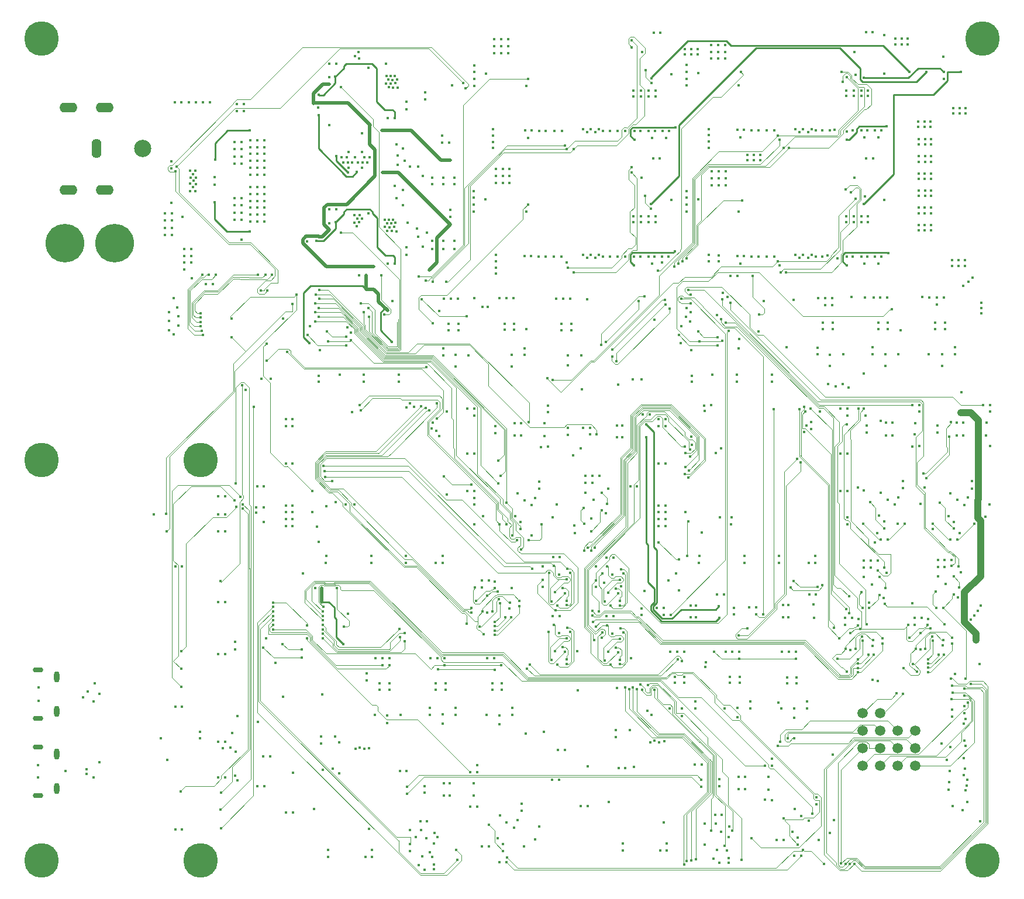
<source format=gbr>
%TF.GenerationSoftware,KiCad,Pcbnew,7.0.8*%
%TF.CreationDate,2024-02-14T15:01:56+02:00*%
%TF.ProjectId,ESLGSU,45534c47-5355-42e6-9b69-6361645f7063,rev?*%
%TF.SameCoordinates,Original*%
%TF.FileFunction,Copper,L3,Inr*%
%TF.FilePolarity,Positive*%
%FSLAX46Y46*%
G04 Gerber Fmt 4.6, Leading zero omitted, Abs format (unit mm)*
G04 Created by KiCad (PCBNEW 7.0.8) date 2024-02-14 15:01:56*
%MOMM*%
%LPD*%
G01*
G04 APERTURE LIST*
%TA.AperFunction,ComponentPad*%
%ADD10C,5.000000*%
%TD*%
%TA.AperFunction,ComponentPad*%
%ADD11C,1.500000*%
%TD*%
%TA.AperFunction,ComponentPad*%
%ADD12O,0.800000X1.600000*%
%TD*%
%TA.AperFunction,ComponentPad*%
%ADD13O,1.500000X0.750000*%
%TD*%
%TA.AperFunction,ComponentPad*%
%ADD14C,5.600000*%
%TD*%
%TA.AperFunction,ComponentPad*%
%ADD15C,2.500000*%
%TD*%
%TA.AperFunction,ComponentPad*%
%ADD16O,1.400000X2.800000*%
%TD*%
%TA.AperFunction,ComponentPad*%
%ADD17O,2.600000X1.400000*%
%TD*%
%TA.AperFunction,ViaPad*%
%ADD18C,0.450000*%
%TD*%
%TA.AperFunction,Conductor*%
%ADD19C,0.508000*%
%TD*%
%TA.AperFunction,Conductor*%
%ADD20C,1.000000*%
%TD*%
%TA.AperFunction,Conductor*%
%ADD21C,0.101600*%
%TD*%
%TA.AperFunction,Conductor*%
%ADD22C,0.254000*%
%TD*%
G04 APERTURE END LIST*
D10*
%TO.N,Net-(H1-Pad1)*%
%TO.C,H2*%
X216200000Y-37000000D03*
%TD*%
D11*
%TO.N,/GPIO_1*%
%TO.C,U93*%
X198875000Y-142280000D03*
%TO.N,/GPIO_2*%
X201415000Y-142280000D03*
%TO.N,/GPIO_3*%
X203955000Y-142280000D03*
%TO.N,/GPIO_4*%
X206495000Y-142280000D03*
%TO.N,/GPIO_5*%
X198863087Y-139740000D03*
%TO.N,/GPIO_6*%
X201403087Y-139740000D03*
%TO.N,/GPIO_7*%
X203943087Y-139740000D03*
%TO.N,/GPIO_8*%
X206483087Y-139740000D03*
%TO.N,/PISPI_MISO*%
X198875000Y-137223827D03*
%TO.N,/PISPI_MOSI*%
X201415000Y-137223827D03*
%TO.N,/PISPI_SCK*%
X203955000Y-137223827D03*
%TO.N,/Misc_uC_Combined/PI_SS_MISC2*%
X206495000Y-137223827D03*
%TO.N,/I2C1_SCL*%
X198875000Y-134683827D03*
%TO.N,/I2C1_SDA*%
X201415000Y-134683827D03*
%TD*%
D10*
%TO.N,GND*%
%TO.C,U72*%
X80000000Y-98000000D03*
X80000000Y-156000000D03*
X103000000Y-98000000D03*
X103000000Y-156000000D03*
%TD*%
D12*
%TO.N,GND*%
%TO.C,J5*%
X82170000Y-129430000D03*
X82170000Y-134430000D03*
D13*
X79470000Y-128405000D03*
X79470000Y-135455000D03*
%TD*%
D10*
%TO.N,Net-(H1-Pad1)*%
%TO.C,H1*%
X80000000Y-37000000D03*
%TD*%
D14*
%TO.N,/System_Power/VBAT*%
%TO.C,J2*%
X90545000Y-66580000D03*
%TO.N,GND*%
X83345000Y-66580000D03*
%TD*%
D15*
%TO.N,/System_Power/POWER_IN*%
%TO.C,J1*%
X94595000Y-52930000D03*
D16*
%TO.N,GND*%
X87945000Y-52930000D03*
D17*
X83895000Y-58930000D03*
X89095000Y-58930000D03*
X83895000Y-46930000D03*
X89095000Y-46930000D03*
%TD*%
D12*
%TO.N,GND*%
%TO.C,J7*%
X82170000Y-140580000D03*
X82170000Y-145580000D03*
D13*
X79470000Y-139555000D03*
X79470000Y-146605000D03*
%TD*%
D10*
%TO.N,Net-(H1-Pad1)*%
%TO.C,H3*%
X216200000Y-156000000D03*
%TD*%
D18*
%TO.N,/SYS_5V*%
X138000000Y-52000000D03*
X144600000Y-75800000D03*
X139195000Y-54580000D03*
X121645000Y-64667500D03*
X192320000Y-81730000D03*
X127545000Y-49480000D03*
X106535000Y-103255000D03*
X139000000Y-52000000D03*
X168310799Y-134930600D03*
X200320000Y-81705000D03*
X127095000Y-129930000D03*
X149877249Y-81805000D03*
X106535000Y-105855000D03*
X143800000Y-75800000D03*
X138127249Y-81830000D03*
X128095000Y-70030000D03*
X136224749Y-133935600D03*
X138000000Y-51000000D03*
X127095000Y-128930000D03*
X105535000Y-103255000D03*
X167710799Y-134330600D03*
X105535000Y-105855000D03*
X129245000Y-50280000D03*
X150110799Y-137630600D03*
X121620000Y-43580000D03*
%TO.N,GND*%
X201020000Y-112555000D03*
X79520000Y-132930000D03*
X138145000Y-67480000D03*
X160145000Y-68730000D03*
X148400000Y-79150000D03*
X212645000Y-117905000D03*
X180901564Y-143880600D03*
X79470000Y-142230000D03*
X196545000Y-50400000D03*
X202230000Y-94425000D03*
X99335000Y-133755000D03*
X199200000Y-59800000D03*
X159495000Y-50130000D03*
X127399749Y-151435600D03*
X211995000Y-47030000D03*
X212895000Y-47830000D03*
X88350000Y-131900000D03*
X171006564Y-125785600D03*
X169330000Y-98490000D03*
X107945000Y-62180000D03*
X121645000Y-63687500D03*
X146650000Y-130400000D03*
X165795000Y-50330000D03*
X148400000Y-78250000D03*
X107945000Y-60080000D03*
X159445000Y-68330000D03*
X135704549Y-152830800D03*
X166745000Y-62730000D03*
X139119749Y-144830600D03*
X105535000Y-108355000D03*
X136545000Y-57080000D03*
X169895000Y-50330000D03*
X211845000Y-69880000D03*
X108945000Y-60080000D03*
X168795000Y-50330000D03*
X199645000Y-44480000D03*
X195245000Y-68800000D03*
X173345000Y-61030000D03*
X134804549Y-150330800D03*
X122449749Y-138085600D03*
X154592700Y-104476000D03*
X145745000Y-69230000D03*
X154917964Y-123108407D03*
X167845000Y-62730000D03*
X173345000Y-59030000D03*
X213645000Y-69080000D03*
X113049749Y-140935600D03*
X213400000Y-92620000D03*
X106535000Y-118555000D03*
X198645000Y-62730000D03*
X140350000Y-78300000D03*
X130120000Y-48480000D03*
X179006564Y-125785600D03*
X163345000Y-68530000D03*
X126345000Y-55680000D03*
X209700000Y-93020000D03*
X143019749Y-143230600D03*
X138657500Y-103030000D03*
X111857500Y-86230000D03*
X212035000Y-106973600D03*
X79470000Y-143980000D03*
X163331564Y-130994350D03*
X128950000Y-130400000D03*
X197095000Y-125505000D03*
X173950000Y-119130000D03*
X201503600Y-102758800D03*
X172629053Y-78605200D03*
X190945000Y-50480000D03*
X161245000Y-68530000D03*
X107945000Y-55080000D03*
X212895000Y-47030000D03*
X197800000Y-42200000D03*
X144295000Y-42030000D03*
X193100000Y-79050000D03*
X115330000Y-98490000D03*
X142545000Y-61030000D03*
X103345000Y-46180000D03*
X97845000Y-62280000D03*
X97845000Y-65380000D03*
X173050000Y-129400000D03*
X178101564Y-144280600D03*
X196630000Y-102490000D03*
X149360300Y-107016000D03*
X213607500Y-138680000D03*
X136545000Y-66280000D03*
X173950000Y-120830000D03*
X166845000Y-57130000D03*
X83470000Y-143080000D03*
X186045000Y-50280000D03*
X197445000Y-50280000D03*
X213607500Y-133680000D03*
X151995000Y-50330000D03*
X149995000Y-50230000D03*
X190781564Y-133985600D03*
X115330000Y-93090000D03*
X176545000Y-51880000D03*
X108245000Y-47480000D03*
X179650000Y-129400000D03*
X196630000Y-90590000D03*
X145745000Y-68330000D03*
X105535000Y-143955000D03*
X135745000Y-65080000D03*
X192030000Y-112890000D03*
X181145000Y-51280000D03*
X135145000Y-56880000D03*
X160757500Y-100330000D03*
X135419749Y-145230600D03*
X153931564Y-144335600D03*
X166745000Y-63530000D03*
X173345000Y-62030000D03*
X197645000Y-57130000D03*
X112477364Y-123864800D03*
X115330000Y-106590000D03*
X206945000Y-61480000D03*
X186730000Y-112890000D03*
X119577364Y-116564800D03*
X144499749Y-126735600D03*
X199545000Y-68530000D03*
X171195000Y-42130000D03*
X168345000Y-69530000D03*
X181645000Y-50180000D03*
X145345000Y-50130000D03*
X181645000Y-68430000D03*
X163131564Y-137135600D03*
X201920000Y-117955000D03*
X161295000Y-50330000D03*
X133349749Y-154685600D03*
X155250000Y-78300000D03*
X181050000Y-129400000D03*
X170050000Y-119430000D03*
X163257500Y-93030000D03*
X121645000Y-61667500D03*
X208795000Y-54030000D03*
X138950000Y-79200000D03*
X190245000Y-68330000D03*
X168395000Y-51330000D03*
X101500000Y-58000000D03*
X203130000Y-92625000D03*
X138450000Y-131250000D03*
X154930000Y-114580000D03*
X193045000Y-68530000D03*
X132845000Y-67167500D03*
X106535000Y-108355000D03*
X187900000Y-130400000D03*
X130777500Y-74992500D03*
X167845000Y-68530000D03*
X132945000Y-63680000D03*
X119157500Y-105530000D03*
X182606564Y-133985600D03*
X112099749Y-140935600D03*
X125977500Y-71292500D03*
X170395000Y-51330000D03*
X181050000Y-130300000D03*
X101445000Y-56130000D03*
X168895000Y-45330000D03*
X196445000Y-62730000D03*
X199645000Y-63530000D03*
X213507500Y-136180000D03*
X187181564Y-125785600D03*
X194709564Y-150188800D03*
X121449749Y-155485600D03*
X196445000Y-44480000D03*
X196630000Y-97090000D03*
X212500000Y-92620000D03*
X161755000Y-112130000D03*
X201145000Y-51280000D03*
X98845000Y-62280000D03*
X148099749Y-134935600D03*
X192120000Y-117455000D03*
X131345000Y-60080000D03*
X144730000Y-115480000D03*
X98845000Y-65380000D03*
X201100000Y-79050000D03*
X126630000Y-85690000D03*
X171650000Y-130300000D03*
X206995000Y-54830000D03*
X127320000Y-41180000D03*
X137050000Y-130350000D03*
X150145000Y-62030000D03*
X135545000Y-44780000D03*
X189745000Y-50480000D03*
X171145000Y-60330000D03*
X108945000Y-54080000D03*
X170906564Y-133985600D03*
X199545000Y-50280000D03*
X145690000Y-93100000D03*
X126345000Y-50680000D03*
X179729053Y-71305200D03*
X132345000Y-58880000D03*
X187900000Y-129500000D03*
X111249749Y-145285600D03*
X173050000Y-130300000D03*
X108945000Y-63180000D03*
X180945000Y-43780000D03*
X105535000Y-126155000D03*
X178050000Y-69250000D03*
X113877364Y-127364800D03*
X108945000Y-52980000D03*
X180745000Y-68430000D03*
X115330000Y-92090000D03*
X156650000Y-78300000D03*
X148370149Y-151240400D03*
X107945000Y-54080000D03*
X130350000Y-131300000D03*
X145745000Y-70130000D03*
X173345000Y-60030000D03*
X97845000Y-63280000D03*
X192169564Y-146836000D03*
X204653200Y-101031600D03*
X188120000Y-119055000D03*
X138219749Y-144830600D03*
X139119749Y-146630600D03*
X211995000Y-47830000D03*
X197545000Y-62730000D03*
X107945000Y-61080000D03*
X142595000Y-42830000D03*
X213795000Y-47030000D03*
X194145000Y-50280000D03*
X150935100Y-104577600D03*
X113157500Y-86230000D03*
X196545000Y-68530000D03*
X132849749Y-143085600D03*
X154145000Y-68530000D03*
X217267400Y-104433600D03*
X145745000Y-71030000D03*
X132545000Y-54680000D03*
X197545000Y-63530000D03*
X144530000Y-120080000D03*
X98745000Y-60780000D03*
X169531564Y-154535600D03*
X176545000Y-50980000D03*
X199020000Y-114955000D03*
X181145000Y-69530000D03*
X210545000Y-39630000D03*
X213507500Y-143680000D03*
X176545000Y-52780000D03*
X196630000Y-91590000D03*
X171815000Y-114430000D03*
X98845000Y-64380000D03*
X99092500Y-74605000D03*
X134545000Y-55480000D03*
X118445000Y-66330000D03*
X166180000Y-101790000D03*
X115349749Y-149085600D03*
X162655000Y-114630000D03*
X132730000Y-112890000D03*
X122645000Y-61667500D03*
X192045000Y-68530000D03*
X127849749Y-155485600D03*
X168845000Y-63530000D03*
X152520000Y-116380000D03*
X200020000Y-112555000D03*
X167845000Y-63530000D03*
X149945000Y-68430000D03*
X201545000Y-50280000D03*
X133345000Y-55480000D03*
X172529053Y-81105200D03*
X146795349Y-153678800D03*
X208420000Y-82705000D03*
X139745000Y-58080000D03*
X165230000Y-101790000D03*
X210420000Y-124880000D03*
X130350000Y-130400000D03*
X150395000Y-51330000D03*
X185730000Y-85690000D03*
X121130000Y-112890000D03*
X108945000Y-61080000D03*
X211577800Y-102808000D03*
X169330000Y-104590000D03*
X173345000Y-40780000D03*
X138145000Y-66280000D03*
X163257500Y-94730000D03*
X173345000Y-41780000D03*
X204020000Y-82705000D03*
X207220000Y-125480000D03*
X168845000Y-62730000D03*
X144245000Y-60230000D03*
X109245000Y-47480000D03*
X124377364Y-120264800D03*
X189145000Y-50080000D03*
X107945000Y-63180000D03*
X166795000Y-44530000D03*
X165695000Y-44530000D03*
X198645000Y-68530000D03*
X187320000Y-119055000D03*
X165695000Y-45330000D03*
X206995000Y-54030000D03*
X180220000Y-119425000D03*
X168895000Y-44530000D03*
X201100000Y-78150000D03*
X184945000Y-68530000D03*
X152027749Y-151138800D03*
X140350000Y-79200000D03*
X164495000Y-50330000D03*
X189745000Y-68730000D03*
X194800000Y-50200000D03*
X98845000Y-63280000D03*
X129820000Y-40580000D03*
X213795000Y-47830000D03*
X187081564Y-133985600D03*
X136324749Y-126735600D03*
X207030000Y-96025000D03*
X162131564Y-147585600D03*
X200645000Y-50280000D03*
X169800000Y-69400000D03*
X142545000Y-59030000D03*
X142545000Y-60030000D03*
X148490000Y-92700000D03*
X166895000Y-38930000D03*
X212220000Y-82705000D03*
X197545000Y-45280000D03*
X174130000Y-85790000D03*
X158345000Y-68330000D03*
X120277500Y-82092500D03*
X131545000Y-55280000D03*
X174029053Y-82105200D03*
X175045000Y-41980000D03*
X207895000Y-54030000D03*
X208795000Y-54830000D03*
X169845000Y-68530000D03*
X158395000Y-50130000D03*
X160645000Y-68330000D03*
X108945000Y-55080000D03*
X154017964Y-120608407D03*
X99335000Y-113455000D03*
X176545000Y-68330000D03*
X180630000Y-85690000D03*
X142630000Y-102490000D03*
X170795000Y-50330000D03*
X209350000Y-79050000D03*
X138450000Y-130350000D03*
X134345000Y-64480000D03*
X138219749Y-146630600D03*
X155731564Y-139985600D03*
X198645000Y-45280000D03*
X155245000Y-68530000D03*
X190245000Y-50080000D03*
X156157500Y-93400000D03*
X197445000Y-68530000D03*
X139745000Y-67480000D03*
X198645000Y-50280000D03*
X149390000Y-92700000D03*
X160695000Y-50130000D03*
X165645000Y-62730000D03*
X196445000Y-45280000D03*
X158757500Y-100330000D03*
X208520000Y-74505000D03*
X123130000Y-85690000D03*
X131730000Y-85690000D03*
X190945000Y-68730000D03*
X136224749Y-134935600D03*
X108945000Y-51980000D03*
X199020000Y-112555000D03*
X139924749Y-134935600D03*
X207895000Y-54830000D03*
X104345000Y-46180000D03*
X131545000Y-53880000D03*
X200420000Y-74505000D03*
X131345000Y-52280000D03*
X176545000Y-50080000D03*
X132820000Y-46080000D03*
X138127249Y-82830000D03*
X181730000Y-112890000D03*
X169330000Y-107590000D03*
X200295000Y-124905000D03*
X152995000Y-50330000D03*
X188120000Y-120755000D03*
X199345000Y-54330000D03*
X124445000Y-53380000D03*
X107945000Y-52980000D03*
X142630000Y-97090000D03*
X182745000Y-68530000D03*
X126345000Y-53380000D03*
X166645000Y-68530000D03*
X178750000Y-117530000D03*
X136545000Y-67480000D03*
X100335000Y-113455000D03*
X105535000Y-138855000D03*
X143019749Y-148230600D03*
X193045000Y-50280000D03*
X161657500Y-105730000D03*
X211845000Y-69080000D03*
X159757500Y-100330000D03*
X99092500Y-79805000D03*
X211745000Y-112505000D03*
X165745000Y-68530000D03*
X115330000Y-104590000D03*
X171650000Y-129400000D03*
X187320000Y-120755000D03*
X199645000Y-45280000D03*
X178386364Y-151880800D03*
X154881564Y-144335600D03*
X189145000Y-68330000D03*
X215857500Y-150330000D03*
X176545000Y-69230000D03*
X196445000Y-63530000D03*
X137050000Y-131250000D03*
X199145000Y-51280000D03*
X139445000Y-43780000D03*
X180745000Y-50180000D03*
X169330000Y-93090000D03*
X138657500Y-91030000D03*
X150195000Y-43830000D03*
X207193200Y-104384400D03*
X198645000Y-63530000D03*
X108945000Y-62180000D03*
X202500000Y-79050000D03*
X165570000Y-86330000D03*
X160195000Y-50530000D03*
X109245000Y-46480000D03*
X163395000Y-50330000D03*
X100245000Y-46180000D03*
X154195000Y-50330000D03*
X203130000Y-94425000D03*
X170081564Y-150485600D03*
X121620000Y-42600000D03*
X178050000Y-68350000D03*
X178906564Y-133985600D03*
X100335000Y-151555000D03*
X213400000Y-94420000D03*
X112199749Y-145285600D03*
X101550000Y-57150000D03*
X103812500Y-72505000D03*
X147000000Y-78250000D03*
X197645000Y-38880000D03*
X152052700Y-101123200D03*
X106535000Y-143955000D03*
X201145000Y-69530000D03*
X161742964Y-120658407D03*
X202500000Y-78150000D03*
X183745000Y-68530000D03*
X168545000Y-54330000D03*
X199145000Y-69530000D03*
X183420000Y-119355000D03*
X191030000Y-112890000D03*
X175531564Y-142135600D03*
X145345000Y-51930000D03*
X102345000Y-46180000D03*
X168745000Y-68530000D03*
X115330000Y-107590000D03*
X98745000Y-55780000D03*
X210750000Y-79050000D03*
X201545000Y-68530000D03*
X142595000Y-43830000D03*
X139745000Y-66280000D03*
X193100000Y-78150000D03*
X155295000Y-50330000D03*
X207845000Y-62280000D03*
X168057500Y-91430000D03*
X209745000Y-112505000D03*
X120449749Y-138085600D03*
X159357500Y-93330000D03*
X146338149Y-149513200D03*
X126849749Y-155485600D03*
X207030000Y-91025000D03*
X165645000Y-63530000D03*
X213645000Y-69880000D03*
X173345000Y-43780000D03*
X179650000Y-130300000D03*
X158031564Y-148135600D03*
X132820000Y-47180000D03*
X192670000Y-91030000D03*
X189300000Y-129500000D03*
X183745000Y-50280000D03*
X217300000Y-96020000D03*
X166850000Y-119500000D03*
X191445000Y-50080000D03*
X203535600Y-104486000D03*
X200645000Y-68530000D03*
X149877249Y-82805000D03*
X145345000Y-52830000D03*
X112180000Y-101790000D03*
X146650000Y-131300000D03*
X170745000Y-68530000D03*
X208745000Y-62280000D03*
X138030000Y-112890000D03*
X210750000Y-78150000D03*
X139745000Y-57080000D03*
X197545000Y-44480000D03*
X115330000Y-105590000D03*
X111230000Y-101790000D03*
X192420000Y-74530000D03*
X169330000Y-105590000D03*
X128224749Y-134935600D03*
X181801564Y-143880600D03*
X118877500Y-78592500D03*
X212745000Y-69880000D03*
X99245000Y-46180000D03*
X120649749Y-131944350D03*
X189019964Y-148563200D03*
X156650000Y-79200000D03*
X182745000Y-50280000D03*
X136545000Y-58080000D03*
X173220000Y-105530000D03*
X194500000Y-79050000D03*
X166870000Y-86330000D03*
X206945000Y-62280000D03*
X215757500Y-127530000D03*
X79520000Y-130930000D03*
X127730000Y-112890000D03*
X202230000Y-92625000D03*
X167895000Y-45330000D03*
X132845000Y-68267500D03*
X138145000Y-58080000D03*
X141827249Y-82830000D03*
X208745000Y-61480000D03*
X196295000Y-120905000D03*
X212195000Y-128980000D03*
X191445000Y-68330000D03*
X184945000Y-50280000D03*
X198645000Y-44480000D03*
X168595000Y-36130000D03*
X166695000Y-50330000D03*
X127345000Y-62267500D03*
X142595000Y-40830000D03*
X206420000Y-120880000D03*
X151945000Y-68530000D03*
X162245000Y-68530000D03*
X99335000Y-151555000D03*
X189477164Y-152728800D03*
X170531564Y-154535600D03*
X164057500Y-94730000D03*
X132345000Y-52880000D03*
X199430000Y-93025000D03*
X167895000Y-44530000D03*
X175045000Y-60230000D03*
X185701564Y-147280600D03*
X186045000Y-68530000D03*
X210745000Y-112505000D03*
X121645000Y-49480000D03*
X169330000Y-106590000D03*
X199645000Y-62730000D03*
X164131564Y-154535600D03*
X147000000Y-79150000D03*
X201945000Y-60330000D03*
X122620000Y-40580000D03*
X105535000Y-118555000D03*
X154030000Y-112080000D03*
X214727400Y-101080800D03*
X201945000Y-42080000D03*
X149390000Y-94500000D03*
X138227249Y-74630000D03*
X217300000Y-91020000D03*
X158995000Y-50530000D03*
X176031564Y-153735600D03*
X174606564Y-133985600D03*
X131145000Y-58280000D03*
X154781564Y-139985600D03*
X173345000Y-42780000D03*
X191051964Y-150290400D03*
X184529053Y-75005200D03*
X177486364Y-149380800D03*
X132345000Y-61080000D03*
X153290000Y-91100000D03*
X145250000Y-131300000D03*
X120020000Y-46980000D03*
X121620000Y-40580000D03*
X148903100Y-102850400D03*
X143730000Y-115480000D03*
X201960800Y-106924400D03*
X207420000Y-120880000D03*
X106535000Y-138855000D03*
X213609800Y-104535200D03*
X180901564Y-145680600D03*
X213745000Y-145880000D03*
X180945000Y-62030000D03*
X164445000Y-68530000D03*
X149487749Y-147786000D03*
X145250000Y-130400000D03*
X142630000Y-91590000D03*
X101524167Y-59030869D03*
X177130000Y-85690000D03*
X138145000Y-57080000D03*
X209350000Y-78150000D03*
X148490000Y-94500000D03*
X119449749Y-148535600D03*
X181801564Y-145680600D03*
X138950000Y-78300000D03*
X101959725Y-57583433D03*
X97845000Y-64380000D03*
X158757500Y-102730000D03*
X192045000Y-50280000D03*
X165131564Y-137135600D03*
X162295000Y-50330000D03*
X162642964Y-123158407D03*
X164057500Y-93030000D03*
X213357500Y-148730000D03*
X207845000Y-61480000D03*
X212500000Y-94420000D03*
X199345000Y-36080000D03*
X212745000Y-69080000D03*
X160270000Y-116430000D03*
X100335000Y-133755000D03*
X142545000Y-62030000D03*
X142630000Y-90590000D03*
X107945000Y-51980000D03*
X135145000Y-67080000D03*
X142595000Y-41830000D03*
X193800000Y-68400000D03*
X117842500Y-114480000D03*
X175130000Y-112890000D03*
X150845000Y-68430000D03*
X146277249Y-74605000D03*
X192320000Y-82730000D03*
X130145000Y-69567500D03*
X154527249Y-74630000D03*
X158127249Y-82830000D03*
X152945000Y-68530000D03*
X158945000Y-68730000D03*
X147730000Y-119480000D03*
X101345000Y-46180000D03*
X145345000Y-51030000D03*
X196020000Y-82730000D03*
X128324749Y-126735600D03*
X98745000Y-54780000D03*
X131924749Y-134935600D03*
X167895000Y-50330000D03*
X194500000Y-78150000D03*
X189300000Y-130400000D03*
X137030000Y-112890000D03*
X197295000Y-120905000D03*
X144399749Y-134935600D03*
X185701564Y-142280600D03*
X124445000Y-55680000D03*
X200320000Y-82705000D03*
X213507500Y-141180000D03*
X150895000Y-50230000D03*
X174750000Y-120830000D03*
X106535000Y-126155000D03*
X128950000Y-131300000D03*
X134545000Y-65680000D03*
X120130000Y-85790000D03*
X174750000Y-119130000D03*
X155250000Y-79200000D03*
X166795000Y-45330000D03*
X153290000Y-96100000D03*
X209745000Y-114905000D03*
X108245000Y-46480000D03*
X169330000Y-92090000D03*
%TO.N,/System_Power/POWER_IN*%
X126445000Y-54880000D03*
X127145000Y-54880000D03*
X125816497Y-54880000D03*
X125995000Y-39830000D03*
X125895000Y-38880000D03*
X125345000Y-39480000D03*
%TO.N,/BUS_3V3*%
X213095000Y-91130000D03*
X212220000Y-81705000D03*
X216000000Y-76800000D03*
X207795000Y-49780000D03*
X148099749Y-133935600D03*
X216000000Y-75200000D03*
X174945000Y-39280000D03*
X173145000Y-38480000D03*
X174045000Y-38480000D03*
X207795000Y-48980000D03*
X173145000Y-39280000D03*
X216000000Y-76000000D03*
X206895000Y-48980000D03*
X215245000Y-124130000D03*
X208695000Y-48980000D03*
X190781564Y-132985600D03*
X174045000Y-39280000D03*
X174945000Y-38480000D03*
X208695000Y-49780000D03*
X206895000Y-49780000D03*
X194495000Y-140730000D03*
%TO.N,/Fixed_Regulators/SCL_3V3*%
X136600000Y-72200000D03*
X98400000Y-79200000D03*
X156000000Y-53000000D03*
X165400000Y-37200000D03*
%TO.N,/Fixed_Regulators/SDA_3V3*%
X138600000Y-72200000D03*
X99800000Y-78505000D03*
X165400000Y-38200000D03*
X157000000Y-53000000D03*
%TO.N,/BUS_UNREG*%
X146745000Y-55880000D03*
X146745000Y-57880000D03*
X208795000Y-58980000D03*
X146545000Y-39080000D03*
X176945000Y-38880000D03*
X206995000Y-58980000D03*
X178000000Y-58200000D03*
X145545000Y-38080000D03*
X176945000Y-37880000D03*
X177945000Y-38880000D03*
X178000000Y-57200000D03*
X207845000Y-56530000D03*
X177000000Y-58200000D03*
X208795000Y-59780000D03*
X206995000Y-59780000D03*
X178945000Y-39880000D03*
X177945000Y-39880000D03*
X177000000Y-56200000D03*
X178945000Y-38880000D03*
X145745000Y-55880000D03*
X207895000Y-58980000D03*
X206945000Y-57330000D03*
X206945000Y-56530000D03*
X147545000Y-37080000D03*
X146745000Y-56880000D03*
X147745000Y-55880000D03*
X146545000Y-38080000D03*
X145745000Y-56880000D03*
X145745000Y-57880000D03*
X146545000Y-37080000D03*
X178000000Y-56200000D03*
X179000000Y-57200000D03*
X207845000Y-57330000D03*
X145545000Y-39080000D03*
X147545000Y-38080000D03*
X179000000Y-56200000D03*
X208745000Y-56530000D03*
X207895000Y-59780000D03*
X177000000Y-57200000D03*
X178945000Y-37880000D03*
X147745000Y-56880000D03*
X177945000Y-37880000D03*
X179000000Y-58200000D03*
X208745000Y-57330000D03*
X145545000Y-37080000D03*
X147545000Y-39080000D03*
X147745000Y-57880000D03*
X176945000Y-39880000D03*
%TO.N,/BUS_5V*%
X206995000Y-51530000D03*
X182200000Y-53800000D03*
X214800000Y-71600000D03*
X208795000Y-51530000D03*
X213400000Y-72800000D03*
X176117339Y-128027661D03*
X184000000Y-53800000D03*
X176145000Y-127290000D03*
X183100000Y-54600000D03*
X208795000Y-52330000D03*
X207895000Y-51530000D03*
X182606564Y-132985600D03*
X199025000Y-85460000D03*
X182200000Y-54600000D03*
X204335775Y-79235775D03*
X206995000Y-52330000D03*
X207895000Y-52330000D03*
X183100000Y-53800000D03*
X184000000Y-54600000D03*
X214200000Y-72200000D03*
X139924749Y-133935600D03*
%TO.N,/SYS_3V3*%
X200345000Y-54330000D03*
X197245000Y-74355000D03*
X158995000Y-74755000D03*
X209620000Y-74505000D03*
X142595000Y-74530000D03*
X183787053Y-79405200D03*
X123635364Y-124664800D03*
X140227249Y-74630000D03*
X126977500Y-71292500D03*
X145499749Y-126735600D03*
X130324749Y-126735600D03*
X180729053Y-71305200D03*
X155527249Y-74630000D03*
X172006564Y-125785600D03*
X139200000Y-62800000D03*
X169495000Y-54330000D03*
X139227249Y-74630000D03*
X120577364Y-116564800D03*
X210595000Y-42830000D03*
X189181564Y-125785600D03*
X135545000Y-45780000D03*
X136145000Y-70480000D03*
X129324749Y-126735600D03*
X201420000Y-74505000D03*
X207520000Y-74430000D03*
X137324749Y-126735600D03*
X173006564Y-125785600D03*
X147277249Y-74605000D03*
X139200000Y-61800000D03*
X200295000Y-36080000D03*
X156527249Y-74630000D03*
X104795000Y-72555000D03*
X169595000Y-36130000D03*
X138324749Y-126735600D03*
X96235000Y-105855000D03*
X181006564Y-125785600D03*
X108900000Y-66100000D03*
X180006564Y-125785600D03*
X148277249Y-74605000D03*
X188181564Y-125785600D03*
X130700000Y-80900000D03*
X101700000Y-71700000D03*
X193420000Y-74530000D03*
X130065000Y-76380000D03*
X194420000Y-74530000D03*
X129345000Y-56380000D03*
X118777500Y-81092500D03*
X210620000Y-74505000D03*
X174606564Y-132985600D03*
X202420000Y-74505000D03*
X186663114Y-133125600D03*
X139145000Y-63880000D03*
%TO.N,/BUS_CH1*%
X203600000Y-37800000D03*
X206945000Y-63980000D03*
X204500000Y-37800000D03*
X208745000Y-64780000D03*
X205400000Y-37800000D03*
X206945000Y-64780000D03*
X208745000Y-63980000D03*
X202000000Y-36450000D03*
X205400000Y-37000000D03*
X204500000Y-37000000D03*
X207845000Y-64780000D03*
X207845000Y-63980000D03*
X203600000Y-37000000D03*
%TO.N,/Fixed_Regulators/INT_3V3*%
X135600000Y-72000000D03*
X155718925Y-52437850D03*
X98455000Y-77855000D03*
%TO.N,/Fixed_Regulators/INT_5V*%
X99600000Y-75905000D03*
X156000000Y-69400000D03*
%TO.N,/Fixed_Regulators/SCL_5V*%
X99800000Y-77205000D03*
X165400000Y-55600000D03*
X156200000Y-70200000D03*
%TO.N,/Fixed_Regulators/SDA_5V*%
X165400000Y-56400000D03*
X98400000Y-76600000D03*
X157000000Y-70800000D03*
%TO.N,/Programmable_Regulators/INT_CH1*%
X103245000Y-71180000D03*
X171600000Y-70000000D03*
X186800000Y-51600000D03*
X103345000Y-79880000D03*
%TO.N,/Programmable_Regulators/SCL_CH1*%
X105245000Y-71180000D03*
X187400000Y-52800000D03*
X196000000Y-43200000D03*
X172200000Y-69600000D03*
X161000000Y-81300000D03*
X102995000Y-78630000D03*
X167300000Y-74300000D03*
%TO.N,/Programmable_Regulators/SDA_CH1*%
X104195000Y-71180000D03*
X172800000Y-69200000D03*
X166400000Y-75000000D03*
X195800000Y-41800000D03*
X161700000Y-80900000D03*
X188200000Y-52800000D03*
X103145000Y-79280000D03*
%TO.N,/Programmable_Regulators/INT_CH2*%
X102995000Y-78001497D03*
X170200000Y-74800000D03*
X111345000Y-71180000D03*
X162600000Y-82000000D03*
X186800000Y-69800000D03*
%TO.N,/Programmable_Regulators/SCL_CH2*%
X163200000Y-83700000D03*
X113345000Y-71180000D03*
X197200000Y-59200000D03*
X187000000Y-70800000D03*
X170300000Y-75500000D03*
X102995000Y-76730000D03*
%TO.N,/Programmable_Regulators/SDA_CH2*%
X162650000Y-83050000D03*
X102995000Y-77372994D03*
X112395000Y-71180000D03*
X196400000Y-58800000D03*
X187800000Y-70800000D03*
X170900000Y-76100000D03*
%TO.N,/System_Power/VBAT*%
X125969495Y-63587654D03*
X125666197Y-63037176D03*
X126345000Y-63030000D03*
X125295000Y-62530000D03*
X101645000Y-68430000D03*
X100645000Y-68430000D03*
X100645000Y-67430000D03*
X101645000Y-69380000D03*
X123645000Y-54880000D03*
X100645000Y-69380000D03*
X124973503Y-54880000D03*
X101645000Y-67430000D03*
X125645000Y-64180000D03*
X100345000Y-62780000D03*
X124345000Y-54880000D03*
X126045000Y-62530000D03*
X125295000Y-63630000D03*
X100645000Y-70380000D03*
%TO.N,/Main_uC/VBUS*%
X160255000Y-113440000D03*
X194145000Y-84380000D03*
X200020000Y-113555000D03*
X200178600Y-116013600D03*
X210745000Y-113505000D03*
X177750000Y-117530000D03*
X207795000Y-101955000D03*
X210895000Y-115980000D03*
X213045000Y-114305000D03*
X182420000Y-119355000D03*
X169050000Y-119430000D03*
X216657800Y-106262400D03*
X162742964Y-120658407D03*
X212552600Y-103812000D03*
X194120000Y-82755000D03*
X202320000Y-114355000D03*
X204653200Y-102098400D03*
X214727400Y-102147600D03*
X208345000Y-121029890D03*
X191120000Y-117455000D03*
X162755000Y-112130000D03*
X198219890Y-121054890D03*
X202478400Y-103762800D03*
%TO.N,/Main_uC/CAN1_TX*%
X201445000Y-92380000D03*
X175895000Y-90180000D03*
%TO.N,/Main_uC/CAN1_RX*%
X199295000Y-91580000D03*
X176945000Y-90080000D03*
%TO.N,/Main_uC/CAN1_SE*%
X173595000Y-73380000D03*
X206020000Y-90025000D03*
%TO.N,/Main_uC/RS4851_TXE*%
X170050000Y-120430000D03*
X167245000Y-116970000D03*
%TO.N,/Main_uC/UART1_REV*%
X201045000Y-114060000D03*
X199015000Y-90590000D03*
X179295000Y-74380000D03*
%TO.N,/Main_uC/UART1_nEN*%
X201995000Y-113580000D03*
X178595000Y-73830000D03*
X198295000Y-90530000D03*
%TO.N,/Main_uC/SPI1_nEN*%
X196585000Y-92810000D03*
X187825000Y-81700000D03*
X199485000Y-121770000D03*
X177795000Y-76980000D03*
%TO.N,/Main_uC/I2C1_nPEN*%
X204043600Y-103419200D03*
X194995000Y-87380000D03*
X173995000Y-76630000D03*
%TO.N,/Main_uC/I2C1_EN*%
X201960800Y-107889600D03*
X199928800Y-104128400D03*
X173345000Y-75980000D03*
X193895000Y-87030000D03*
%TO.N,/Main_uC/_GPIO_5*%
X160065000Y-110710000D03*
X161855000Y-113430000D03*
X162055000Y-117230000D03*
X173195000Y-99030000D03*
%TO.N,/Main_uC/_GPIO_6*%
X161414200Y-115830000D03*
X159586370Y-111117344D03*
X173695000Y-99530000D03*
%TO.N,/Main_uC/_GPIO_7*%
X173145000Y-100030000D03*
X161555000Y-118530000D03*
X163731638Y-115368936D03*
X159075000Y-110700000D03*
%TO.N,/Main_uC/_GPIO_8*%
X173645000Y-100530000D03*
X162355000Y-119130000D03*
X163855000Y-113830000D03*
X158515000Y-111180000D03*
%TO.N,/Main_uC/_GPIO_1*%
X173145000Y-96030000D03*
X162042964Y-125758407D03*
X161842964Y-121958407D03*
%TO.N,/Main_uC/_GPIO_2*%
X173845000Y-96530000D03*
X161125000Y-123730000D03*
%TO.N,/Main_uC/_GPIO_3*%
X163719602Y-123897343D03*
X173195000Y-97030000D03*
X159985000Y-124110000D03*
X161542964Y-127058407D03*
%TO.N,/Main_uC/_GPIO_4*%
X163842964Y-122358407D03*
X162342964Y-127658407D03*
X173895000Y-97480000D03*
%TO.N,/Main_uC/_SPI1_MOSI*%
X195495000Y-123805000D03*
X198159137Y-121958890D03*
X189695000Y-90630000D03*
%TO.N,/Main_uC/_SPI1_SCK*%
X196445000Y-119580000D03*
X198771740Y-123588702D03*
X195232500Y-126842500D03*
X190595000Y-91030000D03*
%TO.N,/Main_uC/_SPI1_NSS*%
X196899800Y-120175200D03*
X191345000Y-90530000D03*
%TO.N,/Main_uC/_SPI1_MISO*%
X196595000Y-128705000D03*
X190345000Y-90330000D03*
X194745000Y-122280000D03*
X201695000Y-123805000D03*
X196395000Y-125405000D03*
%TO.N,/Main_uC/_UART1_TX*%
X169345000Y-109930000D03*
X172295000Y-112430000D03*
%TO.N,/Main_uC/_UART1_RX*%
X198720000Y-117155000D03*
X198820000Y-119455000D03*
%TO.N,/Main_uC/_I2C1_SCL*%
X178395000Y-96330000D03*
X200995000Y-108580000D03*
%TO.N,/Main_uC/_I2C1_SDA*%
X198912800Y-107231200D03*
X201452800Y-109515200D03*
X177595000Y-97030000D03*
%TO.N,/Misc_uC_Combined/M1SUB3V3*%
X159031564Y-148135600D03*
X163131564Y-138135600D03*
X188715164Y-151865200D03*
X157631564Y-131335600D03*
X184731564Y-147235600D03*
X188931564Y-135335600D03*
X174531564Y-142135600D03*
X164131564Y-153535600D03*
X188931564Y-134035600D03*
X159031564Y-142385600D03*
X170531564Y-153535600D03*
%TO.N,/Misc_uC_Combined/M1SUB5V*%
X180731564Y-133935600D03*
X185701564Y-141280600D03*
X180731564Y-135230000D03*
X178101564Y-145280600D03*
%TO.N,/Misc_uC_Combined/M1VBUS*%
X189994764Y-149567200D03*
X192169564Y-147902800D03*
X194099964Y-152017600D03*
X178486364Y-149380800D03*
X172731564Y-134035600D03*
X175986364Y-150690800D03*
X172731564Y-135135600D03*
%TO.N,/Misc_uC_Combined/Misc_uCs/SUB3V3*%
X114949749Y-132285600D03*
X121449749Y-154485600D03*
X146249749Y-136285600D03*
X146033349Y-152815200D03*
X116349749Y-149085600D03*
X127849749Y-154485600D03*
X146249749Y-134985600D03*
X142049749Y-148185600D03*
X131849749Y-143085600D03*
X116349749Y-143335600D03*
X120449749Y-139085600D03*
%TO.N,/Misc_uC_Combined/Misc_uCs/SUB5V*%
X135419749Y-146230600D03*
X138049749Y-136180000D03*
X138049749Y-134885600D03*
X143019749Y-142230600D03*
%TO.N,/Misc_uC_Combined/Misc_uCs/VBUS*%
X151418149Y-152967600D03*
X133304549Y-151640800D03*
X130049749Y-136085600D03*
X149487749Y-148852800D03*
X147312949Y-150517200D03*
X130049749Y-134985600D03*
X135804549Y-150330800D03*
%TO.N,/Main_uC/SUB3V3*%
X185730000Y-86690000D03*
X196295000Y-121905000D03*
X210345000Y-84380000D03*
X199020000Y-113555000D03*
X206045000Y-118780000D03*
X201198800Y-106060800D03*
X180220000Y-120405000D03*
X195630000Y-90590000D03*
X211273000Y-106110000D03*
X206020000Y-96030000D03*
X195630000Y-102490000D03*
X170330000Y-106590000D03*
X170330000Y-92090000D03*
X174130000Y-86690000D03*
X195630000Y-97090000D03*
X168670000Y-77705000D03*
X210345000Y-82680000D03*
X166850000Y-120480000D03*
X181730000Y-111890000D03*
X170330000Y-107590000D03*
X170330000Y-105590000D03*
X170330000Y-98490000D03*
X170330000Y-93090000D03*
X186730000Y-111890000D03*
X209745000Y-113505000D03*
X180630000Y-86690000D03*
X175230000Y-111890000D03*
X206420000Y-121880000D03*
X170330000Y-104590000D03*
X192030000Y-111890000D03*
%TO.N,/Main_uC/SUB5V*%
X202145000Y-82705000D03*
X209700000Y-94020000D03*
X213170000Y-88155000D03*
X202145000Y-84380000D03*
X207030000Y-90025000D03*
X199430000Y-94025000D03*
X217300000Y-90020000D03*
%TO.N,/EPS_uC/SUB3V3*%
X116330000Y-98490000D03*
X141630000Y-97090000D03*
X148598300Y-106152400D03*
X116330000Y-107590000D03*
X142630000Y-103490000D03*
X126630000Y-86690000D03*
X116330000Y-106590000D03*
X156220000Y-84330000D03*
X121230000Y-111890000D03*
X131730000Y-86690000D03*
X156220000Y-82830000D03*
X114907500Y-77530000D03*
X143730000Y-116480000D03*
X138030000Y-111890000D03*
X158757500Y-101330000D03*
X142630000Y-104490000D03*
X152295000Y-96130000D03*
X116330000Y-105590000D03*
X127730000Y-111890000D03*
X156157500Y-94380000D03*
X120130000Y-86690000D03*
X116330000Y-93090000D03*
X116330000Y-92090000D03*
X141630000Y-102490000D03*
X116330000Y-104590000D03*
X141630000Y-90590000D03*
X132730000Y-111890000D03*
%TO.N,/EPS_uC/SUB5V*%
X145690000Y-94100000D03*
X148020000Y-82780000D03*
X153290000Y-90100000D03*
X148020000Y-84430000D03*
%TO.N,/EPS_uC/VBUS*%
X159916100Y-103788600D03*
X155017964Y-120608407D03*
X155030000Y-112080000D03*
X159757500Y-101330000D03*
X158215000Y-87790000D03*
X149877900Y-103854400D03*
X167057500Y-91430000D03*
X139945000Y-84505000D03*
X152530000Y-113390000D03*
X162057500Y-102130000D03*
X158357500Y-93330000D03*
X153983100Y-106304800D03*
X145634000Y-115629890D03*
X139920000Y-82805000D03*
X152052700Y-102190000D03*
%TO.N,/Misc_uC_Combined/PI_nRST_MISC2*%
X152738682Y-137358483D03*
X97270000Y-138305000D03*
%TO.N,/Misc_uC_Combined/PI_nRST_MISC1*%
X108345000Y-135080000D03*
X111310799Y-135930600D03*
%TO.N,/Main_uC/USB_VBUS*%
X87645000Y-130330000D03*
X190395000Y-93930000D03*
%TO.N,/Main_uC/USB_D-*%
X190745000Y-93030000D03*
X86695000Y-131550000D03*
%TO.N,/Main_uC/USB_D+*%
X86000000Y-132380000D03*
X191395000Y-92530000D03*
%TO.N,/Main_uC/USB_ID*%
X87545000Y-132980000D03*
X191395000Y-93530000D03*
%TO.N,/Main_uC/nRST*%
X163495000Y-87130000D03*
X109545000Y-87830000D03*
%TO.N,/EPS_uC/USB_VBUS*%
X88345000Y-141780000D03*
X137545000Y-94580000D03*
%TO.N,/EPS_uC/USB_D-*%
X136495000Y-93430000D03*
X86495000Y-142830000D03*
%TO.N,/EPS_uC/USB_D+*%
X86495000Y-143480000D03*
X136595000Y-92580000D03*
%TO.N,/EPS_uC/USB_ID*%
X137145000Y-93780000D03*
X87495000Y-144030000D03*
%TO.N,/EPS_uC/nRST*%
X108095000Y-101380000D03*
X105895000Y-148630000D03*
X112570000Y-81130000D03*
X119195000Y-102530000D03*
%TO.N,/EPS_uC/SWDIO*%
X115557500Y-82390000D03*
X137195000Y-92030000D03*
%TO.N,/EPS_uC/SWCLK*%
X112557500Y-83660000D03*
X135682500Y-84567500D03*
%TO.N,/CAN1_L*%
X206420000Y-94255000D03*
X142510799Y-146630600D03*
X185210799Y-145730600D03*
X214495000Y-121130000D03*
X152770000Y-94505000D03*
X211870000Y-148180000D03*
%TO.N,/CAN1_H*%
X185210799Y-143930600D03*
X214045000Y-147580000D03*
X215045000Y-120530000D03*
X152770000Y-92705000D03*
X142510799Y-144830600D03*
X206495000Y-92680000D03*
%TO.N,/CAN2_L*%
X215545000Y-119880000D03*
X216745000Y-94480000D03*
%TO.N,/CAN2_H*%
X215995000Y-119080000D03*
X216795000Y-92580000D03*
%TO.N,/RS4851_A*%
X167520000Y-94705000D03*
X178095000Y-120855000D03*
X211270000Y-145805000D03*
%TO.N,/RS4851_B*%
X213945000Y-145180000D03*
X167495000Y-92855000D03*
X178020000Y-119205000D03*
%TO.N,/RS4852_A*%
X211345000Y-144705000D03*
X191795000Y-120855000D03*
%TO.N,/RS4852_B*%
X213995000Y-144305000D03*
X191770000Y-118955000D03*
%TO.N,/UART1_TX*%
X170745000Y-115480000D03*
X199820000Y-118705000D03*
X159557500Y-106480000D03*
X112120000Y-104870000D03*
X211445000Y-143030000D03*
%TO.N,/UART1_RX*%
X112195000Y-107030000D03*
X201320000Y-117555000D03*
X161057500Y-105330000D03*
X213645000Y-142730000D03*
X159545000Y-108330000D03*
X199820000Y-119455000D03*
X172245000Y-116880000D03*
%TO.N,/UART2_RX*%
X213795000Y-129680000D03*
X212045000Y-117505000D03*
X210545000Y-119405000D03*
%TO.N,/I2C1_SCL*%
X147410799Y-155630600D03*
X190250000Y-154500000D03*
X193245000Y-156480000D03*
X203800000Y-131800000D03*
X211045000Y-141480000D03*
X203942000Y-107233200D03*
X150895000Y-108980000D03*
%TO.N,/I2C1_SDA*%
X202495000Y-109530000D03*
X204958000Y-107229200D03*
X149792549Y-153983600D03*
X192474364Y-153033600D03*
X200645000Y-109980000D03*
X204700000Y-131900000D03*
X189985164Y-155314000D03*
X147303349Y-156264000D03*
X152357500Y-107320800D03*
X150545000Y-109601200D03*
X210245000Y-139080000D03*
%TO.N,/I2C2_SCL*%
X212945000Y-108580000D03*
X211545000Y-139580000D03*
%TO.N,/I2C2_SDA*%
X212543000Y-109558800D03*
X213795000Y-139430000D03*
X215032200Y-107278400D03*
%TO.N,/SPI1_MISO*%
X198195000Y-128762006D03*
X160245000Y-122130000D03*
X145630000Y-123337006D03*
X149130000Y-119180000D03*
X201695000Y-124605000D03*
%TO.N,/SPI1_MOSI*%
X198195000Y-126876497D03*
X145630000Y-121451497D03*
X159695000Y-119880000D03*
X146330000Y-118780000D03*
X198895000Y-124205000D03*
%TO.N,/SPI1_SCK*%
X199695000Y-126205000D03*
X200295000Y-129880000D03*
X159695000Y-120530000D03*
X198195000Y-127505000D03*
X147130000Y-120780000D03*
X145630000Y-122080000D03*
%TO.N,/SPI1_NSS*%
X200495000Y-126205000D03*
X145630000Y-122708503D03*
X147930000Y-120780000D03*
X201095000Y-129980000D03*
X159795000Y-121480000D03*
X198195000Y-128133503D03*
%TO.N,/SPI2_MISO*%
X211820000Y-124580000D03*
X213745000Y-135530000D03*
X208320000Y-128737006D03*
%TO.N,/SPI2_MOSI*%
X211795000Y-135180000D03*
X209020000Y-124180000D03*
X208320000Y-126851497D03*
%TO.N,/SPI2_NSS*%
X213595000Y-134680000D03*
X208320000Y-128108503D03*
X210620000Y-126180000D03*
%TO.N,/SPI2_SCK*%
X208320000Y-127480000D03*
X209820000Y-126180000D03*
X211795000Y-134180000D03*
%TO.N,/GPIO_1*%
X174695000Y-155880000D03*
X161142964Y-122958407D03*
X166145000Y-131230000D03*
X136504549Y-155530800D03*
X214070000Y-133155000D03*
X134204549Y-152630800D03*
X163442964Y-125858407D03*
X155717964Y-125808407D03*
X153417964Y-122908407D03*
%TO.N,/GPIO_2*%
X211695000Y-132680000D03*
X165295000Y-126680000D03*
X174076635Y-155992430D03*
X157545000Y-125680000D03*
X165590693Y-130918175D03*
%TO.N,/GPIO_3*%
X173395000Y-156080000D03*
X163142964Y-125158407D03*
X213545000Y-132155000D03*
X136804549Y-156630800D03*
X163742964Y-126958407D03*
X155417964Y-125108407D03*
X165045000Y-131230000D03*
X136204549Y-154830800D03*
X156017964Y-126908407D03*
%TO.N,/GPIO_4*%
X211870000Y-131680000D03*
X173009137Y-156576110D03*
X156017964Y-127536910D03*
X156517964Y-122908407D03*
X163742964Y-127586910D03*
X136804549Y-157259303D03*
X137304549Y-152630800D03*
X164445000Y-130980000D03*
X164242964Y-122958407D03*
%TO.N,/GPIO_5*%
X155730000Y-117280000D03*
X168695000Y-131280000D03*
X213545000Y-131155000D03*
X179186364Y-154580800D03*
X161155000Y-114430000D03*
X163455000Y-117330000D03*
X153430000Y-114380000D03*
X176886364Y-151680800D03*
X195720000Y-156455000D03*
%TO.N,/GPIO_6*%
X163895000Y-116280000D03*
X211845000Y-130680000D03*
X167795000Y-130580000D03*
X181345000Y-155930000D03*
X196370000Y-156480000D03*
%TO.N,/GPIO_7*%
X179486364Y-155680800D03*
X156030000Y-118380000D03*
X197020000Y-156480000D03*
X178886364Y-153880800D03*
X163155000Y-116630000D03*
X155430000Y-116580000D03*
X166895000Y-131280000D03*
X214495000Y-130480000D03*
X163755000Y-118430000D03*
%TO.N,/GPIO_8*%
X156030000Y-119008503D03*
X179486364Y-156309303D03*
X179986364Y-151680800D03*
X197670000Y-156480000D03*
X156530000Y-114380000D03*
X166695000Y-130530000D03*
X163755000Y-119058503D03*
X164255000Y-114430000D03*
X211645000Y-129705000D03*
%TO.N,/REG_3V3_EF*%
X134600000Y-71400000D03*
X150400000Y-42800000D03*
%TO.N,/REG_5V_EF*%
X150400000Y-61000000D03*
X136600000Y-78200000D03*
%TO.N,/REG_CH1_EF*%
X126200000Y-75317500D03*
X169200000Y-70600000D03*
X181200000Y-41800000D03*
%TO.N,/REG_CH2_EF*%
X173400000Y-68800000D03*
X181400000Y-60400000D03*
X127300000Y-75967500D03*
%TO.N,/Misc_uC_Combined/PI_BOOTLDR_MISC2*%
X98220000Y-141430000D03*
X163510799Y-142630600D03*
%TO.N,/Misc_uC_Combined/UC2_CANSE*%
X184691564Y-142280600D03*
X120781564Y-119289800D03*
%TO.N,/Misc_uC_Combined/UC2_NVSYS*%
X132581564Y-124260600D03*
X120681564Y-123839800D03*
%TO.N,/Misc_uC_Combined/UC2_NVBUS*%
X120677364Y-123189800D03*
X131881564Y-123660600D03*
X189181564Y-126785600D03*
X177381564Y-125760600D03*
X180981564Y-126785600D03*
%TO.N,/PISER_RX*%
X188400000Y-116500000D03*
X108345000Y-144405000D03*
X175510799Y-145330600D03*
X132910799Y-146330600D03*
X196640000Y-107290000D03*
X142640000Y-107290000D03*
X193000000Y-116100000D03*
X111095000Y-105630000D03*
%TO.N,/PISER_TX*%
X196640000Y-106290000D03*
X143945000Y-106180000D03*
X107995000Y-143705000D03*
X175510799Y-144330600D03*
X111095000Y-104880000D03*
X132910799Y-145330600D03*
X192300000Y-116400000D03*
X188900000Y-115500000D03*
%TO.N,/Misc_uC_Combined/UC2_I2CNPEN*%
X191559964Y-149223600D03*
X120677364Y-119939800D03*
%TO.N,/Misc_uC_Combined/Misc_uCs1/_I2C1_SCL*%
X165731564Y-142485600D03*
X187445164Y-153037600D03*
%TO.N,/Misc_uC_Combined/Misc_uCs1/_I2C1_SDA*%
X188969164Y-155319600D03*
X164510799Y-142630600D03*
X186429164Y-153035600D03*
%TO.N,/Misc_uC_Combined/UC2_I2CEN*%
X189477164Y-153694000D03*
X187445164Y-149932800D03*
X120677364Y-120589800D03*
%TO.N,/Misc_uC_Combined/UC2_GPIONEN*%
X120677364Y-121239800D03*
X182745000Y-152780000D03*
%TO.N,/Misc_uC_Combined/UC2_NVT5V*%
X172081564Y-126870600D03*
X132581564Y-123060600D03*
X120677364Y-122539800D03*
X150281564Y-128260600D03*
%TO.N,/Misc_uC_Combined/UC2_NVT3V3*%
X131781564Y-122460600D03*
X172731564Y-127160600D03*
X150681564Y-127660600D03*
X120677364Y-121889800D03*
%TO.N,/Misc_uC_Combined/PI_BOOTLDR_MISC1*%
X120710799Y-142930600D03*
X123110799Y-138930600D03*
X108070000Y-140305000D03*
%TO.N,/Misc_uC_Combined/UC1_CANSE*%
X118381564Y-121960600D03*
X113477364Y-118639800D03*
X118381564Y-123860600D03*
X142009749Y-143230600D03*
%TO.N,/Misc_uC_Combined/UC1_NVSYS*%
X137399749Y-128330600D03*
X145574749Y-128430600D03*
%TO.N,/Misc_uC_Combined/UC1_NVBUS*%
X146499749Y-127735600D03*
X113477364Y-122539800D03*
X138299749Y-127735600D03*
%TO.N,/Misc_uC_Combined/UC1_I2CNPEN*%
X113477364Y-119289800D03*
X139981564Y-154460600D03*
X148878149Y-150173600D03*
%TO.N,/Misc_uC_Combined/Misc_uCs/_I2C1_SCL*%
X144763349Y-153987600D03*
X123049749Y-143435600D03*
%TO.N,/Misc_uC_Combined/Misc_uCs/_I2C1_SDA*%
X146287349Y-156269600D03*
X143747349Y-153985600D03*
X122149749Y-142735600D03*
%TO.N,/Misc_uC_Combined/UC1_I2CEN*%
X140181564Y-155960600D03*
X144763349Y-150882800D03*
X113481564Y-119939800D03*
X146795349Y-154644000D03*
%TO.N,/Misc_uC_Combined/UC1_GPIONEN*%
X113477364Y-120589800D03*
X133304549Y-153620800D03*
%TO.N,/Misc_uC_Combined/UC1_NVT5V*%
X113477364Y-121889800D03*
X129324749Y-127745600D03*
%TO.N,/Misc_uC_Combined/UC1_NVT3V3*%
X113477364Y-121239800D03*
X130324749Y-127745600D03*
%TO.N,/Main_uC/GPIO_nEN*%
X160645000Y-119980000D03*
X160255000Y-115430000D03*
X179445000Y-79330000D03*
%TO.N,/Main_uC/CAN2_SE*%
X216290000Y-90020000D03*
X173945000Y-74030000D03*
%TO.N,/Main_uC/RS4851_EN*%
X171050000Y-120430000D03*
X172595000Y-74680000D03*
%TO.N,/Main_uC/RS4852_TXE*%
X183420000Y-120355000D03*
X185995000Y-90680000D03*
%TO.N,/Main_uC/RS4852_EN*%
X173945000Y-75330000D03*
X184420000Y-120355000D03*
%TO.N,/Main_uC/I2C2_nPEN*%
X214117800Y-103468400D03*
X173845000Y-77930000D03*
X196795000Y-87530000D03*
%TO.N,/Main_uC/BOOTLDR*%
X175995000Y-90880000D03*
X105910000Y-115570000D03*
X109045000Y-87180000D03*
%TO.N,Net-(U55-nRST)*%
X183904053Y-76892700D03*
X182929053Y-71305200D03*
%TO.N,/Main_uC/_I2C2_SCL*%
X208995000Y-108030000D03*
X174145000Y-95780000D03*
%TO.N,/Main_uC/_I2C2_SDA*%
X174045000Y-94630000D03*
X208987000Y-107280400D03*
X211527000Y-109564400D03*
%TO.N,/Main_uC/I2C2_EN*%
X195995000Y-87030000D03*
X210003000Y-104177600D03*
X212035000Y-107938800D03*
X173245000Y-77280000D03*
%TO.N,/Main_uC/LED*%
X173445000Y-111905000D03*
X173620000Y-106905000D03*
%TO.N,/Main_uC/UART2_nEN*%
X212745000Y-113430000D03*
X179695000Y-75230000D03*
%TO.N,/Main_uC/UART2_REV*%
X178495000Y-74730000D03*
X211745000Y-113330000D03*
%TO.N,/Main_uC/nVT5V*%
X193420000Y-75540000D03*
X180995000Y-80530000D03*
%TO.N,/Main_uC/nVT3V3*%
X194425000Y-75550000D03*
X188825000Y-74820000D03*
%TO.N,/Main_uC/nVSYS*%
X209620000Y-75515000D03*
X180945000Y-81830000D03*
X199175000Y-74460000D03*
%TO.N,/Main_uC/nVBUS*%
X203095000Y-76150000D03*
X175229053Y-80805200D03*
X178529053Y-80705200D03*
%TO.N,/Main_uC/SPI2_nEN*%
X178345000Y-77580000D03*
X196895000Y-117780000D03*
X210745000Y-121830000D03*
X202045000Y-118880000D03*
%TO.N,/Main_uC/SPI_SHIFT*%
X208670000Y-122430000D03*
X207220000Y-123080000D03*
X197095000Y-123105000D03*
X179045000Y-78130000D03*
X205420000Y-121880000D03*
X198545000Y-122455000D03*
%TO.N,/CFGI2C_SDA*%
X116295000Y-75390000D03*
X172229053Y-79905200D03*
X117677364Y-126664800D03*
X98045000Y-105810000D03*
X124077500Y-81392500D03*
X107495000Y-80230000D03*
X112077364Y-125164800D03*
X118477500Y-79892500D03*
X107995000Y-124305000D03*
X177829053Y-81405200D03*
%TO.N,/CFGI2C_SCL*%
X108020000Y-125455000D03*
X121277500Y-79392500D03*
X175029053Y-79405200D03*
X98095000Y-108340000D03*
X107495000Y-77530000D03*
X177829053Y-80205200D03*
X124077500Y-80192500D03*
X117677364Y-125464800D03*
X116857500Y-74080000D03*
X114877364Y-124664800D03*
%TO.N,/EPS_uC/GPIO_nEN*%
X154430000Y-119780000D03*
X124777500Y-80692500D03*
X152530000Y-115380000D03*
X121477500Y-80792500D03*
%TO.N,/EPS_uC/CAN1_SE*%
X150520000Y-92480000D03*
X120195000Y-73380000D03*
%TO.N,/EPS_uC/RS4851_TXE*%
X159357500Y-94330000D03*
X132825000Y-90400000D03*
%TO.N,/EPS_uC/RS4851_EN*%
X119695000Y-74030000D03*
X160357500Y-94330000D03*
%TO.N,/EPS_uC/I2C1_nPEN*%
X151443100Y-103510800D03*
X119645000Y-75330000D03*
X146445000Y-100330000D03*
%TO.N,/EPS_uC/BOOTLDR*%
X110695000Y-90330000D03*
X124945000Y-91105000D03*
X105945000Y-151330000D03*
%TO.N,Net-(U79-nRST)*%
X129577500Y-76892500D03*
X129177500Y-71292500D03*
%TO.N,/EPS_uC/_I2C1_SCL*%
X147320000Y-107355000D03*
X126070000Y-90080000D03*
%TO.N,/EPS_uC/_I2C1_SDA*%
X146312300Y-107322800D03*
X148852300Y-109606800D03*
X126170000Y-90805000D03*
%TO.N,/EPS_uC/I2C1_EN*%
X149360300Y-107981200D03*
X147328300Y-104220000D03*
X120195000Y-74680000D03*
%TO.N,/EPS_uC/UART1_nEN*%
X120145000Y-75980000D03*
X146095000Y-98080000D03*
%TO.N,/EPS_uC/UART1_REV*%
X146145000Y-101380000D03*
X119645000Y-76630000D03*
%TO.N,/EPS_uC/nVT5V*%
X124295000Y-78780000D03*
X137595000Y-76430000D03*
%TO.N,/EPS_uC/nVT3V3*%
X141545000Y-77180000D03*
X135045000Y-74692500D03*
%TO.N,/EPS_uC/nVSYS*%
X150195000Y-79080000D03*
X124795000Y-79530000D03*
%TO.N,/EPS_uC/SPI1_nEN*%
X148045000Y-116530000D03*
X120095000Y-77280000D03*
X149395000Y-110930000D03*
%TO.N,/EPS_I2C_SCL*%
X99400000Y-56200000D03*
X112700000Y-73500000D03*
X141400000Y-44200000D03*
%TO.N,/EPS_I2C_SDA*%
X141000000Y-43400000D03*
X99500000Y-55500000D03*
X111700000Y-73500000D03*
%TO.N,Net-(U92-nRST)*%
X123752364Y-122152300D03*
X122777364Y-116564800D03*
%TO.N,/Misc_uC_Combined/Misc_uCs1/_GPIO_1*%
X177786364Y-154480800D03*
X177586364Y-150680800D03*
%TO.N,/Misc_uC_Combined/Misc_uCs1/_GPIO_3*%
X179463002Y-152619736D03*
X177286364Y-155780800D03*
%TO.N,/Misc_uC_Combined/Misc_uCs1/_GPIO_4*%
X179586364Y-151080800D03*
X178086364Y-156380800D03*
%TO.N,/Misc_uC_Combined/Misc_uCs/_GPIO_1*%
X134904549Y-151630800D03*
X135104549Y-155430800D03*
%TO.N,/Misc_uC_Combined/Misc_uCs/_GPIO_3*%
X134604549Y-156730800D03*
X136781187Y-153569736D03*
%TO.N,/Misc_uC_Combined/Misc_uCs/_GPIO_4*%
X135404549Y-157330800D03*
X136904549Y-152030800D03*
%TO.N,/Main_uC/RS4852_TX*%
X182145000Y-122380000D03*
X189895000Y-98330000D03*
%TO.N,/Main_uC/RS4852_RX*%
X189395000Y-97830000D03*
X180895000Y-123430000D03*
%TO.N,/Main_uC/_UART2_RX*%
X209545000Y-119405000D03*
X209445000Y-117105000D03*
%TO.N,/Main_uC/_SPI2_MOSI*%
X205620000Y-123780000D03*
X208284137Y-121933890D03*
%TO.N,/Main_uC/_SPI2_SCK*%
X206120000Y-127580000D03*
X208896740Y-123563702D03*
X204820000Y-128180000D03*
%TO.N,/Main_uC/_SPI2_MISO*%
X211820000Y-123780000D03*
X206720000Y-128680000D03*
X206520000Y-125380000D03*
%TO.N,/EPS_uC/_GPIO_1*%
X154117964Y-121908407D03*
X154317964Y-125708407D03*
%TO.N,/EPS_uC/_GPIO_3*%
X153817964Y-127008407D03*
X155994602Y-123847343D03*
%TO.N,/EPS_uC/_GPIO_4*%
X156117964Y-122308407D03*
X154617964Y-127608407D03*
%TO.N,/EPS_uC/_GPIO_5*%
X120795000Y-98830000D03*
X154130000Y-113380000D03*
X154330000Y-117180000D03*
%TO.N,/EPS_uC/_GPIO_6*%
X150995000Y-113730000D03*
X120995000Y-99630000D03*
%TO.N,/EPS_uC/_GPIO_7*%
X153830000Y-118480000D03*
X156006638Y-115318936D03*
X121045000Y-100480000D03*
%TO.N,/EPS_uC/_GPIO_8*%
X156130000Y-113780000D03*
X154630000Y-119080000D03*
X122055000Y-101070000D03*
%TO.N,/EPS_uC/RS4851_TX*%
X158045000Y-96360000D03*
X133345000Y-89830000D03*
%TO.N,/EPS_uC/RS4851_RX*%
X133915000Y-90290000D03*
X156957500Y-97330000D03*
%TO.N,/EPS_uC/_UART1_TX*%
X157145000Y-107480000D03*
X119845000Y-107680000D03*
%TO.N,/EPS_uC/_UART1_RX*%
X157195000Y-108580000D03*
X120095000Y-109830000D03*
X158557500Y-107230000D03*
X158457500Y-104930000D03*
%TO.N,/EPS_uC/_SPI1_MOSI*%
X141545000Y-121690000D03*
X145594137Y-116533890D03*
X134905000Y-90260000D03*
X142930000Y-118380000D03*
%TO.N,/EPS_uC/_SPI1_SCK*%
X142185000Y-120110000D03*
X143430000Y-122180000D03*
X136115000Y-90860000D03*
X146206740Y-118163702D03*
%TO.N,/EPS_uC/_SPI1_NSS*%
X137195000Y-89820000D03*
X142235000Y-119460000D03*
%TO.N,/EPS_uC/_SPI1_MISO*%
X143830000Y-119980000D03*
X149130000Y-118380000D03*
X135595000Y-90480000D03*
X144030000Y-123280000D03*
%TO.N,/RAW_PIN_BUS*%
X126600000Y-76600000D03*
X123320000Y-43980000D03*
%TO.N,/RAW_BAT_BUS*%
X127400000Y-77267500D03*
X123345000Y-65067500D03*
%TO.N,/REG_5V_EN*%
X138200000Y-100400000D03*
X142200000Y-101600000D03*
%TO.N,/REG_CH1_EN*%
X196600000Y-42600000D03*
X186600000Y-51000000D03*
X154000000Y-86400000D03*
%TO.N,/REG_CH2_EN*%
X197847425Y-60176285D03*
X153200000Y-86200000D03*
X186600000Y-69200000D03*
%TO.N,/Misc_uC_Combined/PI_SS_MISC2*%
X107370000Y-139705000D03*
X170110799Y-138730600D03*
X186600000Y-139400000D03*
%TO.N,/PISPI_SCK*%
X186923362Y-138861064D03*
X108745000Y-103330000D03*
X122545000Y-104080000D03*
X169410799Y-138886125D03*
X102895000Y-137355000D03*
X178195000Y-106330000D03*
X100195000Y-130830000D03*
X126710799Y-139830600D03*
%TO.N,/PISPI_MISO*%
X124045000Y-104430000D03*
X102945000Y-138330000D03*
X126010799Y-139630600D03*
X168710799Y-138686125D03*
X100195000Y-128230000D03*
X179895000Y-106330000D03*
X188050000Y-138350000D03*
X107945000Y-103880000D03*
%TO.N,/PISPI_MOSI*%
X168110799Y-138886125D03*
X125410799Y-139830600D03*
X179845000Y-107330000D03*
X125295000Y-104430000D03*
X188950000Y-138350000D03*
X107595000Y-137530000D03*
X100245000Y-125730000D03*
X108145000Y-104830000D03*
%TO.N,/Misc_uC_Combined/PI_SS_MISC1*%
X127410799Y-139730600D03*
X106195000Y-139780000D03*
%TO.N,/Main_uC/CAN2_TX*%
X211645000Y-92480000D03*
X198145000Y-101980000D03*
X207645000Y-99930000D03*
%TO.N,/Main_uC/CAN2_RX*%
X211395000Y-94630000D03*
X208045000Y-100630000D03*
X198995000Y-102380000D03*
%TO.N,Net-(U60-B1Y)*%
X212845000Y-116505000D03*
X212045000Y-114905000D03*
%TO.N,Net-(U61-B1Y)*%
X202120000Y-116555000D03*
X201320000Y-114955000D03*
%TO.N,/Main_uC/PISPI_NSS*%
X175545000Y-108480000D03*
X105945000Y-146180000D03*
X109138185Y-104430000D03*
%TO.N,Net-(U66-B4)*%
X207920000Y-125380000D03*
X210520000Y-124080000D03*
%TO.N,Net-(U67-B4)*%
X197795000Y-125405000D03*
X200395000Y-124105000D03*
%TO.N,/EPS_uC/PISPI_NSS*%
X121195000Y-104680000D03*
X100090000Y-146050000D03*
X109145000Y-105080000D03*
%TO.N,/EPS_uC/SPI_SHIFT*%
X148145000Y-108930000D03*
X144530000Y-117680000D03*
X142730000Y-116485176D03*
X119645000Y-77930000D03*
X145980000Y-117030000D03*
%TO.N,Net-(U83-B1Y)*%
X161857500Y-104330000D03*
X161057500Y-102730000D03*
%TO.N,Net-(U87-B4)*%
X147830000Y-118680000D03*
X145230000Y-119980000D03*
%TO.N,Net-(U2-D)*%
X130495000Y-42380000D03*
X129695000Y-63180000D03*
X130045000Y-64830000D03*
X131345000Y-64880000D03*
X130189772Y-42929410D03*
X130995000Y-64230000D03*
X129862072Y-43465719D03*
X131545000Y-44080000D03*
X130545000Y-43480000D03*
X131195000Y-43430000D03*
X130245000Y-44030000D03*
X131095000Y-42380000D03*
X130672524Y-64865053D03*
X129662072Y-64265719D03*
X129989772Y-63729410D03*
X129895000Y-42380000D03*
X130813925Y-42942150D03*
X130345000Y-64280000D03*
X130295000Y-63180000D03*
X130613925Y-63742150D03*
X130895000Y-63180000D03*
X130872524Y-44065053D03*
X131245000Y-63680000D03*
X131445000Y-42880000D03*
%TO.N,Net-(U7-SW1)*%
X110245000Y-51680000D03*
X111245000Y-51680000D03*
X110245000Y-54680000D03*
X102245000Y-56130000D03*
X110245000Y-52680000D03*
X112245000Y-55680000D03*
X112245000Y-53680000D03*
X111245000Y-53680000D03*
X112245000Y-52680000D03*
X102345000Y-57080000D03*
X111245000Y-52680000D03*
X110245000Y-56680000D03*
X110245000Y-53680000D03*
X112245000Y-54680000D03*
X112245000Y-51680000D03*
X105045000Y-57030000D03*
X110245000Y-55680000D03*
X111245000Y-54680000D03*
X112245000Y-56680000D03*
X111245000Y-55680000D03*
X101927929Y-56609822D03*
X111245000Y-56680000D03*
%TO.N,Net-(U7-SW2)*%
X110245000Y-61480000D03*
X112245000Y-62480000D03*
X102345000Y-58080000D03*
X111245000Y-62480000D03*
X112245000Y-61480000D03*
X112245000Y-58480000D03*
X110245000Y-60480000D03*
X111245000Y-58480000D03*
X111245000Y-63480000D03*
X110245000Y-62480000D03*
X110245000Y-63480000D03*
X112245000Y-63480000D03*
X111245000Y-60480000D03*
X102252884Y-59071572D03*
X101900000Y-58500000D03*
X112245000Y-60480000D03*
X111245000Y-59480000D03*
X112245000Y-59480000D03*
X110245000Y-58480000D03*
X110245000Y-59480000D03*
X105045000Y-58130000D03*
X111245000Y-61480000D03*
%TO.N,Net-(U10-EN)*%
X124145000Y-54180000D03*
X125400000Y-54180000D03*
X127445000Y-54180000D03*
X126745000Y-54180000D03*
X123445000Y-54180000D03*
%TO.N,Net-(U14-IN)*%
X171745000Y-49880000D03*
X165795000Y-51630000D03*
%TO.N,Net-(U18-IN)*%
X171632500Y-67767500D03*
X165745000Y-69830000D03*
%TO.N,Net-(U22-IN)*%
X196545000Y-51580000D03*
X202345000Y-49680000D03*
%TO.N,Net-(U26-IN)*%
X202545000Y-68080000D03*
X196545000Y-69830000D03*
%TO.N,Net-(Q1-G)*%
X131120000Y-48480000D03*
X120082500Y-45130000D03*
X122520000Y-42480000D03*
%TO.N,Net-(Q2-G)*%
X131145000Y-69567500D03*
X119757500Y-66230000D03*
X122545000Y-63567500D03*
%TO.N,Net-(Q3-G)*%
X168295000Y-42730000D03*
X205595000Y-41780000D03*
%TO.N,Net-(Q4-G)*%
X208095000Y-41780000D03*
X168245000Y-60930000D03*
%TO.N,Net-(Q5-G)*%
X210595000Y-41780000D03*
X199045000Y-42680000D03*
%TO.N,Net-(Q6-G)*%
X199045000Y-60930000D03*
X213095000Y-41780000D03*
%TO.N,Net-(U7-BST1)*%
X105095000Y-54480000D03*
X110145000Y-50280000D03*
%TO.N,Net-(U7-BST2)*%
X105070000Y-60680000D03*
X110145000Y-64880000D03*
%TO.N,Net-(U11-OV1)*%
X125645000Y-56280000D03*
X120145000Y-48080000D03*
%TO.N,Net-(U11-OV2)*%
X124345000Y-56380000D03*
X122645000Y-53980000D03*
%TO.N,Net-(U14-EN{slash}UVLO)*%
X167405000Y-41530000D03*
X168295000Y-43430000D03*
%TO.N,Net-(U18-EN{slash}UVLO)*%
X167355000Y-59730000D03*
X168245000Y-61630000D03*
%TD*%
D19*
%TO.N,/SYS_5V*%
X128245000Y-56901405D02*
X124136905Y-61009500D01*
X119345000Y-46380000D02*
X119403000Y-46322000D01*
X124387000Y-46322000D02*
X127245000Y-49180000D01*
X117787000Y-66057447D02*
X117787000Y-66602553D01*
X120701947Y-43580000D02*
X119345000Y-44936947D01*
X133480000Y-50280000D02*
X137780000Y-54580000D01*
X119403000Y-46322000D02*
X124387000Y-46322000D01*
X127245000Y-49180000D02*
X127445000Y-49380000D01*
X127245000Y-49180000D02*
X127545000Y-49480000D01*
X120030053Y-65572000D02*
X118272447Y-65572000D01*
X129245000Y-50280000D02*
X133480000Y-50280000D01*
X121372447Y-61009500D02*
X120900000Y-61481947D01*
X127445000Y-52280000D02*
X128245000Y-53080000D01*
X128245000Y-53080000D02*
X128245000Y-56901405D01*
X117787000Y-66602553D02*
X121214447Y-70030000D01*
X118272447Y-65572000D02*
X117787000Y-66057447D01*
X119345000Y-44936947D02*
X119345000Y-46380000D01*
X120900000Y-61481947D02*
X120900000Y-63922500D01*
X120900000Y-63922500D02*
X121645000Y-64667500D01*
X137780000Y-54580000D02*
X139195000Y-54580000D01*
X120158053Y-65700000D02*
X120030053Y-65572000D01*
X121645000Y-64667500D02*
X120612500Y-65700000D01*
X121620000Y-43580000D02*
X120701947Y-43580000D01*
X120612500Y-65700000D02*
X120158053Y-65700000D01*
X124136905Y-61009500D02*
X121372447Y-61009500D01*
X127445000Y-49380000D02*
X127445000Y-52280000D01*
X121214447Y-70030000D02*
X128095000Y-70030000D01*
D20*
%TO.N,/BUS_3V3*%
X215631400Y-103693600D02*
X215495000Y-103830000D01*
X215495000Y-106380000D02*
X215936200Y-106821200D01*
X215936200Y-114838800D02*
X213591000Y-117184000D01*
X215245000Y-123158450D02*
X215245000Y-124130000D01*
X215936200Y-106821200D02*
X215936200Y-114838800D01*
X213095000Y-91130000D02*
X214545000Y-91130000D01*
X213591000Y-121504450D02*
X215245000Y-123158450D01*
X215631400Y-92216400D02*
X215631400Y-103693600D01*
X215495000Y-103830000D02*
X215495000Y-106380000D01*
X214545000Y-91130000D02*
X215631400Y-92216400D01*
X213591000Y-117184000D02*
X213591000Y-121504450D01*
D21*
%TO.N,/Fixed_Regulators/SCL_3V3*%
X156000000Y-53000000D02*
X147070964Y-53000000D01*
X163400000Y-51800000D02*
X164000000Y-51200000D01*
X166149800Y-48450200D02*
X166149800Y-37949800D01*
X147070964Y-53000000D02*
X145735482Y-54335482D01*
X156000000Y-53000000D02*
X157200000Y-51800000D01*
X164704092Y-49895908D02*
X166149800Y-48450200D01*
X164683385Y-49875200D02*
X164704092Y-49895908D01*
X164000000Y-51200000D02*
X164000000Y-50181815D01*
X145735482Y-54335482D02*
X141800000Y-58270964D01*
X157200000Y-51800000D02*
X163400000Y-51800000D01*
X166149800Y-37949800D02*
X165400000Y-37200000D01*
X141800000Y-66610113D02*
X136610113Y-71800000D01*
X164306615Y-49875200D02*
X164683385Y-49875200D01*
X164000000Y-50181815D02*
X164306615Y-49875200D01*
X136610113Y-72189887D02*
X136600000Y-72200000D01*
X141800000Y-58270964D02*
X141800000Y-66610113D01*
X136610113Y-71800000D02*
X136610113Y-72189887D01*
%TO.N,/Fixed_Regulators/SDA_3V3*%
X166606615Y-43698430D02*
X166606615Y-39861570D01*
X167249800Y-48150200D02*
X167249800Y-44341615D01*
X164949800Y-50045526D02*
X165595326Y-49400000D01*
X142000000Y-58341928D02*
X146870964Y-53470964D01*
X167249800Y-44341615D02*
X166606615Y-43698430D01*
X164945200Y-37745200D02*
X165400000Y-38200000D01*
X138600000Y-72200000D02*
X138800000Y-72200000D01*
X165400000Y-38200000D02*
X165400000Y-38400000D01*
X166606615Y-39861570D02*
X167349800Y-39118385D01*
X167349800Y-39118385D02*
X167349800Y-38349800D01*
X167349800Y-38349800D02*
X165745200Y-36745200D01*
X165211615Y-36745200D02*
X164945200Y-37011615D01*
X164949800Y-50650200D02*
X164949800Y-50045526D01*
X165745200Y-36745200D02*
X165211615Y-36745200D01*
X138800000Y-72200000D02*
X142000000Y-69000000D01*
X157571497Y-52428503D02*
X163171497Y-52428503D01*
X165595326Y-49400000D02*
X166000000Y-49400000D01*
X166000000Y-49400000D02*
X167249800Y-48150200D01*
X142000000Y-69000000D02*
X142000000Y-58341928D01*
X146870964Y-53470964D02*
X156529036Y-53470964D01*
X164945200Y-37011615D02*
X164945200Y-37745200D01*
X163171497Y-52428503D02*
X164949800Y-50650200D01*
X156529036Y-53470964D02*
X157000000Y-53000000D01*
X157000000Y-53000000D02*
X157571497Y-52428503D01*
D22*
%TO.N,/SYS_3V3*%
X122377364Y-119356400D02*
X121585764Y-118564800D01*
X122646364Y-123675800D02*
X122646364Y-121033800D01*
X118945000Y-72780000D02*
X126465000Y-72780000D01*
X122377364Y-120764800D02*
X122377364Y-119356400D01*
X129046500Y-79246500D02*
X129046500Y-76672552D01*
X130700000Y-80900000D02*
X129046500Y-79246500D01*
X117946500Y-73778500D02*
X118945000Y-72780000D01*
X129526552Y-76192500D02*
X129877500Y-76192500D01*
X126465000Y-72780000D02*
X126977500Y-73292500D01*
X122646364Y-121033800D02*
X122377364Y-120764800D01*
D19*
X136145000Y-70480000D02*
X137203000Y-69422000D01*
X137203000Y-65822000D02*
X139145000Y-63880000D01*
D22*
X121585764Y-118564800D02*
X120577364Y-118564800D01*
D19*
X128782700Y-75097700D02*
X128782700Y-73982700D01*
D22*
X117946500Y-80261500D02*
X117946500Y-73778500D01*
D19*
X137203000Y-69422000D02*
X137203000Y-65822000D01*
X130065000Y-76380000D02*
X128782700Y-75097700D01*
X131645000Y-56380000D02*
X139145000Y-63880000D01*
X128782700Y-73982700D02*
X128092500Y-73292500D01*
D22*
X129877500Y-76192500D02*
X130065000Y-76380000D01*
D19*
X129345000Y-56380000D02*
X131645000Y-56380000D01*
D22*
X118777500Y-81092500D02*
X117946500Y-80261500D01*
X123635364Y-124664800D02*
X122646364Y-123675800D01*
X129046500Y-76672552D02*
X129526552Y-76192500D01*
D19*
X126977500Y-73292500D02*
X126977500Y-71292500D01*
X128092500Y-73292500D02*
X126977500Y-73292500D01*
X120577364Y-118564800D02*
X120577364Y-116564800D01*
D21*
%TO.N,/Fixed_Regulators/INT_3V3*%
X136400000Y-71600000D02*
X136200000Y-71800000D01*
X136000000Y-72000000D02*
X135600000Y-72000000D01*
X141191600Y-66947549D02*
X136539149Y-71600000D01*
X155718925Y-52437850D02*
X147362150Y-52437850D01*
X147362150Y-52437850D02*
X141191600Y-58608400D01*
X136200000Y-71800000D02*
X136000000Y-72000000D01*
X141191600Y-58608400D02*
X141191600Y-66947549D01*
X136539149Y-71600000D02*
X136400000Y-71600000D01*
%TO.N,/Fixed_Regulators/SCL_5V*%
X165190200Y-62009800D02*
X165800000Y-61400000D01*
X164931815Y-67400000D02*
X165400000Y-67400000D01*
X163990200Y-68718385D02*
X163990200Y-68341615D01*
X163990200Y-68341615D02*
X164931815Y-67400000D01*
X156200000Y-70200000D02*
X162508585Y-70200000D01*
X166000000Y-66800000D02*
X166000000Y-65800000D01*
X165400000Y-67400000D02*
X166000000Y-66800000D01*
X164945200Y-57345200D02*
X164945200Y-56054800D01*
X164945200Y-56054800D02*
X165400000Y-55600000D01*
X162508585Y-70200000D02*
X163990200Y-68718385D01*
X165800000Y-61400000D02*
X165800000Y-58200000D01*
X165800000Y-58200000D02*
X164945200Y-57345200D01*
X166000000Y-65800000D02*
X165190200Y-64990200D01*
X165190200Y-64990200D02*
X165190200Y-62009800D01*
%TO.N,/Fixed_Regulators/SDA_5V*%
X164946200Y-68199126D02*
X165545326Y-67600000D01*
X166200000Y-67600000D02*
X166200000Y-57200000D01*
X164946200Y-69000000D02*
X164946200Y-68199126D01*
X165545326Y-67600000D02*
X166200000Y-67600000D01*
X163146200Y-70800000D02*
X164946200Y-69000000D01*
X157000000Y-70800000D02*
X163146200Y-70800000D01*
X166200000Y-57200000D02*
X165400000Y-56400000D01*
%TO.N,/Programmable_Regulators/INT_CH1*%
X101145000Y-78980000D02*
X102045000Y-79880000D01*
X182400000Y-55200000D02*
X176470964Y-55200000D01*
X186800000Y-51600000D02*
X186800000Y-52443185D01*
X186800000Y-52443185D02*
X184043185Y-55200000D01*
X102045000Y-79880000D02*
X103345000Y-79880000D01*
X174391600Y-66608400D02*
X171600000Y-69400000D01*
X174391600Y-65800000D02*
X174391600Y-66608400D01*
X174535482Y-57135482D02*
X174391600Y-57279364D01*
X176470964Y-55200000D02*
X174535482Y-57135482D01*
X101145000Y-73280000D02*
X101145000Y-78980000D01*
X184043185Y-55200000D02*
X182400000Y-55200000D01*
X171600000Y-69400000D02*
X171600000Y-70000000D01*
X174391600Y-57279364D02*
X174391600Y-65800000D01*
X103245000Y-71180000D02*
X101145000Y-73280000D01*
%TO.N,/Programmable_Regulators/SCL_CH1*%
X196000000Y-42400000D02*
X196000000Y-43200000D01*
X184800000Y-55400000D02*
X179200000Y-55400000D01*
X189008400Y-51191600D02*
X195298600Y-51191600D01*
X172200000Y-69070963D02*
X172200000Y-69600000D01*
X101528200Y-73446800D02*
X101528200Y-78063200D01*
X199099800Y-44099800D02*
X199000000Y-44000000D01*
X197054800Y-42783836D02*
X197054800Y-42411615D01*
X196400000Y-42000000D02*
X196000000Y-42400000D01*
X199000000Y-44000000D02*
X198270964Y-44000000D01*
X174470963Y-66800000D02*
X172200000Y-69070963D01*
X101528200Y-78063200D02*
X102095000Y-78630000D01*
X102095000Y-78630000D02*
X102995000Y-78630000D01*
X104598600Y-71826400D02*
X103148600Y-71826400D01*
X174583200Y-66687764D02*
X174470963Y-66800000D01*
X195298600Y-51191600D02*
X195600000Y-50890200D01*
X187400000Y-52800000D02*
X189008400Y-51191600D01*
X103148600Y-71826400D02*
X101528200Y-73446800D01*
X174583200Y-65400000D02*
X174583200Y-66687764D01*
X174583200Y-58800000D02*
X174583200Y-65400000D01*
X105245000Y-71180000D02*
X104598600Y-71826400D01*
X179200000Y-55400000D02*
X176541928Y-55400000D01*
X196643185Y-42000000D02*
X196400000Y-42000000D01*
X176541928Y-55400000D02*
X174583200Y-57358728D01*
X198270964Y-44000000D02*
X197054800Y-42783836D01*
X197054800Y-42411615D02*
X196643185Y-42000000D01*
X187400000Y-52800000D02*
X184800000Y-55400000D01*
X195600000Y-50270964D02*
X199099800Y-46771164D01*
X195600000Y-50890200D02*
X195600000Y-50270964D01*
X161000000Y-79756815D02*
X161000000Y-81300000D01*
X166456815Y-74300000D02*
X161000000Y-79756815D01*
X174583200Y-57358728D02*
X174583200Y-58800000D01*
X199099800Y-46771164D02*
X199099800Y-44099800D01*
X167300000Y-74300000D02*
X166456815Y-74300000D01*
%TO.N,/Programmable_Regulators/SDA_CH1*%
X177200000Y-55591600D02*
X176621292Y-55591600D01*
X104195000Y-71180000D02*
X103888185Y-71180000D01*
X174774800Y-64025200D02*
X174774800Y-65000000D01*
X196070964Y-50690199D02*
X196070964Y-50230851D01*
X172800000Y-68741926D02*
X172800000Y-69200000D01*
X172870963Y-68670963D02*
X172800000Y-68741926D01*
X200099800Y-46500200D02*
X200099800Y-44291615D01*
X197246400Y-42704472D02*
X197246400Y-42332251D01*
X103888185Y-71180000D02*
X103433385Y-71634800D01*
X196714149Y-41800000D02*
X195800000Y-41800000D01*
X174800000Y-64000000D02*
X174774800Y-64025200D01*
X166400000Y-76200000D02*
X161700000Y-80900000D01*
X103061164Y-71634800D02*
X101336600Y-73359364D01*
X174774800Y-65000000D02*
X174774799Y-66767128D01*
X200099800Y-44291615D02*
X199408185Y-43600000D01*
X199408185Y-43600000D02*
X198141928Y-43600000D01*
X176621292Y-55591600D02*
X175506446Y-56706446D01*
X199400000Y-47200000D02*
X200099800Y-46500200D01*
X101336600Y-78421600D02*
X102195000Y-79280000D01*
X198141928Y-43600000D02*
X197246400Y-42704472D01*
X188200000Y-52800000D02*
X193961163Y-52800000D01*
X185408400Y-55591600D02*
X177200000Y-55591600D01*
X103433385Y-71634800D02*
X103061164Y-71634800D01*
X101336600Y-73359364D02*
X101336600Y-78421600D01*
X199101815Y-47200000D02*
X199400000Y-47200000D01*
X174774799Y-66767128D02*
X172870963Y-68670963D01*
X197246400Y-42332251D02*
X196714149Y-41800000D01*
X175506446Y-56706446D02*
X175506446Y-63293554D01*
X175506446Y-63293554D02*
X174800000Y-64000000D01*
X196070964Y-50230851D02*
X199101815Y-47200000D01*
X188200000Y-52800000D02*
X185408400Y-55591600D01*
X102195000Y-79280000D02*
X103145000Y-79280000D01*
X166400000Y-75000000D02*
X166400000Y-76200000D01*
X193961163Y-52800000D02*
X196070964Y-50690199D01*
%TO.N,/Programmable_Regulators/INT_CH2*%
X101719800Y-75255200D02*
X101719800Y-77330000D01*
X107745000Y-71180000D02*
X105445000Y-73480000D01*
X102391297Y-78001497D02*
X102995000Y-78001497D01*
X111345000Y-71180000D02*
X107745000Y-71180000D01*
X169800000Y-74800000D02*
X162600000Y-82000000D01*
X170200000Y-74800000D02*
X169800000Y-74800000D01*
X103495000Y-73480000D02*
X101719800Y-75255200D01*
X105445000Y-73480000D02*
X103495000Y-73480000D01*
X101719800Y-77330000D02*
X102391297Y-78001497D01*
%TO.N,/Programmable_Regulators/SCL_CH2*%
X163200000Y-82531815D02*
X163200000Y-83700000D01*
X102145000Y-75380000D02*
X102145000Y-76380000D01*
X197800000Y-58600000D02*
X197200000Y-59200000D01*
X170231815Y-75500000D02*
X163200000Y-82531815D01*
X112698600Y-71826400D02*
X108741400Y-71826400D01*
X195600000Y-65018185D02*
X196609093Y-64009093D01*
X196609093Y-64009093D02*
X196899800Y-63718386D01*
X187000000Y-70800000D02*
X187454800Y-70345200D01*
X198400000Y-60266895D02*
X198400000Y-58800000D01*
X195600000Y-67514149D02*
X195600000Y-65018185D01*
X108741400Y-71826400D02*
X108645000Y-71730000D01*
X108645000Y-71730000D02*
X107736928Y-71730000D01*
X170300000Y-75500000D02*
X170231815Y-75500000D01*
X198400000Y-58800000D02*
X198200000Y-58600000D01*
X103545000Y-73980000D02*
X102145000Y-75380000D01*
X105486926Y-73980000D02*
X103545000Y-73980000D01*
X107736928Y-71730000D02*
X105486926Y-73980000D01*
X192768949Y-70345200D02*
X195600000Y-67514149D01*
X102495000Y-76730000D02*
X102995000Y-76730000D01*
X102145000Y-76380000D02*
X102495000Y-76730000D01*
X187454800Y-70345200D02*
X192768949Y-70345200D01*
X196899800Y-61767095D02*
X198400000Y-60266895D01*
X196899800Y-63718386D02*
X196899800Y-61767095D01*
X198200000Y-58600000D02*
X197800000Y-58600000D01*
X113345000Y-71180000D02*
X112698600Y-71826400D01*
%TO.N,/Programmable_Regulators/SDA_CH2*%
X194356126Y-70800000D02*
X195746200Y-69409926D01*
X111940200Y-71634800D02*
X110049800Y-71634800D01*
X162500000Y-83200000D02*
X162650000Y-83050000D01*
X170900000Y-76643185D02*
X163388385Y-84154800D01*
X196000000Y-67945326D02*
X196000000Y-66200000D01*
X163388385Y-84154800D02*
X163011615Y-84154800D01*
X198070964Y-58200000D02*
X197000000Y-58200000D01*
X187800000Y-70800000D02*
X194356126Y-70800000D01*
X102304394Y-77372994D02*
X102995000Y-77372994D01*
X101911400Y-75334564D02*
X101911400Y-76980000D01*
X195746200Y-68199126D02*
X196000000Y-67945326D01*
X107665964Y-71530000D02*
X105524363Y-73671600D01*
X110049800Y-71634800D02*
X109945000Y-71530000D01*
X196400000Y-65800000D02*
X197999800Y-64200200D01*
X198600000Y-58800000D02*
X198600000Y-58729036D01*
X163011615Y-84154800D02*
X162500000Y-83643185D01*
X197000000Y-58200000D02*
X196400000Y-58800000D01*
X197999800Y-64200200D02*
X197999800Y-60938059D01*
X198600000Y-58729036D02*
X198070964Y-58200000D01*
X162500000Y-83643185D02*
X162500000Y-83200000D01*
X101911400Y-76980000D02*
X102304394Y-77372994D01*
X170900000Y-76100000D02*
X170900000Y-76643185D01*
X197999800Y-60938059D02*
X198600000Y-60337859D01*
X103574364Y-73671600D02*
X101911400Y-75334564D01*
X195746200Y-69409926D02*
X195746200Y-68199126D01*
X109945000Y-71530000D02*
X107665964Y-71530000D01*
X105524363Y-73671600D02*
X103574364Y-73671600D01*
X112395000Y-71180000D02*
X111940200Y-71634800D01*
X198600000Y-60337859D02*
X198600000Y-58800000D01*
X196000000Y-66200000D02*
X196400000Y-65800000D01*
%TO.N,/Main_uC/CAN1_SE*%
X175934149Y-73380000D02*
X192584149Y-90030000D01*
X192584149Y-90030000D02*
X206015000Y-90030000D01*
X206015000Y-90030000D02*
X206020000Y-90025000D01*
X173595000Y-73380000D02*
X175934149Y-73380000D01*
%TO.N,/Main_uC/UART1_REV*%
X201817985Y-114809800D02*
X201068185Y-114060000D01*
X202525200Y-114809800D02*
X201817985Y-114809800D01*
X198486600Y-92279364D02*
X197055000Y-93710964D01*
X199015000Y-90590000D02*
X198486600Y-91118400D01*
X197125000Y-106860852D02*
X199740482Y-109476334D01*
X201126549Y-111650585D02*
X202945000Y-111650585D01*
X199740482Y-109476334D02*
X199740482Y-110264518D01*
X197125000Y-95030000D02*
X197125000Y-106860852D01*
X197055000Y-93710964D02*
X197055000Y-94960000D01*
X198486600Y-91118400D02*
X198486600Y-92279364D01*
X201068185Y-114060000D02*
X201045000Y-114060000D01*
X197055000Y-94960000D02*
X197125000Y-95030000D01*
X202945000Y-111650585D02*
X202945000Y-114390000D01*
X199740482Y-110264518D02*
X201126549Y-111650585D01*
X202945000Y-114390000D02*
X202525200Y-114809800D01*
%TO.N,/Main_uC/UART1_nEN*%
X198295000Y-90530000D02*
X198295000Y-92200000D01*
X198295000Y-92200000D02*
X196153400Y-94341600D01*
X197094800Y-107889800D02*
X201995000Y-112790000D01*
X196451615Y-106744800D02*
X196737985Y-106744800D01*
X196737985Y-106744800D02*
X197094800Y-107101615D01*
X201995000Y-112790000D02*
X201995000Y-113580000D01*
X197094800Y-107101615D02*
X197094800Y-107889800D01*
X196153400Y-106446585D02*
X196451615Y-106744800D01*
X196153400Y-94341600D02*
X196153400Y-106446585D01*
%TO.N,/Main_uC/SPI1_nEN*%
X195455000Y-104380000D02*
X195175200Y-104100200D01*
X196255000Y-92810000D02*
X196585000Y-92810000D01*
X195175200Y-96010764D02*
X195885000Y-95300964D01*
X199485000Y-121770000D02*
X199274800Y-121559800D01*
X199274800Y-116839800D02*
X195935000Y-113500000D01*
X199274800Y-121559800D02*
X199274800Y-116839800D01*
X195455000Y-113020000D02*
X195455000Y-104380000D01*
X195885000Y-93180000D02*
X196255000Y-92810000D01*
X195935000Y-113500000D02*
X195455000Y-113020000D01*
X195885000Y-95300964D02*
X195885000Y-93180000D01*
X195175200Y-104100200D02*
X195175200Y-96010764D01*
%TO.N,/Main_uC/I2C1_EN*%
X201960800Y-107889600D02*
X200744000Y-106672800D01*
X200744000Y-106672800D02*
X200744000Y-104945600D01*
X199928800Y-104130400D02*
X199928800Y-104128400D01*
X200744000Y-104945600D02*
X199928800Y-104130400D01*
%TO.N,/Main_uC/_GPIO_5*%
X174983000Y-94597036D02*
X170974363Y-90588400D01*
X165811800Y-96630000D02*
X164385000Y-98056800D01*
X163907480Y-114901593D02*
X163026592Y-114901593D01*
X164385000Y-98056800D02*
X164385000Y-101040000D01*
X162409800Y-115084800D02*
X162055000Y-114730000D01*
X163920023Y-115823736D02*
X164255000Y-115488759D01*
X165811800Y-91761552D02*
X165811800Y-96630000D01*
X164255000Y-115249113D02*
X163907480Y-114901593D01*
X160045000Y-110690000D02*
X160065000Y-110710000D01*
X174983000Y-97242000D02*
X174983000Y-94597036D01*
X164385000Y-106030000D02*
X160045000Y-110370000D01*
X163026592Y-114901593D02*
X162843385Y-115084800D01*
X162843385Y-115084800D02*
X162409800Y-115084800D01*
X166984951Y-90588400D02*
X165811800Y-91761552D01*
X170974363Y-90588400D02*
X166984951Y-90588400D01*
X173195000Y-99030000D02*
X174983000Y-97242000D01*
X163318079Y-115823736D02*
X163920023Y-115823736D01*
X164255000Y-115488759D02*
X164255000Y-115249113D01*
X162055000Y-117230000D02*
X162055000Y-117086815D01*
X162055000Y-117086815D02*
X163318079Y-115823736D01*
X164385000Y-101040000D02*
X164385000Y-106030000D01*
X162055000Y-114730000D02*
X162055000Y-113430000D01*
X160045000Y-110370000D02*
X160045000Y-110690000D01*
%TO.N,/Main_uC/_GPIO_6*%
X165620200Y-91682187D02*
X165620200Y-96470000D01*
X175174600Y-98050400D02*
X175174600Y-94517672D01*
X164193400Y-105950636D02*
X160029518Y-110114518D01*
X159586370Y-110545445D02*
X160017297Y-110114518D01*
X166905587Y-90396800D02*
X165620200Y-91682187D01*
X173695000Y-99530000D02*
X175174600Y-98050400D01*
X159586370Y-111117344D02*
X159586370Y-110545445D01*
X165620200Y-96470000D02*
X165620200Y-96530000D01*
X165620200Y-96550636D02*
X164193400Y-97977437D01*
X164193400Y-97977437D02*
X164193400Y-105950636D01*
X171053726Y-90396800D02*
X166905587Y-90396800D01*
X160017297Y-110114518D02*
X160029518Y-110114518D01*
X165620200Y-96470000D02*
X165620200Y-96550636D01*
X175174600Y-94517672D02*
X171053726Y-90396800D01*
%TO.N,/Main_uC/_GPIO_7*%
X175895000Y-94967110D02*
X171107890Y-90180000D01*
X163731638Y-115368936D02*
X162616064Y-115368936D01*
X162616064Y-115368936D02*
X161355000Y-116630000D01*
X161355000Y-116630000D02*
X161355000Y-118330000D01*
X164001800Y-105871272D02*
X159959036Y-109914036D01*
X164001800Y-99050000D02*
X164001800Y-105871272D01*
X173145000Y-100030000D02*
X173838185Y-100030000D01*
X161355000Y-118330000D02*
X161555000Y-118530000D01*
X165428600Y-91602824D02*
X165428600Y-96300000D01*
X164001800Y-97726800D02*
X164001800Y-99050000D01*
X171107890Y-90180000D02*
X166851424Y-90180000D01*
X165428600Y-96300000D02*
X164001800Y-97726800D01*
X159145964Y-110700000D02*
X159075000Y-110700000D01*
X175895000Y-97973185D02*
X175895000Y-94967110D01*
X159931928Y-109914036D02*
X159145964Y-110700000D01*
X173838185Y-100030000D02*
X175895000Y-97973185D01*
X166851424Y-90180000D02*
X165428600Y-91602824D01*
%TO.N,/Main_uC/_GPIO_8*%
X164298185Y-113830000D02*
X164755000Y-114286815D01*
X158515000Y-110616815D02*
X158515000Y-111180000D01*
X163855000Y-113830000D02*
X164298185Y-113830000D01*
X165237000Y-93830000D02*
X165237000Y-93930000D01*
X163795000Y-97860000D02*
X163795000Y-105780000D01*
X159221815Y-109910000D02*
X158515000Y-110616815D01*
X176086600Y-98088400D02*
X176086600Y-94887746D01*
X164755000Y-114286815D02*
X164755000Y-118701688D01*
X176086600Y-94887746D02*
X171187253Y-89988400D01*
X171187253Y-89988400D02*
X166772060Y-89988400D01*
X165237000Y-96220636D02*
X163795000Y-97662636D01*
X166772060Y-89988400D02*
X165237000Y-91523461D01*
X163943385Y-119513303D02*
X162738303Y-119513303D01*
X163795000Y-97662636D02*
X163795000Y-97860000D01*
X173645000Y-100530000D02*
X176086600Y-98088400D01*
X163795000Y-105780000D02*
X159665000Y-109910000D01*
X164755000Y-118701688D02*
X163943385Y-119513303D01*
X165237000Y-91523461D02*
X165237000Y-93830000D01*
X162738303Y-119513303D02*
X162355000Y-119130000D01*
X159665000Y-109910000D02*
X159221815Y-109910000D01*
X165237000Y-93830000D02*
X165237000Y-96220636D01*
%TO.N,/Main_uC/_GPIO_1*%
X162042964Y-125758407D02*
X162042964Y-125615222D01*
X164242964Y-124017166D02*
X164242964Y-123777520D01*
X169875200Y-91992015D02*
X169518385Y-91635200D01*
X162042964Y-123258407D02*
X162042964Y-121958407D01*
X166586600Y-97358400D02*
X166586600Y-101553415D01*
X162397764Y-123613207D02*
X162042964Y-123258407D01*
X166595000Y-97350000D02*
X166586600Y-97358400D01*
X163907987Y-124352143D02*
X164242964Y-124017166D01*
X163014556Y-123430000D02*
X162831349Y-123613207D01*
X166595000Y-97350000D02*
X166595000Y-97430000D01*
X166595000Y-93111815D02*
X166595000Y-97350000D01*
X159135000Y-121880000D02*
X160195000Y-122940000D01*
X169875200Y-93278385D02*
X169875200Y-91992015D01*
X163895444Y-123430000D02*
X163014556Y-123430000D01*
X169141615Y-91635200D02*
X168376615Y-92400200D01*
X169518385Y-91635200D02*
X169141615Y-91635200D01*
X167306615Y-92400200D02*
X166595000Y-93111815D01*
X159135000Y-113910000D02*
X159135000Y-121880000D01*
X162831349Y-123613207D02*
X162397764Y-123613207D01*
X172626815Y-96030000D02*
X169875200Y-93278385D01*
X166586600Y-101553415D02*
X166634800Y-101601615D01*
X168376615Y-92400200D02*
X167306615Y-92400200D01*
X161176593Y-121958407D02*
X161842964Y-121958407D01*
X173145000Y-96030000D02*
X172626815Y-96030000D01*
X166634800Y-106410200D02*
X159135000Y-113910000D01*
X163306043Y-124352143D02*
X163907987Y-124352143D01*
X164242964Y-123777520D02*
X163895444Y-123430000D01*
X160195000Y-122940000D02*
X161176593Y-121958407D01*
X166634800Y-101601615D02*
X166634800Y-106410200D01*
X162042964Y-125615222D02*
X163306043Y-124352143D01*
%TO.N,/Main_uC/_GPIO_2*%
X158943400Y-113830637D02*
X165725200Y-107048836D01*
X168145000Y-92180000D02*
X167255851Y-92180000D01*
X165725200Y-107048836D02*
X165725200Y-101601615D01*
X173690200Y-96375200D02*
X173690200Y-95325200D01*
X161298224Y-122470482D02*
X160935482Y-122470482D01*
X158943400Y-122028400D02*
X158943400Y-113830637D01*
X173845000Y-96530000D02*
X173690200Y-96375200D01*
X173690200Y-95325200D02*
X170784800Y-92419800D01*
X161597764Y-123257236D02*
X161597764Y-122770022D01*
X166775425Y-92660426D02*
X166395000Y-93040851D01*
X160935482Y-122470482D02*
X160265964Y-123140000D01*
X168881400Y-91443600D02*
X168145000Y-92180000D01*
X161597764Y-122770022D02*
X161298224Y-122470482D01*
X165725200Y-101601615D02*
X166395000Y-100931815D01*
X170326785Y-91443600D02*
X168881400Y-91443600D01*
X160055000Y-123140000D02*
X158943400Y-122028400D01*
X166395000Y-100931815D02*
X166395000Y-97040000D01*
X166395000Y-97040000D02*
X166395000Y-97130000D01*
X161125000Y-123730000D02*
X161597764Y-123257236D01*
X170784800Y-92419800D02*
X170784800Y-91901615D01*
X160265964Y-123140000D02*
X160055000Y-123140000D01*
X167255851Y-92180000D02*
X166775425Y-92660426D01*
X166395000Y-93040851D02*
X166395000Y-97040000D01*
X170784800Y-91901615D02*
X170326785Y-91443600D01*
%TO.N,/Main_uC/_GPIO_3*%
X167602700Y-91562188D02*
X166195000Y-92969888D01*
X164775200Y-98399800D02*
X164775200Y-107727872D01*
X159855000Y-123980000D02*
X159985000Y-124110000D01*
X174199800Y-95084800D02*
X173720764Y-95084800D01*
X173130482Y-93976334D02*
X170129348Y-90975200D01*
X167602700Y-91241615D02*
X167602700Y-91562188D01*
X164775200Y-107727872D02*
X158751800Y-113751274D01*
X162604028Y-123897343D02*
X161342964Y-125158407D01*
X167869115Y-90975200D02*
X167602700Y-91241615D01*
X173720764Y-95084800D02*
X173130482Y-94494518D01*
X161342964Y-125158407D02*
X161342964Y-126858407D01*
X163719602Y-123897343D02*
X162604028Y-123897343D01*
X173199800Y-97025200D02*
X173992985Y-97025200D01*
X158751800Y-113751274D02*
X158751800Y-122116800D01*
X174599800Y-95484800D02*
X174199800Y-95084800D01*
X170129348Y-90975200D02*
X167869115Y-90975200D01*
X158751800Y-122116800D02*
X159855000Y-123220000D01*
X173130482Y-94494518D02*
X173130482Y-93976334D01*
X173195000Y-97030000D02*
X173199800Y-97025200D01*
X174599800Y-96418385D02*
X174599800Y-95484800D01*
X161342964Y-126858407D02*
X161542964Y-127058407D01*
X166195000Y-92969888D02*
X166195000Y-96980000D01*
X173992985Y-97025200D02*
X174599800Y-96418385D01*
X159855000Y-123220000D02*
X159855000Y-123980000D01*
X159855000Y-123220000D02*
X159855000Y-123230000D01*
X166195000Y-96980000D02*
X164775200Y-98399800D01*
%TO.N,/Main_uC/_GPIO_4*%
X158560200Y-113671911D02*
X158560200Y-122215200D01*
X159525000Y-125954592D02*
X161280408Y-127710000D01*
X167064315Y-90780000D02*
X166003400Y-91840915D01*
X163842964Y-122358407D02*
X164286149Y-122358407D01*
X166003400Y-91840915D02*
X166003400Y-96730000D01*
X162726267Y-128041710D02*
X162342964Y-127658407D01*
X164742964Y-122815222D02*
X164742964Y-127230095D01*
X164583600Y-107648508D02*
X158560200Y-113671911D01*
X164583600Y-98149800D02*
X164583600Y-107648508D01*
X163931349Y-128041710D02*
X162726267Y-128041710D01*
X158560200Y-122215200D02*
X159525000Y-123180000D01*
X173895000Y-97480000D02*
X174791400Y-96583600D01*
X161280408Y-127710000D02*
X162291371Y-127710000D01*
X162291371Y-127710000D02*
X162342964Y-127658407D01*
X159525000Y-123180000D02*
X159525000Y-125954592D01*
X166003400Y-96730000D02*
X164583600Y-98149800D01*
X174791400Y-94676400D02*
X170895000Y-90780000D01*
X174791400Y-96583600D02*
X174791400Y-94676400D01*
X164742964Y-127230095D02*
X163931349Y-128041710D01*
X164286149Y-122358407D02*
X164742964Y-122815222D01*
X170895000Y-90780000D02*
X167064315Y-90780000D01*
%TO.N,/Main_uC/_SPI1_MOSI*%
X193865000Y-101656815D02*
X193865000Y-122175000D01*
X198159137Y-121958890D02*
X198141110Y-121958890D01*
X193865000Y-122175000D02*
X195495000Y-123805000D01*
X189695000Y-90630000D02*
X189695000Y-97486815D01*
X197665636Y-122263400D02*
X197524036Y-122405000D01*
X196895000Y-122405000D02*
X195495000Y-123805000D01*
X189695000Y-97486815D02*
X193865000Y-101656815D01*
X197836600Y-122263400D02*
X197665636Y-122263400D01*
X198141110Y-121958890D02*
X197836600Y-122263400D01*
X197524036Y-122405000D02*
X196895000Y-122405000D01*
%TO.N,/Main_uC/_SPI1_SCK*%
X190583385Y-93475200D02*
X194248200Y-97140015D01*
X194248200Y-117383200D02*
X196445000Y-119580000D01*
X190131800Y-93430000D02*
X190177000Y-93475200D01*
X194248200Y-97140015D02*
X194248200Y-117383200D01*
X198440200Y-123920242D02*
X198771740Y-123588702D01*
X190595000Y-91030000D02*
X190495000Y-91030000D01*
X195232500Y-126842500D02*
X197000685Y-126842500D01*
X190131800Y-91393200D02*
X190131800Y-93430000D01*
X190177000Y-93475200D02*
X190583385Y-93475200D01*
X190495000Y-91030000D02*
X190131800Y-91393200D01*
X197000685Y-126842500D02*
X198440200Y-125402985D01*
X198440200Y-125402985D02*
X198440200Y-123920242D01*
%TO.N,/Main_uC/_SPI1_NSS*%
X191345000Y-90530000D02*
X194439800Y-93624800D01*
X196899800Y-119391615D02*
X196899800Y-120175200D01*
X194439800Y-116931615D02*
X196899800Y-119391615D01*
X194439800Y-93624800D02*
X194439800Y-116931615D01*
X196845000Y-120230000D02*
X196899800Y-120175200D01*
%TO.N,/Main_uC/_SPI1_MISO*%
X194745000Y-122280000D02*
X194745000Y-121930000D01*
X198341293Y-123105000D02*
X198195000Y-123105000D01*
X189886600Y-97371600D02*
X189940200Y-97425200D01*
X194460907Y-126714092D02*
X195806615Y-128059800D01*
X194745000Y-121930000D02*
X194056600Y-121241600D01*
X196395000Y-124905000D02*
X196395000Y-125405000D01*
X201695000Y-123805000D02*
X200832302Y-122942302D01*
X198195000Y-123105000D02*
X196395000Y-124905000D01*
X194056600Y-121241600D02*
X194056600Y-101577452D01*
X194056600Y-101577452D02*
X189886600Y-97407451D01*
X196395000Y-125405000D02*
X195695000Y-126105000D01*
X189940200Y-91041615D02*
X190345000Y-90636815D01*
X200832302Y-122942302D02*
X198503991Y-122942302D01*
X195070000Y-126105000D02*
X194460907Y-126714092D01*
X189940200Y-97425200D02*
X189940200Y-91041615D01*
X195695000Y-126105000D02*
X195070000Y-126105000D01*
X190345000Y-90636815D02*
X190345000Y-90330000D01*
X195806615Y-128059800D02*
X195949800Y-128059800D01*
X189886600Y-97407451D02*
X189886600Y-97371600D01*
X198503991Y-122942302D02*
X198341293Y-123105000D01*
X195949800Y-128059800D02*
X196595000Y-128705000D01*
%TO.N,/Main_uC/_UART1_TX*%
X171845000Y-112430000D02*
X172295000Y-112430000D01*
X169345000Y-109930000D02*
X171845000Y-112430000D01*
%TO.N,/Main_uC/_UART1_RX*%
X198320000Y-117555000D02*
X198720000Y-117155000D01*
X198820000Y-119455000D02*
X198320000Y-118955000D01*
X198320000Y-117755000D02*
X198320000Y-117555000D01*
X198320000Y-118955000D02*
X198320000Y-117755000D01*
%TO.N,/Main_uC/_I2C1_SDA*%
X198912800Y-107229200D02*
X198912800Y-107231200D01*
X201452800Y-109515200D02*
X201198800Y-109515200D01*
X201198800Y-109515200D02*
X198912800Y-107229200D01*
%TO.N,/EPS_uC/nRST*%
X112102700Y-85818385D02*
X112102700Y-81597300D01*
X115564092Y-98899092D02*
X115518385Y-98944800D01*
X113085000Y-86800685D02*
X112102700Y-85818385D01*
X112102700Y-81597300D02*
X112570000Y-81130000D01*
X115518385Y-98944800D02*
X115141615Y-98944800D01*
X110016585Y-87508400D02*
X110016585Y-104458400D01*
X119195000Y-102530000D02*
X115564092Y-98899092D01*
X110283000Y-104724815D02*
X110283000Y-144242000D01*
X108095000Y-87486815D02*
X108856615Y-86725200D01*
X113085000Y-96888185D02*
X113085000Y-86800685D01*
X115141615Y-98944800D02*
X113085000Y-96888185D01*
X109233385Y-86725200D02*
X110016585Y-87508400D01*
X110016585Y-104458400D02*
X110283000Y-104724815D01*
X108095000Y-101380000D02*
X108095000Y-87486815D01*
X108856615Y-86725200D02*
X109233385Y-86725200D01*
X110283000Y-144242000D02*
X105895000Y-148630000D01*
%TO.N,/EPS_uC/SWDIO*%
X135000000Y-84805000D02*
X138165000Y-87970000D01*
X138165000Y-87970000D02*
X138165000Y-91060000D01*
X115557500Y-82390000D02*
X117972500Y-84805000D01*
X117972500Y-84805000D02*
X135000000Y-84805000D01*
X138165000Y-91060000D02*
X137195000Y-92030000D01*
%TO.N,/EPS_uC/SWCLK*%
X116012300Y-82573836D02*
X116012300Y-82201615D01*
X135682500Y-84567500D02*
X135636600Y-84613400D01*
X115745885Y-81935200D02*
X114282300Y-81935200D01*
X116012300Y-82201615D02*
X115745885Y-81935200D01*
X118051864Y-84613400D02*
X116012300Y-82573836D01*
X135636600Y-84613400D02*
X118051864Y-84613400D01*
X114282300Y-81935200D02*
X112557500Y-83660000D01*
D22*
%TO.N,/RS4851_A*%
X168175000Y-119792437D02*
X168175000Y-119067562D01*
X178095000Y-120855000D02*
X177589000Y-121361000D01*
X167741000Y-115723052D02*
X167741000Y-110262490D01*
X167741000Y-110262490D02*
X167520000Y-110041490D01*
X177589000Y-121361000D02*
X169743562Y-121361000D01*
X169743562Y-121361000D02*
X168175000Y-119792437D01*
X168671000Y-116653052D02*
X167741000Y-115723052D01*
X168671000Y-118571562D02*
X168671000Y-116653052D01*
X168175000Y-119067562D02*
X168671000Y-118571562D01*
X167520000Y-110041490D02*
X167520000Y-94705000D01*
%TO.N,/RS4851_B*%
X168519000Y-119210052D02*
X169015000Y-118714052D01*
X178020000Y-119205000D02*
X177564000Y-119661000D01*
X169830052Y-120961000D02*
X168519000Y-119649948D01*
X172569948Y-119661000D02*
X171269948Y-120961000D01*
X169015000Y-111050000D02*
X168595000Y-110630000D01*
X177564000Y-119661000D02*
X172569948Y-119661000D01*
X168519000Y-119649948D02*
X168519000Y-119210052D01*
X171269948Y-120961000D02*
X169830052Y-120961000D01*
X168595000Y-93955000D02*
X167495000Y-92855000D01*
X168595000Y-110630000D02*
X168595000Y-93955000D01*
X169015000Y-118714052D02*
X169015000Y-111050000D01*
D21*
%TO.N,/UART1_RX*%
X160857500Y-107017500D02*
X160857500Y-105530000D01*
X199820000Y-119455000D02*
X201120000Y-118155000D01*
X159545000Y-108330000D02*
X160857500Y-107017500D01*
X201120000Y-118155000D02*
X201120000Y-117755000D01*
X201120000Y-117755000D02*
X201320000Y-117555000D01*
X160857500Y-105530000D02*
X161057500Y-105330000D01*
%TO.N,/UART2_RX*%
X213845000Y-129180000D02*
X213845000Y-129630000D01*
X210545000Y-119405000D02*
X213845000Y-122705000D01*
X213845000Y-122705000D02*
X213845000Y-129180000D01*
X213845000Y-129630000D02*
X213795000Y-129680000D01*
X211845000Y-117705000D02*
X212045000Y-117505000D01*
X210545000Y-119405000D02*
X211845000Y-118105000D01*
X211845000Y-118105000D02*
X211845000Y-117705000D01*
%TO.N,/I2C1_SCL*%
X203800000Y-131800000D02*
X202970000Y-132630000D01*
X190250000Y-154500000D02*
X190380600Y-154630600D01*
X190119400Y-154630600D02*
X188827779Y-154630600D01*
X186328379Y-157130000D02*
X148910199Y-157130000D01*
X191395600Y-154630600D02*
X193245000Y-156480000D01*
X188827779Y-154630600D02*
X186328379Y-157130000D01*
X190250000Y-154500000D02*
X190119400Y-154630600D01*
X148910199Y-157130000D02*
X147410799Y-155630600D01*
X190380600Y-154630600D02*
X191395600Y-154630600D01*
X202970000Y-132630000D02*
X200928827Y-132630000D01*
X200928827Y-132630000D02*
X198875000Y-134683827D01*
%TO.N,/I2C1_SDA*%
X150545000Y-109601200D02*
X150566200Y-109580000D01*
X147303349Y-156264000D02*
X148419349Y-157380000D01*
X202672000Y-109515200D02*
X202826100Y-109361100D01*
X204700000Y-131900000D02*
X201916173Y-134683827D01*
X172521662Y-157330000D02*
X187969164Y-157330000D01*
X201916173Y-134683827D02*
X201415000Y-134683827D01*
X202826100Y-109361100D02*
X204958000Y-107229200D01*
X202474400Y-109515200D02*
X202672000Y-109515200D01*
X148419349Y-157380000D02*
X172471662Y-157380000D01*
X202468800Y-109509600D02*
X202474400Y-109515200D01*
X152357500Y-109317500D02*
X152357500Y-107320800D01*
X150566200Y-109580000D02*
X152095000Y-109580000D01*
X172471662Y-157380000D02*
X172521662Y-157330000D01*
X187969164Y-157330000D02*
X189985164Y-155314000D01*
X152095000Y-109580000D02*
X152357500Y-109317500D01*
%TO.N,/I2C2_SDA*%
X212543000Y-109564400D02*
X212543000Y-109558800D01*
X212746200Y-109564400D02*
X212543000Y-109564400D01*
X215032200Y-107278400D02*
X212746200Y-109564400D01*
%TO.N,/SPI1_MISO*%
X198195000Y-128762006D02*
X197222406Y-129734600D01*
X188495000Y-124704800D02*
X169598836Y-124704800D01*
X190538554Y-124936446D02*
X190306908Y-124704800D01*
X201695000Y-125648185D02*
X201695000Y-124605000D01*
X166397643Y-121503607D02*
X160871393Y-121503607D01*
X198581179Y-128762006D02*
X201695000Y-125648185D01*
X169598836Y-124704800D02*
X166397643Y-121503607D01*
X196645000Y-129734600D02*
X196445000Y-129734600D01*
X149130000Y-120223185D02*
X149130000Y-119180000D01*
X195336708Y-129734600D02*
X190538554Y-124936446D01*
X146016179Y-123337006D02*
X149130000Y-120223185D01*
X190306908Y-124704800D02*
X188495000Y-124704800D01*
X198195000Y-128762006D02*
X198581179Y-128762006D01*
X160871393Y-121503607D02*
X160245000Y-122130000D01*
X188495000Y-124704800D02*
X188195000Y-124704800D01*
X145630000Y-123337006D02*
X146016179Y-123337006D01*
X197222406Y-129734600D02*
X196645000Y-129734600D01*
X196645000Y-129734600D02*
X195336708Y-129734600D01*
%TO.N,/SPI1_MOSI*%
X186395000Y-124130000D02*
X186145000Y-124130000D01*
X186395000Y-124130000D02*
X169856815Y-124130000D01*
X197049800Y-128007015D02*
X197049800Y-128925200D01*
X165295000Y-119880000D02*
X161388185Y-119880000D01*
X198195000Y-126876497D02*
X198180318Y-126876497D01*
X166406815Y-120680000D02*
X166095000Y-120680000D01*
X197049800Y-128925200D02*
X196815200Y-129159800D01*
X166095000Y-120680000D02*
X165295000Y-119880000D01*
X198895000Y-126176497D02*
X198195000Y-126876497D01*
X195574800Y-129159800D02*
X195445000Y-129030000D01*
X198895000Y-124205000D02*
X198895000Y-126176497D01*
X160249800Y-120434800D02*
X159695000Y-119880000D01*
X196815200Y-129159800D02*
X195574800Y-129159800D01*
X161388185Y-119880000D02*
X160841592Y-120426592D01*
X160833385Y-120434800D02*
X160249800Y-120434800D01*
X169856815Y-124130000D02*
X166406815Y-120680000D01*
X146330000Y-118780000D02*
X146330000Y-120751497D01*
X146330000Y-120751497D02*
X145630000Y-121451497D01*
X160841592Y-120426592D02*
X160833385Y-120434800D01*
X198180318Y-126876497D02*
X197049800Y-128007015D01*
X195445000Y-129030000D02*
X190545000Y-124130000D01*
X190545000Y-124130000D02*
X186395000Y-124130000D01*
%TO.N,/SPI1_SCK*%
X147130000Y-120980000D02*
X147130000Y-120680000D01*
X195495436Y-129351400D02*
X190584518Y-124440482D01*
X197271389Y-128056390D02*
X197271389Y-128974574D01*
X145630000Y-122080000D02*
X146030000Y-122080000D01*
X197271389Y-128974574D02*
X196894563Y-129351400D01*
X161459149Y-120080000D02*
X160867548Y-120671600D01*
X186695000Y-124321600D02*
X186445000Y-124321600D01*
X190584518Y-124440482D02*
X190465636Y-124321600D01*
X165224037Y-120080000D02*
X163660207Y-120080000D01*
X190465636Y-124321600D02*
X186695000Y-124321600D01*
X198195000Y-127505000D02*
X197822779Y-127505000D01*
X163660207Y-120080000D02*
X161459149Y-120080000D01*
X160867548Y-120671600D02*
X160595000Y-120671600D01*
X160595000Y-120671600D02*
X159886600Y-120671600D01*
X195895000Y-129351400D02*
X195495436Y-129351400D01*
X169777451Y-124321600D02*
X166345000Y-120889148D01*
X186695000Y-124321600D02*
X169777451Y-124321600D01*
X198195000Y-127505000D02*
X198595000Y-127505000D01*
X166033184Y-120889148D02*
X165224037Y-120080000D01*
X199695000Y-126405000D02*
X199695000Y-126105000D01*
X198595000Y-127505000D02*
X199695000Y-126405000D01*
X196894563Y-129351400D02*
X195895000Y-129351400D01*
X197822779Y-127505000D02*
X197271389Y-128056390D01*
X159886600Y-120671600D02*
X159695000Y-120480000D01*
X166345000Y-120889148D02*
X166033184Y-120889148D01*
X146030000Y-122080000D02*
X147130000Y-120980000D01*
%TO.N,/SPI1_NSS*%
X146001497Y-122708503D02*
X145630000Y-122708503D01*
X167070000Y-121905000D02*
X167070000Y-121885112D01*
X197465240Y-128133503D02*
X197465240Y-129051687D01*
X160161793Y-121113207D02*
X159795000Y-121480000D01*
X198195000Y-128133503D02*
X197465240Y-128133503D01*
X198566497Y-128133503D02*
X198195000Y-128133503D01*
X196345000Y-129543000D02*
X196245000Y-129543000D01*
X188145000Y-124513200D02*
X169678200Y-124513200D01*
X196345000Y-129543000D02*
X195416072Y-129543000D01*
X167070000Y-121885112D02*
X166279944Y-121095056D01*
X169678200Y-124513200D02*
X167070000Y-121905000D01*
X166279944Y-121095056D02*
X165968128Y-121095056D01*
X190386272Y-124513200D02*
X188145000Y-124513200D01*
X165968128Y-121095056D02*
X165986279Y-121113207D01*
X200495000Y-126205000D02*
X198566497Y-128133503D01*
X197465240Y-129051687D02*
X196973926Y-129543000D01*
X195416072Y-129543000D02*
X190899036Y-125025964D01*
X196973926Y-129543000D02*
X196345000Y-129543000D01*
X188145000Y-124513200D02*
X187945000Y-124513200D01*
X165986279Y-121113207D02*
X160161793Y-121113207D01*
X190899036Y-125025964D02*
X190386272Y-124513200D01*
X147930000Y-120780000D02*
X146001497Y-122708503D01*
%TO.N,/SPI2_MISO*%
X208706179Y-128737006D02*
X211820000Y-125623185D01*
X208320000Y-128737006D02*
X208706179Y-128737006D01*
X211820000Y-125623185D02*
X211820000Y-124580000D01*
%TO.N,/SPI2_MOSI*%
X209020000Y-126151497D02*
X208320000Y-126851497D01*
X209020000Y-124180000D02*
X209020000Y-126151497D01*
%TO.N,/SPI2_NSS*%
X208691497Y-128108503D02*
X208320000Y-128108503D01*
X210620000Y-126180000D02*
X208691497Y-128108503D01*
%TO.N,/SPI2_SCK*%
X208320000Y-127480000D02*
X208720000Y-127480000D01*
X208720000Y-127480000D02*
X209820000Y-126380000D01*
X209820000Y-126380000D02*
X209820000Y-126080000D01*
%TO.N,/GPIO_1*%
X169353400Y-137638400D02*
X173003400Y-137638400D01*
X213795885Y-134134800D02*
X214070000Y-133860685D01*
X176986600Y-146301291D02*
X176986600Y-145080000D01*
X153363164Y-127196792D02*
X153363164Y-122963207D01*
X207001015Y-140630800D02*
X213497015Y-134134800D01*
X174695000Y-155880000D02*
X174695000Y-148592892D01*
X153363164Y-122963207D02*
X153417964Y-122908407D01*
X160535000Y-123566371D02*
X161142964Y-122958407D01*
X154063164Y-127463207D02*
X153629579Y-127463207D01*
X176945000Y-141580000D02*
X176745000Y-141380000D01*
X176986600Y-145080000D02*
X176986600Y-141621600D01*
X200524200Y-140630800D02*
X207001015Y-140630800D01*
X166145000Y-131230000D02*
X166145000Y-134430000D01*
X161788164Y-127513207D02*
X161354579Y-127513207D01*
X198875000Y-142280000D02*
X200524200Y-140630800D01*
X174695000Y-148592892D02*
X176986600Y-146301291D01*
X213497015Y-134134800D02*
X213795885Y-134134800D01*
X214070000Y-133860685D02*
X214070000Y-133155000D01*
X161354579Y-127513207D02*
X160535000Y-126693628D01*
X173003400Y-137638400D02*
X176945000Y-141580000D01*
X160535000Y-126693628D02*
X160535000Y-123566371D01*
X163442964Y-125858407D02*
X161788164Y-127513207D01*
X176986600Y-141621600D02*
X176945000Y-141580000D01*
X153629579Y-127463207D02*
X153363164Y-127196792D01*
X155717964Y-125808407D02*
X154063164Y-127463207D01*
X166145000Y-134430000D02*
X169353400Y-137638400D01*
%TO.N,/GPIO_2*%
X209508285Y-140822400D02*
X214595000Y-135735685D01*
X176795000Y-141709036D02*
X176795000Y-146221928D01*
X201415000Y-142280000D02*
X202872600Y-140822400D01*
X176795000Y-146221928D02*
X174076635Y-148940293D01*
X174076635Y-148940293D02*
X174076635Y-155992430D01*
X202872600Y-140822400D02*
X209508285Y-140822400D01*
X172915963Y-137830000D02*
X176795000Y-141709036D01*
X214595000Y-135735685D02*
X214595000Y-133036815D01*
X214238185Y-132680000D02*
X211695000Y-132680000D01*
X165590693Y-134225693D02*
X169195000Y-137830000D01*
X214595000Y-133036815D02*
X214238185Y-132680000D01*
X165590693Y-130918175D02*
X165590693Y-134225693D01*
X169195000Y-137830000D02*
X172915963Y-137830000D01*
%TO.N,/GPIO_3*%
X165045000Y-134030000D02*
X169045000Y-138030000D01*
X165045000Y-131230000D02*
X165045000Y-134030000D01*
X203955000Y-142280000D02*
X205221000Y-141014000D01*
X205221000Y-141014000D02*
X210911000Y-141014000D01*
X156017964Y-126908407D02*
X156017964Y-126408407D01*
X172845000Y-138030000D02*
X176536600Y-141721600D01*
X176536600Y-141721600D02*
X176536600Y-146209363D01*
X213152700Y-138772300D02*
X213152700Y-137448949D01*
X176536600Y-146209363D02*
X173395000Y-149350964D01*
X163742964Y-126958407D02*
X163742964Y-126458407D01*
X163742964Y-126458407D02*
X163942964Y-126258407D01*
X156217964Y-126208407D02*
X156217964Y-125508407D01*
X214786600Y-132957451D02*
X213984149Y-132155000D01*
X163942964Y-126258407D02*
X163942964Y-125558407D01*
X213984149Y-132155000D02*
X213545000Y-132155000D01*
X173395000Y-149350964D02*
X173395000Y-156080000D01*
X156217964Y-125508407D02*
X155817964Y-125108407D01*
X214786600Y-135815048D02*
X214786600Y-132957451D01*
X213152700Y-137448949D02*
X214786600Y-135815048D01*
X155817964Y-125108407D02*
X155417964Y-125108407D01*
X169045000Y-138030000D02*
X172845000Y-138030000D01*
X163942964Y-125558407D02*
X163542964Y-125158407D01*
X210911000Y-141014000D02*
X213152700Y-138772300D01*
X156017964Y-126408407D02*
X156217964Y-126208407D01*
X163542964Y-125158407D02*
X163142964Y-125158407D01*
%TO.N,/GPIO_4*%
X176345000Y-141880000D02*
X175545000Y-141080000D01*
X164445000Y-134330000D02*
X168346325Y-138231325D01*
X211588185Y-142280000D02*
X214995000Y-138873185D01*
X164442964Y-127258407D02*
X164114461Y-127586910D01*
X156389461Y-127536910D02*
X156017964Y-127536910D01*
X176345000Y-146130000D02*
X176345000Y-141880000D01*
X164114461Y-127586910D02*
X163742964Y-127586910D01*
X213780112Y-131680000D02*
X211870000Y-131680000D01*
X168346325Y-138231325D02*
X172696325Y-138231325D01*
X206495000Y-142280000D02*
X211588185Y-142280000D01*
X214995000Y-132894888D02*
X213780112Y-131680000D01*
X164242964Y-122958407D02*
X164442964Y-123158407D01*
X156717964Y-127208407D02*
X156389461Y-127536910D01*
X156517964Y-122908407D02*
X156717964Y-123108407D01*
X172696325Y-138231325D02*
X175545000Y-141080000D01*
X164445000Y-130980000D02*
X164445000Y-134330000D01*
X156717964Y-123108407D02*
X156717964Y-127208407D01*
X164442964Y-123158407D02*
X164442964Y-127258407D01*
X172940200Y-149534800D02*
X176345000Y-146130000D01*
X214995000Y-138873185D02*
X214995000Y-132894888D01*
X172940200Y-156507173D02*
X172940200Y-149534800D01*
X175545000Y-141080000D02*
X175495000Y-141030000D01*
X173009137Y-156576110D02*
X172940200Y-156507173D01*
%TO.N,/GPIO_5*%
X209745000Y-156821800D02*
X210008885Y-156821800D01*
X161100200Y-116715200D02*
X160724800Y-116339800D01*
X161800200Y-118984800D02*
X161366615Y-118984800D01*
X154075200Y-118934800D02*
X153641615Y-118934800D01*
X196533000Y-155642000D02*
X198027964Y-155642000D01*
X216420000Y-131705000D02*
X215870000Y-131155000D01*
X155730000Y-117280000D02*
X154075200Y-118934800D01*
X163455000Y-117330000D02*
X161800200Y-118984800D01*
X153375200Y-114434800D02*
X153430000Y-114380000D01*
X153641615Y-118934800D02*
X153375200Y-118668385D01*
X198863087Y-139740000D02*
X195720000Y-142883087D01*
X168695000Y-132417221D02*
X175207779Y-138930000D01*
X195720000Y-156455000D02*
X196533000Y-155642000D01*
X175207779Y-138930000D02*
X175295000Y-138930000D01*
X160724800Y-116339800D02*
X160724800Y-116241615D01*
X210008885Y-156821800D02*
X216420000Y-150410685D01*
X195720000Y-142883087D02*
X195720000Y-156455000D01*
X175295000Y-138930000D02*
X175195000Y-138830000D01*
X209720000Y-156846800D02*
X209745000Y-156821800D01*
X160724800Y-116241615D02*
X160709800Y-116226615D01*
X177178200Y-146847149D02*
X177178200Y-140813200D01*
X160709800Y-116226615D02*
X160709800Y-114875200D01*
X161366615Y-118984800D02*
X161100200Y-118718385D01*
X215870000Y-131155000D02*
X213545000Y-131155000D01*
X198027964Y-155642000D02*
X199232764Y-156846800D01*
X153375200Y-118668385D02*
X153375200Y-114434800D01*
X168695000Y-131280000D02*
X168695000Y-132417221D01*
X199232764Y-156846800D02*
X209720000Y-156846800D01*
X160709800Y-114875200D02*
X161155000Y-114430000D01*
X176886364Y-151680800D02*
X176886364Y-147138985D01*
X161100200Y-118718385D02*
X161100200Y-116715200D01*
X176886364Y-147138985D02*
X177178200Y-146847149D01*
X216420000Y-150410685D02*
X216420000Y-131705000D01*
X177178200Y-140813200D02*
X175295000Y-138930000D01*
%TO.N,/GPIO_6*%
X198300800Y-138849200D02*
X195265200Y-141884800D01*
X213713185Y-130680000D02*
X211845000Y-130680000D01*
X195265200Y-141884800D02*
X195265200Y-156643385D01*
X195940200Y-156909800D02*
X196370000Y-156480000D01*
X181345000Y-149938072D02*
X179415964Y-148009036D01*
X199753887Y-139203887D02*
X199399200Y-138849200D01*
X176451446Y-139273554D02*
X176451446Y-138212297D01*
X172919949Y-134680800D02*
X171858692Y-134680800D01*
X169173512Y-130338400D02*
X168036600Y-130338400D01*
X197948600Y-155833600D02*
X199153400Y-157038400D01*
X209965637Y-157013400D02*
X210094672Y-157013400D01*
X216611800Y-131371800D02*
X216203400Y-130963400D01*
X195265200Y-156643385D02*
X195531615Y-156909800D01*
X181345000Y-155930000D02*
X181345000Y-149938072D01*
X209940636Y-157038400D02*
X209965637Y-157013400D01*
X216611800Y-150496272D02*
X216611800Y-131371800D01*
X199153400Y-157038400D02*
X209940636Y-157038400D01*
X179415964Y-148009036D02*
X179415964Y-144000964D01*
X179415964Y-144000964D02*
X178545000Y-143130000D01*
X199753887Y-139740000D02*
X199753887Y-139203887D01*
X213996585Y-130963400D02*
X213713185Y-130680000D01*
X171858692Y-134680800D02*
X171858692Y-133023579D01*
X176451446Y-138212297D02*
X172919949Y-134680800D01*
X195531615Y-156909800D02*
X195940200Y-156909800D01*
X171858692Y-133023579D02*
X169173512Y-130338400D01*
X201403087Y-139740000D02*
X199753887Y-139740000D01*
X196370000Y-156480000D02*
X197016400Y-155833600D01*
X178545000Y-141367108D02*
X176451446Y-139273554D01*
X168036600Y-130338400D02*
X167795000Y-130580000D01*
X197016400Y-155833600D02*
X197948600Y-155833600D01*
X216203400Y-130963400D02*
X213996585Y-130963400D01*
X210094672Y-157013400D02*
X216611800Y-150496272D01*
X178545000Y-143130000D02*
X178545000Y-141367108D01*
X199399200Y-138849200D02*
X198300800Y-138849200D01*
%TO.N,/GPIO_7*%
X197667400Y-138657600D02*
X193645164Y-142679836D01*
X156230000Y-116980000D02*
X155830000Y-116580000D01*
X163755000Y-117930000D02*
X163755000Y-118430000D01*
X169149800Y-132601057D02*
X169989143Y-133440400D01*
X193645164Y-154930164D02*
X195073600Y-156358600D01*
X171004549Y-133440400D02*
X171361364Y-133797215D01*
X169149800Y-131091615D02*
X169149800Y-132601057D01*
X175011871Y-138463128D02*
X175099092Y-138463128D01*
X195073600Y-156358600D02*
X195073600Y-156722749D01*
X177369800Y-140733836D02*
X177369800Y-146504800D01*
X178941164Y-148076164D02*
X178941164Y-153826000D01*
X203943087Y-139740000D02*
X202860687Y-138657600D01*
X166895000Y-131430000D02*
X167540200Y-132075200D01*
X193645164Y-142679836D02*
X193645164Y-154930164D01*
X156230000Y-117680000D02*
X156230000Y-116980000D01*
X216803400Y-150575636D02*
X216803400Y-131238400D01*
X168883385Y-130825200D02*
X169149800Y-131091615D01*
X216045000Y-130480000D02*
X214495000Y-130480000D01*
X195073600Y-156722749D02*
X195630851Y-157280000D01*
X199070000Y-157230000D02*
X210020000Y-157230000D01*
X175099092Y-138463128D02*
X177369800Y-140733836D01*
X163555000Y-116630000D02*
X163955000Y-117030000D01*
X178941164Y-153826000D02*
X178886364Y-153880800D01*
X156030000Y-117880000D02*
X156230000Y-117680000D01*
X197865200Y-156025200D02*
X199070000Y-157230000D01*
X177369800Y-146504800D02*
X178941164Y-148076164D01*
X197020000Y-156480000D02*
X197474800Y-156025200D01*
X169989143Y-133440400D02*
X171004549Y-133440400D01*
X210174036Y-157205000D02*
X216803400Y-150575636D01*
X195630851Y-157280000D02*
X196220000Y-157280000D01*
X163955000Y-117030000D02*
X163955000Y-117730000D01*
X171361364Y-133797215D02*
X171361364Y-134812621D01*
X163155000Y-116630000D02*
X163555000Y-116630000D01*
X197474800Y-156025200D02*
X197865200Y-156025200D01*
X210045000Y-157205000D02*
X210174036Y-157205000D01*
X163955000Y-117730000D02*
X163755000Y-117930000D01*
X168240200Y-131091615D02*
X168506615Y-130825200D01*
X216803400Y-131238400D02*
X216045000Y-130480000D01*
X171361364Y-134812621D02*
X175011871Y-138463128D01*
X202860687Y-138657600D02*
X197667400Y-138657600D01*
X210020000Y-157230000D02*
X210045000Y-157205000D01*
X168506615Y-130825200D02*
X168883385Y-130825200D01*
X156030000Y-118380000D02*
X156030000Y-117880000D01*
X167540200Y-132075200D02*
X168240200Y-132075200D01*
X166895000Y-131280000D02*
X166895000Y-131430000D01*
X155830000Y-116580000D02*
X155430000Y-116580000D01*
X196220000Y-157280000D02*
X197020000Y-156480000D01*
X168240200Y-132075200D02*
X168240200Y-131091615D01*
%TO.N,/GPIO_8*%
X171552964Y-132988815D02*
X169197749Y-130633600D01*
X216995000Y-130755000D02*
X216265200Y-130025200D01*
X164455000Y-114630000D02*
X164455000Y-118730000D01*
X216265200Y-130025200D02*
X214306615Y-130025200D01*
X164455000Y-118730000D02*
X164126497Y-119058503D01*
X196678400Y-157471600D02*
X197670000Y-156480000D01*
X210145000Y-157505000D02*
X215545000Y-152105000D01*
X167595000Y-131730000D02*
X167349800Y-131484800D01*
X179986364Y-151680800D02*
X180041164Y-151626000D01*
X205209087Y-138466000D02*
X197588036Y-138466000D01*
X168427251Y-130633600D02*
X168048600Y-131012251D01*
X164126497Y-119058503D02*
X163755000Y-119058503D01*
X156730000Y-114580000D02*
X156730000Y-118680000D01*
X166788185Y-130530000D02*
X166695000Y-130530000D01*
X216995000Y-150655000D02*
X216995000Y-130755000D01*
X177561400Y-146425436D02*
X177561400Y-140654472D01*
X156530000Y-114380000D02*
X156730000Y-114580000D01*
X168048600Y-131730000D02*
X167595000Y-131730000D01*
X171552964Y-134646036D02*
X171552964Y-132988815D01*
X215545000Y-152105000D02*
X215595000Y-152055000D01*
X214306615Y-130025200D02*
X213901815Y-130430000D01*
X167349800Y-131484800D02*
X167349800Y-131091615D01*
X193280482Y-142773554D02*
X193280482Y-155200594D01*
X195551488Y-157471600D02*
X196678400Y-157471600D01*
X164255000Y-114430000D02*
X164455000Y-114630000D01*
X156401497Y-119008503D02*
X156030000Y-119008503D01*
X197588036Y-138466000D02*
X193280482Y-142773554D01*
X177561400Y-140654472D02*
X171552964Y-134646036D01*
X197670000Y-156480000D02*
X198695000Y-157505000D01*
X180041164Y-148905200D02*
X177561400Y-146425436D01*
X193280482Y-155200594D02*
X195551488Y-157471600D01*
X206483087Y-139740000D02*
X205209087Y-138466000D01*
X180041164Y-151626000D02*
X180041164Y-148905200D01*
X168048600Y-131012251D02*
X168048600Y-131730000D01*
X167349800Y-131091615D02*
X166788185Y-130530000D01*
X212645000Y-130430000D02*
X211795000Y-129580000D01*
X156730000Y-118680000D02*
X156401497Y-119008503D01*
X215545000Y-152105000D02*
X216995000Y-150655000D01*
X198695000Y-157505000D02*
X210145000Y-157505000D01*
X213901815Y-130430000D02*
X212645000Y-130430000D01*
X169197749Y-130633600D02*
X168427251Y-130633600D01*
%TO.N,/REG_3V3_EF*%
X141000000Y-66868185D02*
X141000000Y-46600000D01*
X134600000Y-71400000D02*
X136468185Y-71400000D01*
X136468185Y-71400000D02*
X141000000Y-66868185D01*
X141000000Y-46600000D02*
X144800000Y-42800000D01*
X144800000Y-42800000D02*
X150400000Y-42800000D01*
%TO.N,/REG_5V_EF*%
X134919115Y-74175200D02*
X138624800Y-74175200D01*
X134590200Y-76190200D02*
X134590200Y-74504115D01*
X134590200Y-74504115D02*
X134919115Y-74175200D01*
X149690200Y-63109800D02*
X149690200Y-61709800D01*
X149690200Y-61709800D02*
X150400000Y-61000000D01*
X138624800Y-74175200D02*
X149690200Y-63109800D01*
X136600000Y-78200000D02*
X134590200Y-76190200D01*
%TO.N,/REG_CH1_EF*%
X172600000Y-67400000D02*
X172400000Y-67600000D01*
X172600000Y-50000000D02*
X172600000Y-55000000D01*
X130180604Y-81600000D02*
X131400000Y-81600000D01*
X128200000Y-79619396D02*
X128890302Y-80309698D01*
X181600000Y-42200000D02*
X178400000Y-45400000D01*
X128200000Y-76224315D02*
X128200000Y-78800000D01*
X178400000Y-45400000D02*
X177200000Y-45400000D01*
X172400000Y-67600000D02*
X172400000Y-67800000D01*
X181200000Y-41800000D02*
X181600000Y-42200000D01*
X171800000Y-68400000D02*
X169600000Y-70600000D01*
X128200000Y-78800000D02*
X128200000Y-79619396D01*
X172600000Y-55000000D02*
X172600000Y-67400000D01*
X172400000Y-67800000D02*
X171800000Y-68400000D01*
X131400000Y-81600000D02*
X131425200Y-81574800D01*
X126200000Y-75317500D02*
X127293185Y-75317500D01*
X177200000Y-45400000D02*
X172600000Y-50000000D01*
X131425200Y-81574800D02*
X131425200Y-78000000D01*
X128890302Y-80309698D02*
X130180604Y-81600000D01*
X127293185Y-75317500D02*
X128200000Y-76224315D01*
X169600000Y-70600000D02*
X169200000Y-70600000D01*
%TO.N,/REG_CH2_EF*%
X127300000Y-75967500D02*
X127854800Y-76522300D01*
X173606445Y-68206445D02*
X173400000Y-68412890D01*
X131566400Y-81833600D02*
X131616800Y-81783200D01*
X178670964Y-60400000D02*
X175235482Y-63835482D01*
X175235482Y-63835482D02*
X174966400Y-64104564D01*
X129854820Y-81545180D02*
X130143240Y-81833600D01*
X181400000Y-60400000D02*
X178670964Y-60400000D01*
X127854800Y-76522300D02*
X127854800Y-79545160D01*
X174966399Y-66846492D02*
X173606445Y-68206445D01*
X131616800Y-81783200D02*
X131616800Y-77600000D01*
X174966400Y-64104564D02*
X174966400Y-64600000D01*
X173400000Y-68412890D02*
X173400000Y-68800000D01*
X131400000Y-81833600D02*
X131566400Y-81833600D01*
X174966400Y-64600000D02*
X174966399Y-66846492D01*
X130143240Y-81833600D02*
X131400000Y-81833600D01*
X127854800Y-79545160D02*
X129854820Y-81545180D01*
%TO.N,/Misc_uC_Combined/UC2_CANSE*%
X120781564Y-119289800D02*
X120744032Y-119289800D01*
X122588979Y-116110000D02*
X122965749Y-116110000D01*
X128092934Y-116860600D02*
X137779549Y-126547215D01*
X120081564Y-116417415D02*
X120388979Y-116110000D01*
X149467934Y-130060600D02*
X169581564Y-130060600D01*
X120744032Y-119289800D02*
X120081564Y-118627332D01*
X169581564Y-130060600D02*
X181801564Y-142280600D01*
X120081564Y-118627332D02*
X120081564Y-116417415D01*
X123232164Y-116376415D02*
X123232164Y-116711200D01*
X120765749Y-116110000D02*
X120916349Y-116260600D01*
X123232164Y-116711200D02*
X123381564Y-116860600D01*
X138136364Y-127280800D02*
X146688134Y-127280800D01*
X122438379Y-116260600D02*
X122588979Y-116110000D01*
X122965749Y-116110000D02*
X123232164Y-116376415D01*
X120388979Y-116110000D02*
X120765749Y-116110000D01*
X137779549Y-126547215D02*
X137779549Y-126923985D01*
X146688134Y-127280800D02*
X149467934Y-130060600D01*
X181801564Y-142280600D02*
X184691564Y-142280600D01*
X137779549Y-126923985D02*
X138136364Y-127280800D01*
X120916349Y-116260600D02*
X122438379Y-116260600D01*
X123381564Y-116860600D02*
X128092934Y-116860600D01*
%TO.N,/Misc_uC_Combined/UC2_NVSYS*%
X132581564Y-124260600D02*
X132581564Y-125369000D01*
X132081564Y-125869000D02*
X122710764Y-125869000D01*
X122710764Y-125869000D02*
X120681564Y-123839800D01*
X132581564Y-125369000D02*
X132081564Y-125869000D01*
%TO.N,/Misc_uC_Combined/UC2_NVBUS*%
X122790128Y-125677400D02*
X130381564Y-125677400D01*
X177381564Y-125760600D02*
X178406564Y-126785600D01*
X180981564Y-126785600D02*
X189181564Y-126785600D01*
X122127446Y-124639882D02*
X122127446Y-125014718D01*
X130381564Y-125677400D02*
X131881564Y-124177400D01*
X131881564Y-124177400D02*
X131881564Y-123660600D01*
X120677364Y-123189800D02*
X122127446Y-124639882D01*
X178406564Y-126785600D02*
X180981564Y-126785600D01*
X122127446Y-125014718D02*
X122790128Y-125677400D01*
%TO.N,/PISER_RX*%
X132910799Y-146330600D02*
X135360599Y-143880800D01*
X192488385Y-116854800D02*
X188754800Y-116854800D01*
X193000000Y-116343185D02*
X192488385Y-116854800D01*
X188754800Y-116854800D02*
X188400000Y-116500000D01*
X174060999Y-143880800D02*
X175510799Y-145330600D01*
X193000000Y-116100000D02*
X193000000Y-116343185D01*
X135360599Y-143880800D02*
X174060999Y-143880800D01*
%TO.N,/PISER_TX*%
X175510799Y-144330600D02*
X174865599Y-143685400D01*
X189800000Y-116400000D02*
X188900000Y-115500000D01*
X134555999Y-143685400D02*
X132910799Y-145330600D01*
X192300000Y-116400000D02*
X189800000Y-116400000D01*
X174865599Y-143685400D02*
X134555999Y-143685400D01*
%TO.N,/Misc_uC_Combined/UC2_I2CNPEN*%
X186015599Y-142735400D02*
X191559964Y-148279765D01*
X122509616Y-115918400D02*
X127421698Y-115918400D01*
X137960231Y-126456933D02*
X138136364Y-126280800D01*
X172152528Y-132360600D02*
X175446764Y-132360600D01*
X175446764Y-132360600D02*
X185246764Y-142160600D01*
X119122564Y-116376415D02*
X119580579Y-115918400D01*
X127421698Y-115918400D02*
X137960231Y-126456933D01*
X120995713Y-116069000D02*
X122359015Y-116069000D01*
X146688134Y-126280800D02*
X150276334Y-129869000D01*
X122359015Y-116069000D02*
X122509616Y-115918400D01*
X119580579Y-115918400D02*
X120845113Y-115918400D01*
X150276334Y-129869000D02*
X169660928Y-129869000D01*
X138136364Y-126280800D02*
X146688134Y-126280800D01*
X185513179Y-142735400D02*
X186015599Y-142735400D01*
X185246764Y-142160600D02*
X185246764Y-142468985D01*
X120677364Y-119939800D02*
X119122564Y-118385000D01*
X191559964Y-148279765D02*
X191559964Y-149223600D01*
X169660928Y-129869000D02*
X172152528Y-132360600D01*
X119122564Y-118385000D02*
X119122564Y-116376415D01*
X185246764Y-142468985D02*
X185513179Y-142735400D01*
X120845113Y-115918400D02*
X120995713Y-116069000D01*
%TO.N,/Misc_uC_Combined/Misc_uCs1/_I2C1_SCL*%
X187483564Y-153037600D02*
X187445164Y-153037600D01*
%TO.N,/Misc_uC_Combined/UC2_I2CEN*%
X172036111Y-129142926D02*
X172663889Y-129142926D01*
X179962579Y-135684800D02*
X180984800Y-135684800D01*
X172663889Y-129142926D02*
X172861615Y-128945200D01*
X171288890Y-128905800D02*
X171798985Y-128905800D01*
X190176264Y-150065900D02*
X187576264Y-150065900D01*
X192624364Y-147324364D02*
X192624364Y-148984415D01*
X192014743Y-147324364D02*
X192624364Y-147324364D01*
X119501216Y-115726800D02*
X120924477Y-115726800D01*
X187445164Y-149934800D02*
X187445164Y-149932800D01*
X188260364Y-150939400D02*
X187576264Y-150255300D01*
X191714764Y-147024385D02*
X192014743Y-147324364D01*
X187576264Y-150255300D02*
X187576264Y-150065900D01*
X137960231Y-126185969D02*
X138057001Y-126089200D01*
X192624364Y-148984415D02*
X191773179Y-149835600D01*
X172861615Y-128945200D02*
X174245200Y-128945200D01*
X170517290Y-129677400D02*
X171288890Y-128905800D01*
X150355698Y-129677400D02*
X170517290Y-129677400D01*
X188260364Y-152477200D02*
X188260364Y-150939400D01*
X121075077Y-115877400D02*
X122279652Y-115877400D01*
X122279652Y-115877400D02*
X122430253Y-115726800D01*
X127501062Y-115726800D02*
X137960231Y-126185969D01*
X187576264Y-150065900D02*
X187445164Y-149934800D01*
X122430253Y-115726800D02*
X127501062Y-115726800D01*
X189477164Y-153694000D02*
X188260364Y-152477200D01*
X118272564Y-116955451D02*
X119501216Y-115726800D01*
X177460600Y-132160600D02*
X177460600Y-133182821D01*
X180984800Y-135684800D02*
X191714764Y-146414764D01*
X191714764Y-146414764D02*
X191714764Y-147024385D01*
X191773179Y-149835600D02*
X190406564Y-149835600D01*
X120924477Y-115726800D02*
X121075077Y-115877400D01*
X171798985Y-128905800D02*
X172036111Y-129142926D01*
X190406564Y-149835600D02*
X190176264Y-150065900D01*
X120677364Y-120589800D02*
X118272564Y-118185000D01*
X138057001Y-126089200D02*
X146767498Y-126089200D01*
X146767498Y-126089200D02*
X150355698Y-129677400D01*
X174245200Y-128945200D02*
X177460600Y-132160600D01*
X118272564Y-118185000D02*
X118272564Y-116955451D01*
X177460600Y-133182821D02*
X179962579Y-135684800D01*
%TO.N,/Misc_uC_Combined/UC2_GPIONEN*%
X178730800Y-133530800D02*
X177652200Y-132452200D01*
X177652200Y-132081237D02*
X174285163Y-128714200D01*
X189665549Y-154148800D02*
X192815964Y-150998385D01*
X137942826Y-125897600D02*
X127580426Y-115535200D01*
X184113800Y-154148800D02*
X189665549Y-154148800D01*
X181186364Y-135615400D02*
X181186364Y-135041615D01*
X146846862Y-125897600D02*
X137942826Y-125897600D01*
X118080964Y-118643400D02*
X120677364Y-121239800D01*
X174285163Y-128714200D02*
X171209527Y-128714200D01*
X150435062Y-129485800D02*
X146846862Y-125897600D01*
X192815964Y-146839215D02*
X192312149Y-146335400D01*
X181186364Y-135041615D02*
X179675549Y-133530800D01*
X179675549Y-133530800D02*
X178730800Y-133530800D01*
X171209527Y-128714200D02*
X170437926Y-129485800D01*
X127580426Y-115535200D02*
X119406964Y-115535200D01*
X119406964Y-115535200D02*
X118080964Y-116861200D01*
X182745000Y-152780000D02*
X184113800Y-154148800D01*
X191906364Y-146335400D02*
X181186364Y-135615400D01*
X192312149Y-146335400D02*
X191906364Y-146335400D01*
X118080964Y-116861200D02*
X118080964Y-118643400D01*
X192815964Y-150998385D02*
X192815964Y-146839215D01*
X170437926Y-129485800D02*
X150435062Y-129485800D01*
X177652200Y-132452200D02*
X177652200Y-132081237D01*
%TO.N,/Misc_uC_Combined/UC2_NVT5V*%
X131838379Y-123060600D02*
X132581564Y-123060600D01*
X122319046Y-124181482D02*
X122319046Y-124860600D01*
X122319046Y-124860600D02*
X122944246Y-125485800D01*
X151315164Y-129294200D02*
X150281564Y-128260600D01*
X122944246Y-125485800D02*
X130302200Y-125485800D01*
X120677364Y-122539800D02*
X122319046Y-124181482D01*
X130454482Y-124444497D02*
X131838379Y-123060600D01*
X172081564Y-126870600D02*
X169657964Y-129294200D01*
X169657964Y-129294200D02*
X151315164Y-129294200D01*
X130302200Y-125485800D02*
X130454482Y-125333518D01*
X130454482Y-125333518D02*
X130454482Y-124444497D01*
%TO.N,/Misc_uC_Combined/UC2_NVT3V3*%
X172731564Y-126877415D02*
X172731564Y-127160600D01*
X121132164Y-122344600D02*
X121132164Y-122723636D01*
X122681564Y-124273036D02*
X122681564Y-124760600D01*
X171893179Y-126415800D02*
X172269949Y-126415800D01*
X172269949Y-126415800D02*
X172731564Y-126877415D01*
X169206379Y-129102600D02*
X171893179Y-126415800D01*
X150681564Y-127660600D02*
X152123564Y-129102600D01*
X129122564Y-125119600D02*
X131781564Y-122460600D01*
X122681564Y-124760600D02*
X123040564Y-125119600D01*
X120677364Y-121889800D02*
X121132164Y-122344600D01*
X121132164Y-122723636D02*
X122681564Y-124273036D01*
X152123564Y-129102600D02*
X169206379Y-129102600D01*
X123040564Y-125119600D02*
X129122564Y-125119600D01*
%TO.N,/Misc_uC_Combined/UC1_CANSE*%
X118381564Y-123860600D02*
X118381564Y-124060600D01*
X128413134Y-133480800D02*
X128679549Y-133747215D01*
X118381564Y-124060600D02*
X127801764Y-133480800D01*
X127801764Y-133480800D02*
X128413134Y-133480800D01*
X115360764Y-118639800D02*
X118381564Y-121660600D01*
X134409949Y-135630800D02*
X142009749Y-143230600D01*
X118381564Y-121660600D02*
X118381564Y-121960600D01*
X113477364Y-118639800D02*
X115360764Y-118639800D01*
X128679549Y-134358585D02*
X129951764Y-135630800D01*
X129951764Y-135630800D02*
X134409949Y-135630800D01*
X128679549Y-133747215D02*
X128679549Y-134358585D01*
%TO.N,/Misc_uC_Combined/UC1_NVSYS*%
X137399749Y-128330600D02*
X145474749Y-128330600D01*
X145474749Y-128330600D02*
X145574749Y-128430600D01*
%TO.N,/Misc_uC_Combined/UC1_NVBUS*%
X136905799Y-127735600D02*
X138299749Y-127735600D01*
X121194456Y-126060600D02*
X134081564Y-126060600D01*
X113498164Y-122560600D02*
X118266675Y-122560600D01*
X134081564Y-126060600D02*
X136331182Y-128310218D01*
X119219564Y-124085708D02*
X121194456Y-126060600D01*
X113477364Y-122539800D02*
X113498164Y-122560600D01*
X119219564Y-123513489D02*
X119219564Y-124085708D01*
X138299749Y-127735600D02*
X146499749Y-127735600D01*
X118266675Y-122560600D02*
X119219564Y-123513489D01*
X136331182Y-128310218D02*
X136905799Y-127735600D01*
%TO.N,/Misc_uC_Combined/UC1_I2CNPEN*%
X111239364Y-134550727D02*
X134849237Y-158160600D01*
X138624749Y-158160600D02*
X140781564Y-156003785D01*
X111239364Y-121527800D02*
X111239364Y-134550727D01*
X140781564Y-155260600D02*
X139981564Y-154460600D01*
X140781564Y-156003785D02*
X140781564Y-155260600D01*
X113477364Y-119289800D02*
X111239364Y-121527800D01*
X134849237Y-158160600D02*
X138624749Y-158160600D01*
%TO.N,/Misc_uC_Combined/Misc_uCs/_I2C1_SCL*%
X144801749Y-153987600D02*
X144763349Y-153987600D01*
%TO.N,/Misc_uC_Combined/UC1_I2CEN*%
X131681564Y-153160600D02*
X131681564Y-154721964D01*
X134865303Y-157905703D02*
X138236461Y-157905703D01*
X131610600Y-153160600D02*
X131681564Y-153160600D01*
X138236461Y-157905703D02*
X140181564Y-155960600D01*
X131681564Y-154721964D02*
X134865303Y-157905703D01*
X145578549Y-153427200D02*
X145578549Y-151700000D01*
X144763349Y-150884800D02*
X144763349Y-150882800D01*
X111430964Y-132980964D02*
X131610600Y-153160600D01*
X146795349Y-154644000D02*
X145578549Y-153427200D01*
X145578549Y-151700000D02*
X144763349Y-150884800D01*
X111430964Y-121990400D02*
X111430964Y-132980964D01*
X113481564Y-119939800D02*
X111430964Y-121990400D01*
%TO.N,/Misc_uC_Combined/UC1_GPIONEN*%
X113477364Y-120589800D02*
X111622564Y-122444600D01*
X133381564Y-153543785D02*
X133304549Y-153620800D01*
X111622564Y-122444600D02*
X111622564Y-132901600D01*
X131381564Y-152660600D02*
X133381564Y-152660600D01*
X111622564Y-132901600D02*
X131381564Y-152660600D01*
X133381564Y-152660600D02*
X133381564Y-153543785D01*
%TO.N,/Misc_uC_Combined/UC1_NVT5V*%
X113288979Y-122994600D02*
X118429712Y-122994600D01*
X113022564Y-122728185D02*
X113288979Y-122994600D01*
X113477364Y-121889800D02*
X113022564Y-122344600D01*
X113022564Y-122344600D02*
X113022564Y-122728185D01*
X122608492Y-127745600D02*
X129324749Y-127745600D01*
X119027964Y-123592852D02*
X119027964Y-124165072D01*
X118429712Y-122994600D02*
X119027964Y-123592852D01*
X119027964Y-124165072D02*
X122608492Y-127745600D01*
%TO.N,/Misc_uC_Combined/UC1_NVT3V3*%
X122852528Y-128260600D02*
X129881564Y-128260600D01*
X118836364Y-124244436D02*
X122852528Y-128260600D01*
X118425734Y-123261585D02*
X118836364Y-123672215D01*
X113477364Y-121239800D02*
X112830964Y-121886200D01*
X129881564Y-128260600D02*
X130324749Y-127817415D01*
X112830964Y-123261585D02*
X118425734Y-123261585D01*
X112830964Y-121886200D02*
X112830964Y-123261585D01*
X118836364Y-123672215D02*
X118836364Y-124244436D01*
X130324749Y-127817415D02*
X130324749Y-127745600D01*
%TO.N,/Main_uC/GPIO_nEN*%
X177953185Y-121640000D02*
X169633185Y-121640000D01*
X162209800Y-112432015D02*
X160255000Y-114386815D01*
X169633185Y-121640000D02*
X164946600Y-116953415D01*
X162209800Y-112032015D02*
X162209800Y-112432015D01*
X179175453Y-112470453D02*
X179204800Y-112499800D01*
X164946600Y-116953415D02*
X164946600Y-113678415D01*
X160645000Y-118534149D02*
X159620000Y-117509149D01*
X164946600Y-113678415D02*
X162943385Y-111675200D01*
X160645000Y-119980000D02*
X160645000Y-118534149D01*
X179204800Y-112499800D02*
X179204800Y-120388385D01*
X160255000Y-114386815D02*
X160255000Y-115430000D01*
X179445000Y-79330000D02*
X179175453Y-79599547D01*
X179175453Y-79599547D02*
X179175453Y-112470453D01*
X162566615Y-111675200D02*
X162209800Y-112032015D01*
X159620000Y-116065000D02*
X160255000Y-115430000D01*
X162943385Y-111675200D02*
X162566615Y-111675200D01*
X159620000Y-117509149D02*
X159620000Y-116065000D01*
X179204800Y-120388385D02*
X177953185Y-121640000D01*
%TO.N,/Main_uC/CAN2_SE*%
X182530253Y-78791585D02*
X183598668Y-79860000D01*
X173140200Y-73568385D02*
X173140200Y-73191615D01*
X178483385Y-72925200D02*
X182530253Y-76972068D01*
X173945000Y-74030000D02*
X173601815Y-74030000D01*
X193395000Y-88830000D02*
X211851815Y-88830000D01*
X183598668Y-79860000D02*
X184425000Y-79860000D01*
X213051815Y-90030000D02*
X216295000Y-90030000D01*
X182530253Y-76972068D02*
X182530253Y-78791585D01*
X173406615Y-72925200D02*
X178483385Y-72925200D01*
X216295000Y-90030000D02*
X216295000Y-90025000D01*
X173140200Y-73191615D02*
X173406615Y-72925200D01*
X216295000Y-90025000D02*
X216290000Y-90020000D01*
X184425000Y-79860000D02*
X193395000Y-88830000D01*
X173601815Y-74030000D02*
X173140200Y-73568385D01*
X211851815Y-88830000D02*
X213051815Y-90030000D01*
%TO.N,/Main_uC/RS4851_EN*%
X178983853Y-112496147D02*
X171050000Y-120430000D01*
X178983853Y-79725668D02*
X178983853Y-112496147D01*
X172595000Y-74680000D02*
X173938185Y-74680000D01*
X173938185Y-74680000D02*
X178983853Y-79725668D01*
%TO.N,/Main_uC/RS4852_TXE*%
X185995000Y-119423185D02*
X184608385Y-120809800D01*
X184608385Y-120809800D02*
X183874800Y-120809800D01*
X183874800Y-120809800D02*
X183420000Y-120355000D01*
X185995000Y-90680000D02*
X185995000Y-119423185D01*
%TO.N,/Main_uC/RS4852_EN*%
X175745000Y-75780000D02*
X175745000Y-75830000D01*
X172140200Y-74491615D02*
X172406615Y-74225200D01*
X172601815Y-75330000D02*
X172140200Y-74868385D01*
X172406615Y-74225200D02*
X172783385Y-74225200D01*
X178790200Y-78875200D02*
X180283385Y-78875200D01*
X175745000Y-75830000D02*
X178790200Y-78875200D01*
X174453400Y-74488400D02*
X175745000Y-75780000D01*
X172783385Y-74225200D02*
X173046585Y-74488400D01*
X173945000Y-75330000D02*
X172601815Y-75330000D01*
X180283385Y-78875200D02*
X184420000Y-83011815D01*
X184420000Y-83011815D02*
X184420000Y-120355000D01*
X173046585Y-74488400D02*
X174453400Y-74488400D01*
X172140200Y-74868385D02*
X172140200Y-74491615D01*
%TO.N,/Main_uC/BOOTLDR*%
X109199800Y-103518385D02*
X108645000Y-104073185D01*
X108645000Y-104073185D02*
X108645000Y-113030000D01*
X109199800Y-103141615D02*
X109199800Y-103518385D01*
X108645000Y-113030000D02*
X105995000Y-115680000D01*
X109045000Y-102986815D02*
X109199800Y-103141615D01*
X109045000Y-87180000D02*
X109045000Y-102986815D01*
X105995000Y-115680000D02*
X105910000Y-115595000D01*
X105910000Y-115595000D02*
X105910000Y-115570000D01*
%TO.N,Net-(U55-nRST)*%
X184629053Y-76680200D02*
X184629053Y-76055200D01*
X184629053Y-76055200D02*
X182929053Y-74355200D01*
X183904053Y-76892700D02*
X184416553Y-76892700D01*
X184416553Y-76892700D02*
X184629053Y-76680200D01*
X182929053Y-74355200D02*
X182929053Y-71305200D01*
%TO.N,/Main_uC/_I2C2_SDA*%
X208987000Y-107278400D02*
X208987000Y-107280400D01*
X211273000Y-109564400D02*
X208987000Y-107278400D01*
X211527000Y-109564400D02*
X211273000Y-109564400D01*
%TO.N,/Main_uC/I2C2_EN*%
X210818200Y-106722000D02*
X210818200Y-104994800D01*
X210003000Y-104179600D02*
X210003000Y-104177600D01*
X210818200Y-104994800D02*
X210003000Y-104179600D01*
X212035000Y-107938800D02*
X210818200Y-106722000D01*
%TO.N,/Main_uC/LED*%
X173570000Y-106905000D02*
X173620000Y-106905000D01*
X173445000Y-107030000D02*
X173570000Y-106905000D01*
X173445000Y-111905000D02*
X173445000Y-107030000D01*
%TO.N,/Main_uC/UART2_nEN*%
X209395000Y-109259036D02*
X208080482Y-107944518D01*
X192797705Y-89330000D02*
X179695000Y-76227295D01*
X207295000Y-89330000D02*
X192797705Y-89330000D01*
X207936600Y-103030000D02*
X207936600Y-102850637D01*
X211574363Y-111188400D02*
X211324364Y-111188400D01*
X206766800Y-98330000D02*
X207686600Y-97410200D01*
X208080482Y-107944518D02*
X207936600Y-107800636D01*
X206766800Y-101569985D02*
X206766800Y-98330000D01*
X207936600Y-102739785D02*
X206766800Y-101569985D01*
X211324364Y-111188400D02*
X209395000Y-109259036D01*
X207686600Y-89721600D02*
X207295000Y-89330000D01*
X207936600Y-103071600D02*
X207936600Y-103030000D01*
X212745000Y-113430000D02*
X212745000Y-112359036D01*
X207686600Y-97410200D02*
X207686600Y-89721600D01*
X207936600Y-107800636D02*
X207936600Y-103430000D01*
X207936600Y-103430000D02*
X207936600Y-103071600D01*
X212745000Y-112359036D02*
X211574363Y-111188400D01*
X207936600Y-103030000D02*
X207936600Y-102739785D01*
X179695000Y-76227295D02*
X179695000Y-75230000D01*
%TO.N,/Main_uC/UART2_REV*%
X206575200Y-94742985D02*
X207495000Y-93823185D01*
X212199800Y-112875200D02*
X212199800Y-112084800D01*
X192355113Y-89530000D02*
X178495000Y-75669887D01*
X207178185Y-89530000D02*
X192355113Y-89530000D01*
X206575200Y-101810200D02*
X206575200Y-94742985D01*
X207495000Y-89846815D02*
X207178185Y-89530000D01*
X207745000Y-107880000D02*
X207745000Y-102980000D01*
X178495000Y-75669887D02*
X178495000Y-74730000D01*
X211245000Y-111380000D02*
X207745000Y-107880000D01*
X212199800Y-112084800D02*
X211495000Y-111380000D01*
X207745000Y-102980000D02*
X207745000Y-102930000D01*
X211495000Y-111380000D02*
X211245000Y-111380000D01*
X211745000Y-113330000D02*
X212199800Y-112875200D01*
X211495000Y-111380000D02*
X211295000Y-111380000D01*
X207495000Y-93823185D02*
X207495000Y-89846815D01*
X207745000Y-102980000D02*
X206575200Y-101810200D01*
%TO.N,/Main_uC/nVBUS*%
X176600000Y-72049600D02*
X177849600Y-70800000D01*
X190245000Y-77200000D02*
X201805000Y-77200000D01*
X177849600Y-70800000D02*
X183845000Y-70800000D01*
X173772238Y-80805200D02*
X171948600Y-78981562D01*
X183895400Y-70850400D02*
X190245000Y-77200000D01*
X183845000Y-70800000D02*
X183895400Y-70850400D01*
X172765000Y-72100000D02*
X176505000Y-72100000D01*
X176555400Y-72049600D02*
X176600000Y-72049600D01*
X178529053Y-80705200D02*
X178429053Y-80805200D01*
X175229053Y-80805200D02*
X173772238Y-80805200D01*
X171948600Y-72916400D02*
X172765000Y-72100000D01*
X202995000Y-76250000D02*
X203095000Y-76150000D01*
X201805000Y-77200000D02*
X202755000Y-76250000D01*
X202755000Y-76250000D02*
X202995000Y-76250000D01*
X178429053Y-80805200D02*
X175229053Y-80805200D01*
X171948600Y-78981562D02*
X171948600Y-72916400D01*
X176505000Y-72100000D02*
X176555400Y-72049600D01*
%TO.N,/Main_uC/SPI2_nEN*%
X194631400Y-91887364D02*
X194631400Y-116016400D01*
X186442221Y-84430000D02*
X192468610Y-90456390D01*
X194284518Y-91540482D02*
X194631400Y-91887364D01*
X186395000Y-84430000D02*
X186442221Y-84430000D01*
X194284518Y-91540482D02*
X194334518Y-91590482D01*
X194631400Y-116016400D02*
X195145000Y-116530000D01*
X208149800Y-119234800D02*
X202399800Y-119234800D01*
X202399800Y-119234800D02*
X202045000Y-118880000D01*
X192468610Y-90456390D02*
X192493611Y-90481390D01*
X210745000Y-121830000D02*
X208149800Y-119234800D01*
X178345000Y-77580000D02*
X178345000Y-78073185D01*
X178345000Y-78073185D02*
X178951815Y-78680000D01*
X195145000Y-116530000D02*
X195645000Y-116530000D01*
X195645000Y-116530000D02*
X196895000Y-117780000D01*
X193200426Y-90456390D02*
X194284518Y-91540482D01*
X180645000Y-78680000D02*
X186395000Y-84430000D01*
X178951815Y-78680000D02*
X180645000Y-78680000D01*
X192468610Y-90456390D02*
X193200426Y-90456390D01*
%TO.N,/Main_uC/SPI_SHIFT*%
X192504785Y-90221600D02*
X180413185Y-78130000D01*
X198674690Y-119909800D02*
X198631615Y-119909800D01*
X198631615Y-119909800D02*
X198128400Y-119406585D01*
X207870000Y-122430000D02*
X207220000Y-123080000D01*
X205165200Y-123968385D02*
X205165200Y-122134800D01*
X194823000Y-96092000D02*
X195495000Y-95420000D01*
X205431615Y-124234800D02*
X205165200Y-123968385D01*
X195495000Y-95420000D02*
X195495000Y-92480000D01*
X198128400Y-117963400D02*
X194823000Y-114658000D01*
X180413185Y-78130000D02*
X179045000Y-78130000D01*
X206065200Y-124234800D02*
X205431615Y-124234800D01*
X193236600Y-90221600D02*
X192504785Y-90221600D01*
X208670000Y-122430000D02*
X207870000Y-122430000D01*
X207220000Y-123080000D02*
X206065200Y-124234800D01*
X197745000Y-122455000D02*
X197095000Y-123105000D01*
X194823000Y-114658000D02*
X194823000Y-96092000D01*
X198545000Y-122455000D02*
X197745000Y-122455000D01*
X205165200Y-122134800D02*
X205420000Y-121880000D01*
X195495000Y-92480000D02*
X193236600Y-90221600D01*
X198674690Y-122325310D02*
X198674690Y-119909800D01*
X204845000Y-122455000D02*
X205420000Y-121880000D01*
X198545000Y-122455000D02*
X198674690Y-122325310D01*
X198128400Y-119406585D02*
X198128400Y-117963400D01*
X198545000Y-122455000D02*
X204845000Y-122455000D01*
%TO.N,/CFGI2C_SDA*%
X116295000Y-75390000D02*
X116295000Y-76514721D01*
X124077500Y-81392500D02*
X119977500Y-81392500D01*
X107711800Y-84082515D02*
X107711800Y-88042236D01*
X119977500Y-81392500D02*
X118477500Y-79892500D01*
X109529657Y-82264657D02*
X107495000Y-80230000D01*
X115279594Y-76514721D02*
X109529657Y-82264657D01*
X116295000Y-76514721D02*
X115279594Y-76514721D01*
X109529657Y-82264657D02*
X107711800Y-84082515D01*
X98045000Y-97709036D02*
X98045000Y-105810000D01*
X177829053Y-81405200D02*
X173729053Y-81405200D01*
X107711800Y-88042236D02*
X98045000Y-97709036D01*
X113577364Y-126664800D02*
X112077364Y-125164800D01*
X173729053Y-81405200D02*
X172229053Y-79905200D01*
X117677364Y-126664800D02*
X113577364Y-126664800D01*
%TO.N,/CFGI2C_SCL*%
X110175000Y-74400000D02*
X107345000Y-77230000D01*
X122077500Y-80192500D02*
X121277500Y-79392500D01*
X175829053Y-80205200D02*
X175029053Y-79405200D01*
X107345000Y-77380000D02*
X107495000Y-77530000D01*
X117677364Y-125464800D02*
X115677364Y-125464800D01*
X98499800Y-97525200D02*
X98499800Y-107935200D01*
X107903400Y-88121600D02*
X98499800Y-97525200D01*
X116857500Y-74080000D02*
X116537500Y-74400000D01*
X107345000Y-77230000D02*
X107345000Y-77380000D01*
X124077500Y-80192500D02*
X122077500Y-80192500D01*
X107903400Y-85153415D02*
X107903400Y-88121600D01*
X112405485Y-80675200D02*
X112381615Y-80675200D01*
X98499800Y-107935200D02*
X98095000Y-108340000D01*
X116537500Y-74400000D02*
X110175000Y-74400000D01*
X112381615Y-80675200D02*
X107903400Y-85153415D01*
X116857500Y-74080000D02*
X116857500Y-76223185D01*
X116857500Y-76223185D02*
X112405485Y-80675200D01*
X177829053Y-80205200D02*
X175829053Y-80205200D01*
X115677364Y-125464800D02*
X114877364Y-124664800D01*
%TO.N,/EPS_uC/GPIO_nEN*%
X146128200Y-105142236D02*
X147495000Y-106509036D01*
X149267000Y-109152000D02*
X149345000Y-109230000D01*
X139345000Y-88780000D02*
X139345000Y-88930000D01*
X149345000Y-110336815D02*
X148940200Y-110741615D01*
X151795000Y-116115000D02*
X151795000Y-117359149D01*
X139345000Y-88780000D02*
X139345000Y-91930000D01*
X128076800Y-83991800D02*
X135749985Y-83991800D01*
X151795000Y-117359149D02*
X154215851Y-119780000D01*
X148940200Y-110741615D02*
X148940200Y-111118385D01*
X139745000Y-96430000D02*
X139745000Y-97759036D01*
X139595000Y-96280000D02*
X139745000Y-96430000D01*
X147990230Y-109418415D02*
X148397500Y-109418415D01*
X155595000Y-111580000D02*
X157595000Y-113580000D01*
X149345000Y-109230000D02*
X149345000Y-110336815D01*
X154215851Y-119780000D02*
X154430000Y-119780000D01*
X124777500Y-80692500D02*
X124677500Y-80792500D01*
X147495000Y-106509036D02*
X147495000Y-106886815D01*
X148397500Y-109418415D02*
X148663915Y-109152000D01*
X139745000Y-97759036D02*
X146128200Y-104142237D01*
X152530000Y-115380000D02*
X151795000Y-116115000D01*
X124677500Y-80792500D02*
X121477500Y-80792500D01*
X146128200Y-104142237D02*
X146128200Y-105142236D01*
X135749985Y-83991800D02*
X139345000Y-87586815D01*
X149401815Y-111580000D02*
X155595000Y-111580000D01*
X156489556Y-119780000D02*
X154430000Y-119780000D01*
X148663915Y-109152000D02*
X149267000Y-109152000D01*
X147690200Y-107808415D02*
X147690200Y-109118385D01*
X157595000Y-118674556D02*
X156489556Y-119780000D01*
X124777500Y-80692500D02*
X128076800Y-83991800D01*
X157595000Y-113580000D02*
X157595000Y-118674556D01*
X139595000Y-92180000D02*
X139595000Y-96280000D01*
X147495000Y-106886815D02*
X148053400Y-107445215D01*
X147690200Y-109118385D02*
X147990230Y-109418415D01*
X148053400Y-107445215D02*
X147690200Y-107808415D01*
X139345000Y-87586815D02*
X139345000Y-88780000D01*
X148940200Y-111118385D02*
X149401815Y-111580000D01*
X139345000Y-91930000D02*
X139595000Y-92180000D01*
%TO.N,/EPS_uC/CAN1_SE*%
X126591000Y-78536073D02*
X126591000Y-79094252D01*
X133066600Y-82408400D02*
X134345000Y-81130000D01*
X120195000Y-73380000D02*
X121434927Y-73380000D01*
X150595000Y-92580000D02*
X150520000Y-92655000D01*
X121434927Y-73380000D02*
X126591000Y-78536073D01*
X150595000Y-89730000D02*
X150595000Y-92580000D01*
X126591000Y-79094252D02*
X129905148Y-82408400D01*
X134345000Y-81130000D02*
X141995000Y-81130000D01*
X129905148Y-82408400D02*
X133066600Y-82408400D01*
X141995000Y-81130000D02*
X150595000Y-89730000D01*
%TO.N,/EPS_uC/RS4851_EN*%
X135395000Y-81330000D02*
X141924036Y-81330000D01*
X155634315Y-93280000D02*
X156039115Y-92875200D01*
X156039115Y-92875200D02*
X159545885Y-92875200D01*
X141924036Y-81330000D02*
X144684518Y-84090482D01*
X144684518Y-84090482D02*
X144684518Y-87287703D01*
X126399400Y-78615436D02*
X126399400Y-79173616D01*
X121813964Y-74030000D02*
X126399400Y-78615436D01*
X129825784Y-82600000D02*
X134125000Y-82600000D01*
X134125000Y-82600000D02*
X135395000Y-81330000D01*
X126399400Y-79173616D02*
X129825784Y-82600000D01*
X159545885Y-92875200D02*
X160357500Y-93686815D01*
X160357500Y-93686815D02*
X160357500Y-94330000D01*
X119695000Y-74030000D02*
X121813964Y-74030000D01*
X150676815Y-93280000D02*
X155634315Y-93280000D01*
X144684518Y-87287703D02*
X150676815Y-93280000D01*
%TO.N,/EPS_uC/I2C1_nPEN*%
X147136700Y-99638300D02*
X147136700Y-93571700D01*
X126016200Y-79332344D02*
X126016200Y-78774162D01*
X122572038Y-75330000D02*
X119645000Y-75330000D01*
X147136700Y-93571700D02*
X136590200Y-83025200D01*
X136590200Y-83025200D02*
X129709056Y-83025200D01*
X146445000Y-100330000D02*
X147136700Y-99638300D01*
X126016200Y-78774162D02*
X122572038Y-75330000D01*
X129709056Y-83025200D02*
X126016200Y-79332344D01*
%TO.N,/EPS_uC/BOOTLDR*%
X110640200Y-146634800D02*
X105945000Y-151330000D01*
X110695000Y-90330000D02*
X110640200Y-90384800D01*
X110640200Y-90384800D02*
X110640200Y-146634800D01*
%TO.N,Net-(U79-nRST)*%
X130277500Y-76892500D02*
X130519800Y-76650200D01*
X129177500Y-74849315D02*
X129177500Y-71292500D01*
X130519800Y-76650200D02*
X130519800Y-76191615D01*
X129577500Y-76892500D02*
X130277500Y-76892500D01*
X130519800Y-76191615D02*
X129177500Y-74849315D01*
%TO.N,/EPS_uC/_I2C1_SCL*%
X147320000Y-107355000D02*
X147320000Y-107155000D01*
X146695000Y-106530000D02*
X146695000Y-105980000D01*
X137605000Y-88730000D02*
X127420000Y-88730000D01*
X147320000Y-107155000D02*
X146695000Y-106530000D01*
X136040200Y-92491615D02*
X137973400Y-90558415D01*
X137973400Y-89098400D02*
X137605000Y-88730000D01*
X145936600Y-104221600D02*
X136040200Y-94325200D01*
X145936600Y-105221600D02*
X145936600Y-104221600D01*
X137973400Y-90558415D02*
X137973400Y-89098400D01*
X127420000Y-88730000D02*
X126070000Y-90080000D01*
X146695000Y-105980000D02*
X145936600Y-105221600D01*
X136040200Y-94325200D02*
X136040200Y-92491615D01*
%TO.N,/EPS_uC/_I2C1_SDA*%
X147945000Y-109880000D02*
X146312300Y-108247300D01*
X146312300Y-107322800D02*
X145745000Y-106755500D01*
X145745000Y-104330000D02*
X135848600Y-94433600D01*
X135848600Y-94433600D02*
X135848600Y-92412251D01*
X146312300Y-108247300D02*
X146312300Y-107322800D01*
X127923400Y-89051600D02*
X126170000Y-90805000D01*
X137305000Y-89280000D02*
X132094036Y-89280000D01*
X137649800Y-89624800D02*
X137305000Y-89280000D01*
X145745000Y-106755500D02*
X145745000Y-104330000D01*
X135848600Y-92412251D02*
X137649800Y-90611051D01*
X131865636Y-89051600D02*
X127923400Y-89051600D01*
X148579100Y-109880000D02*
X147945000Y-109880000D01*
X137649800Y-90611051D02*
X137649800Y-89624800D01*
X132094036Y-89280000D02*
X131865636Y-89051600D01*
X148852300Y-109606800D02*
X148579100Y-109880000D01*
%TO.N,/EPS_uC/I2C1_EN*%
X149171915Y-107470800D02*
X148905500Y-107204385D01*
X147328300Y-104222000D02*
X147328300Y-104220000D01*
X149360300Y-107595300D02*
X149235800Y-107470800D01*
X148905500Y-107140500D02*
X148143500Y-106378500D01*
X136693800Y-82833600D02*
X147328300Y-93468100D01*
X147328300Y-93468100D02*
X147328300Y-104220000D01*
X126207800Y-79252980D02*
X129788420Y-82833600D01*
X149360300Y-107981200D02*
X149360300Y-107595300D01*
X122193001Y-74680000D02*
X126207800Y-78694799D01*
X129788420Y-82833600D02*
X136693800Y-82833600D01*
X126207800Y-78694799D02*
X126207800Y-79252980D01*
X148143500Y-106378500D02*
X148143500Y-105037200D01*
X149235800Y-107470800D02*
X149171915Y-107470800D01*
X148143500Y-105037200D02*
X147328300Y-104222000D01*
X148905500Y-107204385D02*
X148905500Y-107140500D01*
X120195000Y-74680000D02*
X122193001Y-74680000D01*
%TO.N,/EPS_uC/UART1_nEN*%
X129629692Y-83216800D02*
X136510836Y-83216800D01*
X125824600Y-78853526D02*
X125824600Y-79411708D01*
X125824600Y-79411708D02*
X129629692Y-83216800D01*
X122951074Y-75980000D02*
X125824600Y-78853526D01*
X146945000Y-97230000D02*
X146095000Y-98080000D01*
X136510836Y-83216800D02*
X146945000Y-93650964D01*
X146945000Y-93650964D02*
X146945000Y-97230000D01*
X120145000Y-75980000D02*
X122951074Y-75980000D01*
%TO.N,/EPS_uC/UART1_REV*%
X143524036Y-98759036D02*
X146145000Y-101380000D01*
X136431472Y-83408400D02*
X143524036Y-90500964D01*
X129550328Y-83408400D02*
X136431472Y-83408400D01*
X123330111Y-76630000D02*
X125633000Y-78932889D01*
X125633000Y-79491072D02*
X129550328Y-83408400D01*
X119645000Y-76630000D02*
X123330111Y-76630000D01*
X143524036Y-90500964D02*
X143524036Y-98759036D01*
X125633000Y-78932889D02*
X125633000Y-79491072D01*
%TO.N,/EPS_uC/nVT3V3*%
X135045000Y-74692500D02*
X137532500Y-77180000D01*
X137532500Y-77180000D02*
X141545000Y-77180000D01*
%TO.N,/EPS_uC/SPI1_nEN*%
X143084800Y-100019800D02*
X146795000Y-103730000D01*
X149745000Y-109280000D02*
X149745000Y-110580000D01*
X146795000Y-104480000D02*
X147951900Y-105636900D01*
X147951900Y-105636900D02*
X147951900Y-106457864D01*
X125441400Y-79012252D02*
X125441400Y-79570436D01*
X120095000Y-77280000D02*
X123709148Y-77280000D01*
X148645000Y-107150964D02*
X148645000Y-108180000D01*
X143084800Y-90332692D02*
X143084800Y-100019800D01*
X149745000Y-110580000D02*
X149395000Y-110930000D01*
X123709148Y-77280000D02*
X125441400Y-79012252D01*
X129470964Y-83600000D02*
X136352108Y-83600000D01*
X136352108Y-83600000D02*
X143084800Y-90332692D01*
X148645000Y-108180000D02*
X149745000Y-109280000D01*
X147951900Y-106457864D02*
X148645000Y-107150964D01*
X146795000Y-103730000D02*
X146795000Y-104480000D01*
X125441400Y-79570436D02*
X129470964Y-83600000D01*
%TO.N,/EPS_I2C_SCL*%
X98290200Y-55591615D02*
X98556615Y-55325200D01*
X117766400Y-38233600D02*
X136476785Y-38233600D01*
X141800000Y-43556815D02*
X141800000Y-43800000D01*
X99400000Y-59070964D02*
X107075436Y-66746400D01*
X107075436Y-66746400D02*
X110175436Y-66746400D01*
X110200000Y-45800000D02*
X117766400Y-38233600D01*
X136476785Y-38233600D02*
X141800000Y-43556815D01*
X98556615Y-55325200D02*
X98865000Y-55325200D01*
X99400000Y-56200000D02*
X99400000Y-59070964D01*
X99365200Y-56234800D02*
X98556615Y-56234800D01*
X98290200Y-55968385D02*
X98290200Y-55591615D01*
X113799800Y-71368385D02*
X113150185Y-72018000D01*
X112245200Y-73954800D02*
X112700000Y-73500000D01*
X110175436Y-66746400D02*
X113799800Y-70370764D01*
X107790200Y-46291615D02*
X108281815Y-45800000D01*
X108281815Y-45800000D02*
X110200000Y-45800000D01*
X112400000Y-72018000D02*
X111245200Y-73172800D01*
X107790200Y-46400000D02*
X107790200Y-46291615D01*
X98865000Y-55325200D02*
X107790200Y-46400000D01*
X141800000Y-43800000D02*
X141400000Y-44200000D01*
X99365200Y-56234800D02*
X99400000Y-56200000D01*
X111454800Y-73954800D02*
X112245200Y-73954800D01*
X113799800Y-70370764D02*
X113799800Y-71368385D01*
X98556615Y-56234800D02*
X98290200Y-55968385D01*
X113150185Y-72018000D02*
X112400000Y-72018000D01*
X111245200Y-73745200D02*
X111454800Y-73954800D01*
X111245200Y-73172800D02*
X111245200Y-73745200D01*
%TO.N,/EPS_I2C_SDA*%
X123131615Y-38425200D02*
X136025200Y-38425200D01*
X136025200Y-38425200D02*
X141000000Y-43400000D01*
X114200000Y-72400200D02*
X114200000Y-70500000D01*
X112245200Y-73311615D02*
X113156615Y-72400200D01*
X99500000Y-55500000D02*
X107974800Y-47025200D01*
X114200000Y-70500000D02*
X110254800Y-66554800D01*
X107154800Y-66554800D02*
X99854800Y-59254800D01*
X107974800Y-47025200D02*
X114531615Y-47025200D01*
X111700000Y-73500000D02*
X112245200Y-73500000D01*
X99854800Y-59254800D02*
X99854800Y-55854800D01*
X99854800Y-55854800D02*
X99500000Y-55500000D01*
X112245200Y-73500000D02*
X112245200Y-73311615D01*
X114531615Y-47025200D02*
X123131615Y-38425200D01*
X110254800Y-66554800D02*
X107154800Y-66554800D01*
X113156615Y-72400200D02*
X114200000Y-72400200D01*
%TO.N,Net-(U92-nRST)*%
X124477364Y-121939800D02*
X124477364Y-121314800D01*
X122777364Y-119614800D02*
X122777364Y-116564800D01*
X124477364Y-121314800D02*
X122777364Y-119614800D01*
X124264864Y-122152300D02*
X124477364Y-121939800D01*
X123752364Y-122152300D02*
X124264864Y-122152300D01*
%TO.N,/Main_uC/RS4852_TX*%
X180440200Y-123241615D02*
X181301815Y-122380000D01*
X187736600Y-101780000D02*
X187736600Y-117459364D01*
X180706615Y-123884800D02*
X180440200Y-123618385D01*
X181301815Y-122380000D02*
X182145000Y-122380000D01*
X189895000Y-99621600D02*
X187736600Y-101780000D01*
X187736600Y-117459364D02*
X186378200Y-118817764D01*
X186378200Y-118817764D02*
X186378200Y-119596800D01*
X182090200Y-123884800D02*
X180706615Y-123884800D01*
X189895000Y-98330000D02*
X189895000Y-99621600D01*
X180440200Y-123618385D02*
X180440200Y-123241615D01*
X186378200Y-119596800D02*
X182090200Y-123884800D01*
%TO.N,/Main_uC/RS4852_RX*%
X186186600Y-118738400D02*
X187545000Y-117380000D01*
X182259149Y-123430000D02*
X186186600Y-119502549D01*
X186186600Y-119502549D02*
X186186600Y-118738400D01*
X180895000Y-123430000D02*
X182259149Y-123430000D01*
X187545000Y-117380000D02*
X187545000Y-99680000D01*
X187545000Y-99680000D02*
X189395000Y-97830000D01*
%TO.N,/Main_uC/_UART2_RX*%
X209045000Y-118905000D02*
X209045000Y-117705000D01*
X209045000Y-117705000D02*
X209045000Y-117505000D01*
X209545000Y-119405000D02*
X209045000Y-118905000D01*
X209045000Y-117505000D02*
X209445000Y-117105000D01*
%TO.N,/Main_uC/_SPI2_MOSI*%
X207649036Y-122380000D02*
X207020000Y-122380000D01*
X207790636Y-122238400D02*
X207649036Y-122380000D01*
X208284137Y-121933890D02*
X208266110Y-121933890D01*
X208266110Y-121933890D02*
X207961600Y-122238400D01*
X207020000Y-122380000D02*
X205620000Y-123780000D01*
X207961600Y-122238400D02*
X207790636Y-122238400D01*
%TO.N,/Main_uC/_SPI2_SCK*%
X207174800Y-128868385D02*
X207174800Y-128491615D01*
X207174800Y-128491615D02*
X206263185Y-127580000D01*
X204820000Y-128180000D02*
X205774800Y-129134800D01*
X206263185Y-127580000D02*
X206120000Y-127580000D01*
X208565200Y-125377985D02*
X208565200Y-123895242D01*
X206363185Y-127580000D02*
X208565200Y-125377985D01*
X206120000Y-127580000D02*
X206363185Y-127580000D01*
X205774800Y-129134800D02*
X206908385Y-129134800D01*
X208565200Y-123895242D02*
X208896740Y-123563702D01*
X206908385Y-129134800D02*
X207174800Y-128868385D01*
%TO.N,/Main_uC/_SPI2_MISO*%
X210957302Y-122917302D02*
X208628991Y-122917302D01*
X211820000Y-123780000D02*
X210957302Y-122917302D01*
X206520000Y-124880000D02*
X206520000Y-125380000D01*
X206520000Y-125380000D02*
X205820000Y-126080000D01*
X205931615Y-128034800D02*
X206074800Y-128034800D01*
X208320000Y-123080000D02*
X206520000Y-124880000D01*
X205665200Y-127391615D02*
X205665200Y-127768385D01*
X205665200Y-127768385D02*
X205931615Y-128034800D01*
X206074800Y-128034800D02*
X206720000Y-128680000D01*
X205820000Y-127236815D02*
X205665200Y-127391615D01*
X208628991Y-122917302D02*
X208466293Y-123080000D01*
X205820000Y-126080000D02*
X205820000Y-127236815D01*
X208466293Y-123080000D02*
X208320000Y-123080000D01*
%TO.N,/EPS_uC/_GPIO_1*%
X154317964Y-125565222D02*
X155581043Y-124302143D01*
X156517964Y-123967166D02*
X156517964Y-123727520D01*
X156170444Y-123380000D02*
X155289556Y-123380000D01*
X155581043Y-124302143D02*
X156182987Y-124302143D01*
X154317964Y-123208407D02*
X154317964Y-121908407D01*
X155106349Y-123563207D02*
X154672764Y-123563207D01*
X156182987Y-124302143D02*
X156517964Y-123967166D01*
X154317964Y-125708407D02*
X154317964Y-125565222D01*
X155289556Y-123380000D02*
X155106349Y-123563207D01*
X154672764Y-123563207D02*
X154317964Y-123208407D01*
X156517964Y-123727520D02*
X156170444Y-123380000D01*
%TO.N,/EPS_uC/_GPIO_3*%
X153617964Y-125108407D02*
X153617964Y-126808407D01*
X154879028Y-123847343D02*
X153617964Y-125108407D01*
X155994602Y-123847343D02*
X154879028Y-123847343D01*
X153617964Y-126808407D02*
X153817964Y-127008407D01*
%TO.N,/EPS_uC/_GPIO_4*%
X155001267Y-127991710D02*
X154617964Y-127608407D01*
X156117964Y-122308407D02*
X156561149Y-122308407D01*
X157017964Y-127180095D02*
X156206349Y-127991710D01*
X156561149Y-122308407D02*
X157017964Y-122765222D01*
X157017964Y-122765222D02*
X157017964Y-127180095D01*
X156206349Y-127991710D02*
X155001267Y-127991710D01*
%TO.N,/EPS_uC/_GPIO_5*%
X154330000Y-114680000D02*
X154330000Y-113380000D01*
X154330000Y-117180000D02*
X154330000Y-117036815D01*
X147200200Y-112935200D02*
X153685200Y-112935200D01*
X155118385Y-115034800D02*
X154684800Y-115034800D01*
X133095000Y-98830000D02*
X147200200Y-112935200D01*
X156530000Y-115438759D02*
X156530000Y-115199113D01*
X154330000Y-117036815D02*
X155593079Y-115773736D01*
X155301592Y-114851593D02*
X155118385Y-115034800D01*
X120795000Y-98830000D02*
X133095000Y-98830000D01*
X153685200Y-112935200D02*
X154130000Y-113380000D01*
X156182480Y-114851593D02*
X155301592Y-114851593D01*
X155593079Y-115773736D02*
X156195023Y-115773736D01*
X156530000Y-115199113D02*
X156182480Y-114851593D01*
X154684800Y-115034800D02*
X154330000Y-114680000D01*
X156195023Y-115773736D02*
X156530000Y-115438759D01*
%TO.N,/EPS_uC/_GPIO_6*%
X133151815Y-99630000D02*
X146951815Y-113430000D01*
X146951815Y-113430000D02*
X150695000Y-113430000D01*
X150695000Y-113430000D02*
X150995000Y-113730000D01*
X120995000Y-99630000D02*
X133151815Y-99630000D01*
%TO.N,/EPS_uC/_GPIO_7*%
X154697972Y-115318936D02*
X156006638Y-115318936D01*
X154037500Y-114344315D02*
X154037500Y-114658464D01*
X132145000Y-100480000D02*
X145995000Y-114330000D01*
X145995000Y-114330000D02*
X152836815Y-114330000D01*
X121045000Y-100480000D02*
X132145000Y-100480000D01*
X153241615Y-113925200D02*
X153618385Y-113925200D01*
X152836815Y-114330000D02*
X153241615Y-113925200D01*
X153630000Y-116580000D02*
X153630000Y-118280000D01*
X153630000Y-118280000D02*
X153830000Y-118480000D01*
X156006638Y-115318936D02*
X154891064Y-115318936D01*
X153618385Y-113925200D02*
X154037500Y-114344315D01*
X154891064Y-115318936D02*
X153630000Y-116580000D01*
X154037500Y-114658464D02*
X154697972Y-115318936D01*
%TO.N,/EPS_uC/_GPIO_8*%
X122055000Y-101070000D02*
X120991815Y-101070000D01*
X155013303Y-119463303D02*
X154630000Y-119080000D01*
X138600000Y-103800000D02*
X140865000Y-103800000D01*
X132530000Y-97730000D02*
X138600000Y-103800000D01*
X156130000Y-113780000D02*
X156573185Y-113780000D01*
X157030000Y-114236815D02*
X157030000Y-118651688D01*
X149795000Y-112730000D02*
X155080000Y-112730000D01*
X140865000Y-103800000D02*
X149795000Y-112730000D01*
X156573185Y-113780000D02*
X157030000Y-114236815D01*
X156218385Y-119463303D02*
X155013303Y-119463303D01*
X121251815Y-97730000D02*
X132530000Y-97730000D01*
X155080000Y-112730000D02*
X156130000Y-113780000D01*
X120340200Y-98641615D02*
X121251815Y-97730000D01*
X120340200Y-100418385D02*
X120340200Y-98641615D01*
X157030000Y-118651688D02*
X156218385Y-119463303D01*
X120991815Y-101070000D02*
X120340200Y-100418385D01*
%TO.N,/EPS_uC/_UART1_RX*%
X158557500Y-107230000D02*
X158057500Y-106730000D01*
X158057500Y-105330000D02*
X158457500Y-104930000D01*
X158057500Y-105530000D02*
X158057500Y-105330000D01*
X158057500Y-106730000D02*
X158057500Y-105530000D01*
%TO.N,/EPS_uC/_SPI1_MOSI*%
X121655000Y-102744800D02*
X122093385Y-102744800D01*
X123590200Y-104241615D02*
X123590200Y-104664348D01*
X132462252Y-113536400D02*
X134231695Y-113536400D01*
X134231695Y-113536400D02*
X140856896Y-120161600D01*
X145271600Y-116838400D02*
X145100636Y-116838400D01*
X134905000Y-90260000D02*
X128405000Y-96760000D01*
X144959036Y-116980000D02*
X144330000Y-116980000D01*
X128165000Y-96760000D02*
X121137962Y-96760000D01*
X141545000Y-120501600D02*
X141545000Y-121690000D01*
X121655000Y-102744800D02*
X121741489Y-102744800D01*
X122093385Y-102744800D02*
X123590200Y-104241615D01*
X121137962Y-96760000D02*
X119573800Y-98324162D01*
X128405000Y-96760000D02*
X128165000Y-96760000D01*
X140856896Y-120161600D02*
X141205000Y-120161600D01*
X145594137Y-116533890D02*
X145576110Y-116533890D01*
X145576110Y-116533890D02*
X145271600Y-116838400D01*
X141205000Y-120161600D02*
X141545000Y-120501600D01*
X119573800Y-100735841D02*
X121582762Y-102744800D01*
X123590200Y-104664348D02*
X132462252Y-113536400D01*
X121582762Y-102744800D02*
X121655000Y-102744800D01*
X145100636Y-116838400D02*
X144959036Y-116980000D01*
X144330000Y-116980000D02*
X142930000Y-118380000D01*
X119573800Y-98324162D02*
X119573800Y-100735841D01*
X128165000Y-96760000D02*
X128075000Y-96760000D01*
%TO.N,/EPS_uC/_SPI1_SCK*%
X129436600Y-97208400D02*
X129298200Y-97346800D01*
X119957000Y-98482888D02*
X119957000Y-100577113D01*
X119957000Y-100577113D02*
X121741488Y-102361600D01*
X141545000Y-119771600D02*
X141645000Y-119771600D01*
X124840200Y-104241615D02*
X124840200Y-104643385D01*
X132576815Y-112380000D02*
X133617221Y-112380000D01*
X133617221Y-112380000D02*
X141008822Y-119771600D01*
X121741488Y-102361600D02*
X122185000Y-102361600D01*
X129298200Y-97346800D02*
X121093087Y-97346800D01*
X141596600Y-119771600D02*
X141905000Y-120080000D01*
X143430000Y-122180000D02*
X143673185Y-122180000D01*
X141935000Y-120110000D02*
X142185000Y-120110000D01*
X124840200Y-104643385D02*
X132576815Y-112380000D01*
X145875200Y-118495242D02*
X146206740Y-118163702D01*
X135783385Y-90934800D02*
X135710200Y-90934800D01*
X141545000Y-119771600D02*
X141596600Y-119771600D01*
X143673185Y-122180000D02*
X145875200Y-119977985D01*
X122185000Y-102361600D02*
X122305000Y-102361600D01*
X135858185Y-90860000D02*
X135783385Y-90934800D01*
X145875200Y-119977985D02*
X145875200Y-118495242D01*
X141008822Y-119771600D02*
X141545000Y-119771600D01*
X136115000Y-90860000D02*
X135858185Y-90860000D01*
X135710200Y-90934800D02*
X129436600Y-97208400D01*
X122960185Y-102361600D02*
X124840200Y-104241615D01*
X121093087Y-97346800D02*
X119957000Y-98482888D01*
X141905000Y-120080000D02*
X141935000Y-120110000D01*
X122185000Y-102361600D02*
X122960185Y-102361600D01*
%TO.N,/EPS_uC/_SPI1_NSS*%
X121172451Y-97538400D02*
X120148600Y-98562251D01*
X142115000Y-119580000D02*
X142235000Y-119460000D01*
X120148600Y-100497749D02*
X121820851Y-102170000D01*
X130079785Y-97538400D02*
X121172451Y-97538400D01*
X121820851Y-102170000D02*
X122475000Y-102170000D01*
X137195000Y-90423185D02*
X130658185Y-96960000D01*
X137195000Y-89820000D02*
X137195000Y-90423185D01*
X123678185Y-102170000D02*
X141088185Y-119580000D01*
X130658185Y-96960000D02*
X130079785Y-97538400D01*
X141925000Y-119580000D02*
X141995000Y-119580000D01*
X120148600Y-98562251D02*
X120148600Y-100497749D01*
X141925000Y-119580000D02*
X142115000Y-119580000D01*
X141088185Y-119580000D02*
X141925000Y-119580000D01*
X122475000Y-102170000D02*
X123678185Y-102170000D01*
%TO.N,/EPS_uC/_SPI1_MISO*%
X140936259Y-119970000D02*
X141135000Y-119970000D01*
X124635000Y-105438185D02*
X132541615Y-113344800D01*
X145938991Y-117517302D02*
X145776293Y-117680000D01*
X143241615Y-122634800D02*
X143384800Y-122634800D01*
X141135000Y-119970000D02*
X141315000Y-119970000D01*
X121662125Y-102553200D02*
X121965000Y-102553200D01*
X121143925Y-97025000D02*
X119765400Y-98403525D01*
X142694364Y-121380000D02*
X143130000Y-121380000D01*
X132541615Y-113344800D02*
X134311059Y-113344800D01*
X145630000Y-117680000D02*
X143830000Y-119480000D01*
X143384800Y-122634800D02*
X144030000Y-123280000D01*
X143830000Y-119480000D02*
X143830000Y-119980000D01*
X142975200Y-121991615D02*
X142975200Y-122368385D01*
X124635000Y-104376815D02*
X124635000Y-105438185D01*
X143130000Y-121836815D02*
X142975200Y-121991615D01*
X134311059Y-113344800D02*
X140936259Y-119970000D01*
X121965000Y-102553200D02*
X122811385Y-102553200D01*
X119765400Y-100656477D02*
X121662125Y-102553200D01*
X143130000Y-121380000D02*
X143130000Y-121836815D01*
X142975200Y-122368385D02*
X143241615Y-122634800D01*
X121965000Y-102553200D02*
X122055000Y-102553200D01*
X128800000Y-97025000D02*
X128728200Y-97096800D01*
X145776293Y-117680000D02*
X145630000Y-117680000D01*
X143130000Y-120680000D02*
X143130000Y-121380000D01*
X149130000Y-118380000D02*
X148267302Y-117517302D01*
X135345000Y-90480000D02*
X128800000Y-97025000D01*
X141135000Y-119970000D02*
X141284364Y-119970000D01*
X148267302Y-117517302D02*
X145938991Y-117517302D01*
X141284364Y-119970000D02*
X142694364Y-121380000D01*
X122811385Y-102553200D02*
X124635000Y-104376815D01*
X143830000Y-119980000D02*
X143130000Y-120680000D01*
X119765400Y-98403525D02*
X119765400Y-100656477D01*
X135595000Y-90480000D02*
X135345000Y-90480000D01*
X128800000Y-97025000D02*
X121143925Y-97025000D01*
%TO.N,/RAW_PIN_BUS*%
X126782600Y-79014888D02*
X129984514Y-82216800D01*
X132000000Y-82000000D02*
X132000000Y-67428185D01*
X127999800Y-48659800D02*
X123320000Y-43980000D01*
X127999800Y-49668385D02*
X127999800Y-48659800D01*
X126782600Y-78456710D02*
X126782600Y-79014888D01*
X126600000Y-78274109D02*
X126782600Y-78456710D01*
X128812800Y-64240985D02*
X128812800Y-50481385D01*
X128812800Y-50481385D02*
X127999800Y-49668385D01*
X129984514Y-82216800D02*
X131783200Y-82216800D01*
X126600000Y-76600000D02*
X126600000Y-78274109D01*
X131783200Y-82216800D02*
X132000000Y-82000000D01*
X132000000Y-67428185D02*
X128812800Y-64240985D01*
%TO.N,/RAW_BAT_BUS*%
X131808400Y-81920636D02*
X131808400Y-71874085D01*
X131808400Y-71874085D02*
X125001815Y-65067500D01*
X131703836Y-82025200D02*
X131808400Y-81920636D01*
X125001815Y-65067500D02*
X123345000Y-65067500D01*
X130063877Y-82025200D02*
X131703836Y-82025200D01*
X127400000Y-77267500D02*
X127400000Y-79361324D01*
X127400000Y-79361324D02*
X130063877Y-82025200D01*
%TO.N,/REG_5V_EN*%
X142200000Y-101600000D02*
X139400000Y-101600000D01*
X139400000Y-101600000D02*
X138200000Y-100400000D01*
%TO.N,/REG_CH1_EN*%
X198190200Y-44190200D02*
X196600000Y-42600000D01*
X195168185Y-51000000D02*
X195400000Y-50768185D01*
X174200000Y-57200000D02*
X178054800Y-53345200D01*
X178054800Y-53345200D02*
X184254800Y-53345200D01*
X198190200Y-47409800D02*
X198190200Y-44190200D01*
X195400000Y-50200000D02*
X198190200Y-47409800D01*
X159520637Y-83608400D02*
X159920636Y-83608400D01*
X169400000Y-71329036D02*
X174200000Y-66529036D01*
X156729036Y-86400000D02*
X159520637Y-83608400D01*
X169400000Y-74129036D02*
X169400000Y-71329036D01*
X154000000Y-86400000D02*
X156729036Y-86400000D01*
X174200000Y-66529036D02*
X174200000Y-57200000D01*
X184254800Y-53345200D02*
X186600000Y-51000000D01*
X159920636Y-83608400D02*
X169400000Y-74129036D01*
X186600000Y-51000000D02*
X195168185Y-51000000D01*
X195400000Y-50768185D02*
X195400000Y-50200000D01*
%TO.N,/REG_CH2_EN*%
X195400000Y-67200000D02*
X195400000Y-62623710D01*
X155200000Y-88200000D02*
X159600000Y-83800000D01*
X194254800Y-68588385D02*
X194254800Y-68345200D01*
X193643185Y-69200000D02*
X194254800Y-68588385D01*
X159600000Y-83800000D02*
X160000000Y-83800000D01*
X178378636Y-70000000D02*
X185800000Y-70000000D01*
X160000000Y-83800000D02*
X171400000Y-72400000D01*
X155156815Y-88200000D02*
X155200000Y-88200000D01*
X185800000Y-70000000D02*
X186600000Y-69200000D01*
X186600000Y-69200000D02*
X193643185Y-69200000D01*
X171400000Y-72400000D02*
X172194036Y-72400000D01*
X173109236Y-71484800D02*
X176893836Y-71484800D01*
X176893836Y-71484800D02*
X178378636Y-70000000D01*
X172194036Y-72400000D02*
X173109236Y-71484800D01*
X153200000Y-86200000D02*
X153200000Y-86243185D01*
X194254800Y-68345200D02*
X195400000Y-67200000D01*
X195400000Y-62623710D02*
X197847425Y-60176285D01*
X153200000Y-86243185D02*
X155156815Y-88200000D01*
%TO.N,/Misc_uC_Combined/PI_SS_MISC2*%
X197508673Y-138274400D02*
X205444427Y-138274400D01*
X205444427Y-138274400D02*
X206495000Y-137223827D01*
X186600000Y-139400000D02*
X188100000Y-139400000D01*
X188100000Y-139400000D02*
X188421838Y-139078162D01*
X196704910Y-139078162D02*
X197508673Y-138274400D01*
X188421838Y-139078162D02*
X196704910Y-139078162D01*
%TO.N,/PISPI_SCK*%
X187717773Y-137032227D02*
X190017773Y-137032227D01*
X108745000Y-103230000D02*
X108745000Y-103330000D01*
X186923362Y-137826638D02*
X187717773Y-137032227D01*
X186923362Y-138861064D02*
X186923362Y-137826638D01*
X202531173Y-135800000D02*
X203955000Y-137223827D01*
X108545000Y-103030000D02*
X108745000Y-103230000D01*
X99736600Y-101638400D02*
X107153400Y-101638400D01*
X98880200Y-102494800D02*
X99736600Y-101638400D01*
X191250000Y-135800000D02*
X202531173Y-135800000D01*
X107153400Y-101638400D02*
X108545000Y-103030000D01*
X100195000Y-130830000D02*
X98880200Y-129515200D01*
X98880200Y-129515200D02*
X98880200Y-102494800D01*
X190017773Y-137032227D02*
X191250000Y-135800000D01*
%TO.N,/PISPI_MISO*%
X198548827Y-137550000D02*
X198875000Y-137223827D01*
X101617699Y-101830000D02*
X105895000Y-101830000D01*
X99789800Y-126388800D02*
X99789800Y-113266615D01*
X105895000Y-101830000D02*
X107945000Y-103880000D01*
X99071800Y-112548615D02*
X99071800Y-104375899D01*
X99789800Y-113266615D02*
X99071800Y-112548615D01*
X188050000Y-138350000D02*
X188050000Y-137606815D01*
X99071800Y-127106800D02*
X99789800Y-126388800D01*
X100195000Y-128230000D02*
X99071800Y-127106800D01*
X188050000Y-137606815D02*
X188106815Y-137550000D01*
X188106815Y-137550000D02*
X198548827Y-137550000D01*
X99071800Y-104375899D02*
X101617699Y-101830000D01*
%TO.N,/PISPI_MOSI*%
X188027452Y-137358400D02*
X197391600Y-137358400D01*
X200524200Y-136333027D02*
X201415000Y-137223827D01*
X108145000Y-104888185D02*
X106723385Y-106309800D01*
X197391600Y-137358400D02*
X198416973Y-136333027D01*
X108145000Y-104830000D02*
X108145000Y-104888185D01*
X100915200Y-125059800D02*
X100245000Y-125730000D01*
X188238385Y-138804800D02*
X187804800Y-138804800D01*
X106723385Y-106309800D02*
X104757899Y-106309800D01*
X100915200Y-110152499D02*
X100915200Y-125059800D01*
X104757899Y-106309800D02*
X100915200Y-110152499D01*
X187595200Y-138595200D02*
X187595200Y-137790652D01*
X188950000Y-138350000D02*
X188650000Y-138350000D01*
X188650000Y-138350000D02*
X188650000Y-138393185D01*
X188650000Y-138393185D02*
X188238385Y-138804800D01*
X198416973Y-136333027D02*
X200524200Y-136333027D01*
X187804800Y-138804800D02*
X187595200Y-138595200D01*
X187595200Y-137790652D02*
X188027452Y-137358400D01*
%TO.N,/Main_uC/CAN2_TX*%
X211645000Y-92718185D02*
X210940200Y-93422985D01*
X207695000Y-99980000D02*
X207645000Y-99930000D01*
X210940200Y-93422985D02*
X210940200Y-96075200D01*
X210940200Y-96075200D02*
X211145000Y-96280000D01*
X211645000Y-92480000D02*
X211645000Y-92718185D01*
X211145000Y-96830000D02*
X207995000Y-99980000D01*
X207995000Y-99980000D02*
X207695000Y-99980000D01*
X211145000Y-96280000D02*
X211145000Y-96830000D01*
%TO.N,/Main_uC/CAN2_RX*%
X208095000Y-100530000D02*
X208045000Y-100580000D01*
X211395000Y-97230000D02*
X208095000Y-100530000D01*
X211395000Y-94630000D02*
X211395000Y-97230000D01*
X208045000Y-100580000D02*
X208045000Y-100630000D01*
%TO.N,Net-(U60-B1Y)*%
X212045000Y-114905000D02*
X212845000Y-115705000D01*
X212845000Y-115705000D02*
X212845000Y-116505000D01*
%TO.N,Net-(U61-B1Y)*%
X201320000Y-114955000D02*
X202120000Y-115755000D01*
X202120000Y-115755000D02*
X202120000Y-116555000D01*
%TO.N,/Main_uC/PISPI_NSS*%
X107540200Y-144584800D02*
X107540200Y-142487179D01*
X105945000Y-146180000D02*
X107540200Y-144584800D01*
X110019800Y-105680000D02*
X110019800Y-105311615D01*
X110091400Y-139935979D02*
X110091400Y-122680000D01*
X110019800Y-105311615D02*
X109138185Y-104430000D01*
X110091400Y-113830000D02*
X110019800Y-113758400D01*
X110019800Y-113758400D02*
X110019800Y-105680000D01*
X110091400Y-113830000D02*
X110091400Y-113676400D01*
X110091400Y-122680000D02*
X110091400Y-113830000D01*
X109138185Y-104430000D02*
X109095000Y-104430000D01*
X107540200Y-142487179D02*
X110091400Y-139935979D01*
%TO.N,Net-(U66-B4)*%
X207920000Y-123750964D02*
X207920000Y-125380000D01*
X208708355Y-123108902D02*
X208537257Y-123280000D01*
X209348902Y-123108902D02*
X208708355Y-123108902D01*
X210520000Y-124080000D02*
X210320000Y-124080000D01*
X208537257Y-123280000D02*
X208390964Y-123280000D01*
X210320000Y-124080000D02*
X209348902Y-123108902D01*
X208390964Y-123280000D02*
X207920000Y-123750964D01*
%TO.N,Net-(U67-B4)*%
X198265964Y-123305000D02*
X197795000Y-123775964D01*
X198583355Y-123133902D02*
X198412257Y-123305000D01*
X199223902Y-123133902D02*
X198583355Y-123133902D01*
X200395000Y-124105000D02*
X200195000Y-124105000D01*
X200195000Y-124105000D02*
X199223902Y-123133902D01*
X197795000Y-123775964D02*
X197795000Y-125405000D01*
X198412257Y-123305000D02*
X198265964Y-123305000D01*
%TO.N,/EPS_uC/PISPI_NSS*%
X100045000Y-146030000D02*
X100065000Y-146050000D01*
X109145000Y-105080000D02*
X109828200Y-105763200D01*
X104939800Y-145235200D02*
X100839800Y-145235200D01*
X100065000Y-146050000D02*
X100090000Y-146050000D01*
X100839800Y-145235200D02*
X100045000Y-146030000D01*
X105989800Y-143766615D02*
X105989800Y-144185200D01*
X109828200Y-139928215D02*
X105989800Y-143766615D01*
X109828200Y-105763200D02*
X109828200Y-139928215D01*
X105989800Y-144185200D02*
X104939800Y-145235200D01*
%TO.N,/EPS_uC/SPI_SHIFT*%
X147760300Y-105716264D02*
X147760300Y-106537228D01*
X125249800Y-79649800D02*
X129400200Y-83800200D01*
X119645000Y-77930000D02*
X124088185Y-77930000D01*
X144530000Y-117680000D02*
X143375200Y-118834800D01*
X145180000Y-117030000D02*
X144530000Y-117680000D01*
X142430000Y-118523185D02*
X142430000Y-116875176D01*
X148245000Y-107021928D02*
X148245000Y-108930000D01*
X129400200Y-83800200D02*
X136281344Y-83800200D01*
X125249800Y-79091615D02*
X125249800Y-79649800D01*
X148245000Y-108930000D02*
X148145000Y-108930000D01*
X146345000Y-104300964D02*
X147760300Y-105716264D01*
X143375200Y-118834800D02*
X142741615Y-118834800D01*
X146345000Y-103630000D02*
X146345000Y-104300964D01*
X140028072Y-87546928D02*
X140028072Y-97313072D01*
X136281344Y-83800200D02*
X140028072Y-87546928D01*
X124088185Y-77930000D02*
X125249800Y-79091615D01*
X140028072Y-97313072D02*
X146345000Y-103630000D01*
X142430000Y-116875176D02*
X142730000Y-116575176D01*
X146345000Y-103630000D02*
X146395000Y-103680000D01*
X142730000Y-116575176D02*
X142730000Y-116485176D01*
X142741615Y-118834800D02*
X142430000Y-118523185D01*
X147760300Y-106537228D02*
X148245000Y-107021928D01*
X145980000Y-117030000D02*
X145180000Y-117030000D01*
%TO.N,Net-(U83-B1Y)*%
X161857500Y-103530000D02*
X161857500Y-104330000D01*
X161057500Y-102730000D02*
X161857500Y-103530000D01*
%TO.N,Net-(U87-B4)*%
X147630000Y-118680000D02*
X146658902Y-117708902D01*
X145700964Y-117880000D02*
X145230000Y-118350964D01*
X146018355Y-117708902D02*
X145847257Y-117880000D01*
X146658902Y-117708902D02*
X146018355Y-117708902D01*
X145847257Y-117880000D02*
X145700964Y-117880000D01*
X145230000Y-118350964D02*
X145230000Y-119980000D01*
X147830000Y-118680000D02*
X147630000Y-118680000D01*
D22*
%TO.N,Net-(U14-IN)*%
X165264000Y-50110052D02*
X165264000Y-51099000D01*
X171745000Y-49880000D02*
X171664000Y-49799000D01*
X171664000Y-49799000D02*
X165575052Y-49799000D01*
X165264000Y-51099000D02*
X165795000Y-51630000D01*
X165575052Y-49799000D02*
X165264000Y-50110052D01*
%TO.N,Net-(U18-IN)*%
X165214000Y-68310052D02*
X165214000Y-69299000D01*
X165214000Y-69299000D02*
X165745000Y-69830000D01*
X165525052Y-67999000D02*
X165214000Y-68310052D01*
X171632500Y-67767500D02*
X171401000Y-67999000D01*
X171401000Y-67999000D02*
X165525052Y-67999000D01*
%TO.N,Net-(U22-IN)*%
X196895948Y-51580000D02*
X196545000Y-51580000D01*
X197976000Y-50060052D02*
X197976000Y-50499948D01*
X197976000Y-50499948D02*
X196895948Y-51580000D01*
X198356052Y-49680000D02*
X197976000Y-50060052D01*
X202345000Y-49680000D02*
X198356052Y-49680000D01*
%TO.N,Net-(U26-IN)*%
X196014000Y-68310052D02*
X196014000Y-69299000D01*
X196014000Y-69299000D02*
X196545000Y-69830000D01*
X202545000Y-68080000D02*
X202464000Y-67999000D01*
X196325052Y-67999000D02*
X196014000Y-68310052D01*
X202464000Y-67999000D02*
X196325052Y-67999000D01*
%TO.N,Net-(Q1-G)*%
X122520000Y-43430948D02*
X120770948Y-45180000D01*
X128520000Y-46080000D02*
X129720000Y-47280000D01*
X123720000Y-40980000D02*
X124120000Y-40580000D01*
X129720000Y-47280000D02*
X130820000Y-47280000D01*
X130820000Y-47280000D02*
X131120000Y-47580000D01*
X120120000Y-45180000D02*
X120120000Y-45167500D01*
X124120000Y-40580000D02*
X127820000Y-40580000D01*
X127820000Y-40580000D02*
X128520000Y-41280000D01*
X128520000Y-41280000D02*
X128520000Y-46080000D01*
X131120000Y-47580000D02*
X131120000Y-48480000D01*
X120120000Y-45167500D02*
X120082500Y-45130000D01*
X120770948Y-45180000D02*
X120120000Y-45180000D01*
X122520000Y-42480000D02*
X123720000Y-41280000D01*
X122520000Y-42480000D02*
X122520000Y-43430948D01*
X123720000Y-41280000D02*
X123720000Y-40980000D01*
%TO.N,Net-(Q2-G)*%
X119795000Y-66267500D02*
X119757500Y-66230000D01*
X127876000Y-62261000D02*
X128545000Y-62930000D01*
X119795000Y-66280000D02*
X119795000Y-66267500D01*
X120964224Y-66099224D02*
X120833448Y-66230000D01*
X127495948Y-61667500D02*
X127876000Y-62047552D01*
X120833448Y-66230000D02*
X119757500Y-66230000D01*
X123745000Y-62367500D02*
X123745000Y-62067500D01*
X122545000Y-64518448D02*
X120964224Y-66099224D01*
X122545000Y-63567500D02*
X122545000Y-64518448D01*
X131145000Y-68667500D02*
X131145000Y-69567500D01*
X123745000Y-62067500D02*
X124145000Y-61667500D01*
X127876000Y-62047552D02*
X127876000Y-62261000D01*
X128545000Y-62930000D02*
X128545000Y-67167500D01*
X120964224Y-66099224D02*
X120795948Y-66267500D01*
X130845000Y-68367500D02*
X131145000Y-68667500D01*
X120445948Y-66280000D02*
X119795000Y-66280000D01*
X128545000Y-67167500D02*
X129745000Y-68367500D01*
X129745000Y-68367500D02*
X130845000Y-68367500D01*
X122545000Y-63567500D02*
X123745000Y-62367500D01*
X124145000Y-61667500D02*
X127495948Y-61667500D01*
%TO.N,Net-(Q3-G)*%
X179815948Y-38000000D02*
X179164948Y-37349000D01*
X205595000Y-41780000D02*
X201815000Y-38000000D01*
X201815000Y-38000000D02*
X179815948Y-38000000D01*
X168295000Y-42579052D02*
X168295000Y-42730000D01*
X173525052Y-37349000D02*
X168295000Y-42579052D01*
X179164948Y-37349000D02*
X173525052Y-37349000D01*
%TO.N,Net-(Q4-G)*%
X172276000Y-49524000D02*
X172276000Y-56899000D01*
X206664000Y-43211000D02*
X198825052Y-43211000D01*
X198514000Y-41314000D02*
X195544000Y-38344000D01*
X198825052Y-43211000D02*
X198514000Y-42899948D01*
X208095000Y-41780000D02*
X206664000Y-43211000D01*
X172276000Y-56899000D02*
X168245000Y-60930000D01*
X195544000Y-38344000D02*
X183456000Y-38344000D01*
X183456000Y-38344000D02*
X172276000Y-49524000D01*
X198514000Y-42899948D02*
X198514000Y-41314000D01*
%TO.N,Net-(Q5-G)*%
X210595000Y-41780000D02*
X210064000Y-41249000D01*
X210064000Y-41249000D02*
X206876948Y-41249000D01*
X205445948Y-42680000D02*
X199045000Y-42680000D01*
X206876948Y-41249000D02*
X205445948Y-42680000D01*
%TO.N,Net-(Q6-G)*%
X211126000Y-41780000D02*
X211126000Y-43049948D01*
X203345000Y-45061000D02*
X203345000Y-56630000D01*
X211126000Y-43049948D02*
X209114948Y-45061000D01*
X203345000Y-56630000D02*
X199045000Y-60930000D01*
X213095000Y-41780000D02*
X211126000Y-41780000D01*
X209114948Y-45061000D02*
X203345000Y-45061000D01*
%TO.N,Net-(U7-BST1)*%
X105095000Y-54480000D02*
X105095000Y-52130000D01*
X105095000Y-52130000D02*
X106945000Y-50280000D01*
X106945000Y-50280000D02*
X110145000Y-50280000D01*
%TO.N,Net-(U7-BST2)*%
X105070000Y-60680000D02*
X105070000Y-63105000D01*
X106845000Y-64880000D02*
X110145000Y-64880000D01*
X105070000Y-63105000D02*
X106845000Y-64880000D01*
%TO.N,Net-(U11-OV1)*%
X120145000Y-48080000D02*
X120145000Y-52930948D01*
X120145000Y-52930948D02*
X124125052Y-56911000D01*
X124125052Y-56911000D02*
X125014000Y-56911000D01*
X125014000Y-56911000D02*
X125645000Y-56280000D01*
%TO.N,Net-(U11-OV2)*%
X124345000Y-56380000D02*
X122645000Y-54680000D01*
X122645000Y-54680000D02*
X122645000Y-53980000D01*
D21*
%TO.N,Net-(U14-EN{slash}UVLO)*%
X167405000Y-42540000D02*
X168295000Y-43430000D01*
X167405000Y-41530000D02*
X167405000Y-42540000D01*
%TO.N,Net-(U18-EN{slash}UVLO)*%
X167355000Y-59730000D02*
X167355000Y-60740000D01*
X167355000Y-60740000D02*
X168245000Y-61630000D01*
%TD*%
M02*

</source>
